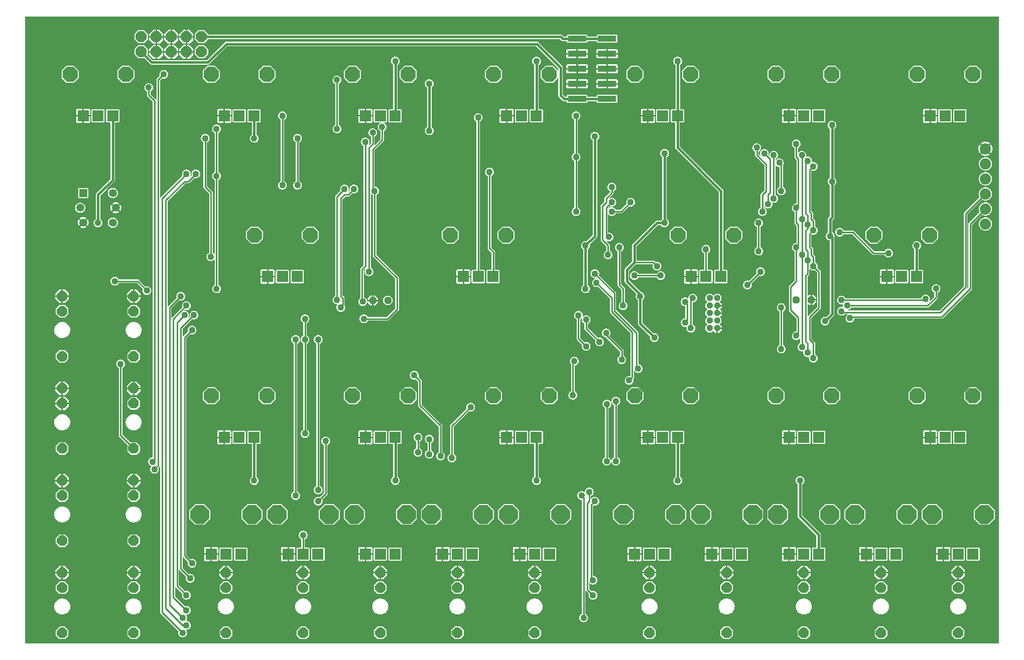
<source format=gbr>
%TF.GenerationSoftware,KiCad,Pcbnew,(6.0.11-0)*%
%TF.CreationDate,2023-03-07T13:47:17+01:00*%
%TF.ProjectId,elements,656c656d-656e-4747-932e-6b696361645f,rev?*%
%TF.SameCoordinates,Original*%
%TF.FileFunction,Copper,L2,Bot*%
%TF.FilePolarity,Positive*%
%FSLAX46Y46*%
G04 Gerber Fmt 4.6, Leading zero omitted, Abs format (unit mm)*
G04 Created by KiCad (PCBNEW (6.0.11-0)) date 2023-03-07 13:47:17*
%MOMM*%
%LPD*%
G01*
G04 APERTURE LIST*
G04 Aperture macros list*
%AMOutline5P*
0 Free polygon, 5 corners , with rotation*
0 The origin of the aperture is its center*
0 number of corners: always 5*
0 $1 to $10 corner X, Y*
0 $11 Rotation angle, in degrees counterclockwise*
0 create outline with 5 corners*
4,1,5,$1,$2,$3,$4,$5,$6,$7,$8,$9,$10,$1,$2,$11*%
%AMOutline6P*
0 Free polygon, 6 corners , with rotation*
0 The origin of the aperture is its center*
0 number of corners: always 6*
0 $1 to $12 corner X, Y*
0 $13 Rotation angle, in degrees counterclockwise*
0 create outline with 6 corners*
4,1,6,$1,$2,$3,$4,$5,$6,$7,$8,$9,$10,$11,$12,$1,$2,$13*%
%AMOutline7P*
0 Free polygon, 7 corners , with rotation*
0 The origin of the aperture is its center*
0 number of corners: always 7*
0 $1 to $14 corner X, Y*
0 $15 Rotation angle, in degrees counterclockwise*
0 create outline with 7 corners*
4,1,7,$1,$2,$3,$4,$5,$6,$7,$8,$9,$10,$11,$12,$13,$14,$1,$2,$15*%
%AMOutline8P*
0 Free polygon, 8 corners , with rotation*
0 The origin of the aperture is its center*
0 number of corners: always 8*
0 $1 to $16 corner X, Y*
0 $17 Rotation angle, in degrees counterclockwise*
0 create outline with 8 corners*
4,1,8,$1,$2,$3,$4,$5,$6,$7,$8,$9,$10,$11,$12,$13,$14,$15,$16,$1,$2,$17*%
G04 Aperture macros list end*
%TA.AperFunction,ComponentPad*%
%ADD10Outline8P,-0.889000X0.368236X-0.368236X0.889000X0.368236X0.889000X0.889000X0.368236X0.889000X-0.368236X0.368236X-0.889000X-0.368236X-0.889000X-0.889000X-0.368236X180.000000*%
%TD*%
%TA.AperFunction,ComponentPad*%
%ADD11Outline8P,-0.609600X0.252505X-0.252505X0.609600X0.252505X0.609600X0.609600X0.252505X0.609600X-0.252505X0.252505X-0.609600X-0.252505X-0.609600X-0.609600X-0.252505X180.000000*%
%TD*%
%TA.AperFunction,ComponentPad*%
%ADD12R,1.879600X1.879600*%
%TD*%
%TA.AperFunction,ComponentPad*%
%ADD13Outline8P,-1.270000X0.526051X-0.526051X1.270000X0.526051X1.270000X1.270000X0.526051X1.270000X-0.526051X0.526051X-1.270000X-0.526051X-1.270000X-1.270000X-0.526051X90.000000*%
%TD*%
%TA.AperFunction,ComponentPad*%
%ADD14Outline8P,-1.587500X0.657564X-0.657564X1.587500X0.657564X1.587500X1.587500X0.657564X1.587500X-0.657564X0.657564X-1.587500X-0.657564X-1.587500X-1.587500X-0.657564X90.000000*%
%TD*%
%TA.AperFunction,ComponentPad*%
%ADD15Outline8P,-0.609600X0.252505X-0.252505X0.609600X0.252505X0.609600X0.609600X0.252505X0.609600X-0.252505X0.252505X-0.609600X-0.252505X-0.609600X-0.609600X-0.252505X0.000000*%
%TD*%
%TA.AperFunction,ComponentPad*%
%ADD16C,1.350000*%
%TD*%
%TA.AperFunction,ComponentPad*%
%ADD17R,1.350000X1.350000*%
%TD*%
%TA.AperFunction,ComponentPad*%
%ADD18C,1.879600*%
%TD*%
%TA.AperFunction,ComponentPad*%
%ADD19Outline8P,-0.939800X0.389278X-0.389278X0.939800X0.389278X0.939800X0.939800X0.389278X0.939800X-0.389278X0.389278X-0.939800X-0.389278X-0.939800X-0.939800X-0.389278X0.000000*%
%TD*%
%TA.AperFunction,ComponentPad*%
%ADD20Outline8P,-0.533400X0.220942X-0.220942X0.533400X0.220942X0.533400X0.533400X0.220942X0.533400X-0.220942X0.220942X-0.533400X-0.220942X-0.533400X-0.533400X-0.220942X270.000000*%
%TD*%
%TA.AperFunction,SMDPad,CuDef*%
%ADD21R,3.150000X1.000000*%
%TD*%
%TA.AperFunction,ViaPad*%
%ADD22C,1.108000*%
%TD*%
%TA.AperFunction,Conductor*%
%ADD23C,0.250000*%
%TD*%
%TA.AperFunction,Conductor*%
%ADD24C,0.406400*%
%TD*%
%TA.AperFunction,Conductor*%
%ADD25C,0.254000*%
%TD*%
G04 APERTURE END LIST*
D10*
%TO.P,J16,P1,1*%
%TO.N,GND*%
X197713600Y-145961100D03*
%TO.P,J16,P2,2*%
%TO.N,unconnected-(J16-PadP2)*%
X197713600Y-148501100D03*
%TO.P,J16,P3,3*%
%TO.N,Net-(J16-PadP3)*%
X197713600Y-156121100D03*
%TD*%
%TO.P,J2,P1,1*%
%TO.N,GND*%
X84683600Y-99288600D03*
%TO.P,J2,P2,2*%
%TO.N,unconnected-(J2-PadP2)*%
X84683600Y-101828600D03*
%TO.P,J2,P3,3*%
%TO.N,Net-(J2-PadP3)*%
X84683600Y-109448600D03*
%TD*%
%TO.P,J3,P1,1*%
%TO.N,GND*%
X72618600Y-114846100D03*
%TO.P,J3,P2,2*%
X72618600Y-117386100D03*
%TO.P,J3,P3,3*%
%TO.N,Net-(J3-PadP3)*%
X72618600Y-125006100D03*
%TD*%
%TO.P,J5,P1,1*%
%TO.N,GND*%
X72618600Y-130403600D03*
%TO.P,J5,P2,2*%
%TO.N,unconnected-(J5-PadP2)*%
X72618600Y-132943600D03*
%TO.P,J5,P3,3*%
%TO.N,Net-(J5-PadP3)*%
X72618600Y-140563600D03*
%TD*%
%TO.P,J13,P1,1*%
%TO.N,GND*%
X152311100Y-145961100D03*
%TO.P,J13,P2,2*%
%TO.N,unconnected-(J13-PadP2)*%
X152311100Y-148501100D03*
%TO.P,J13,P3,3*%
%TO.N,Net-(J13-PadP3)*%
X152311100Y-156121100D03*
%TD*%
D11*
%TO.P,LED1,A,A*%
%TO.N,Net-(LED1-PadA)*%
X127546100Y-100000000D03*
%TO.P,LED1,K,C*%
%TO.N,GND*%
X125006100Y-100000000D03*
%TD*%
D12*
%TO.P,R63,P$1,E*%
%TO.N,+3V3_A*%
X152588600Y-123116100D03*
%TO.P,R63,P$2,S*%
%TO.N,Net-(IC11-Pad2)*%
X150088600Y-123116100D03*
%TO.P,R63,P$3,A*%
%TO.N,GND*%
X147588600Y-123116100D03*
D13*
%TO.P,R63,P$4*%
%TO.N,N/C*%
X154788600Y-116116100D03*
%TO.P,R63,P$5*%
X145388600Y-116116100D03*
%TD*%
D12*
%TO.P,R76,P$1,E*%
%TO.N,+3V3_A*%
X102741100Y-142818600D03*
%TO.P,R76,P$2,S*%
%TO.N,Net-(IC11-Pad14)*%
X100241100Y-142818600D03*
%TO.P,R76,P$3,A*%
%TO.N,GND*%
X97741100Y-142818600D03*
D14*
%TO.P,R76,P$4*%
%TO.N,N/C*%
X104641100Y-136118600D03*
%TO.P,R76,P$5*%
X95841100Y-136118600D03*
%TD*%
D15*
%TO.P,LED2,A,A*%
%TO.N,Net-(LED2-PadA)*%
X196430000Y-99900000D03*
%TO.P,LED2,K,C*%
%TO.N,GND*%
X198970000Y-99900000D03*
%TD*%
D12*
%TO.P,R66,P$1,E*%
%TO.N,+3V3_A*%
X224026100Y-123116100D03*
%TO.P,R66,P$2,S*%
%TO.N,Net-(IC3-Pad12)*%
X221526100Y-123116100D03*
%TO.P,R66,P$3,A*%
%TO.N,GND*%
X219026100Y-123116100D03*
D13*
%TO.P,R66,P$4*%
%TO.N,N/C*%
X226226100Y-116116100D03*
%TO.P,R66,P$5*%
X216826100Y-116116100D03*
%TD*%
D12*
%TO.P,R78,P$1,E*%
%TO.N,+3V3_A*%
X128776100Y-142818600D03*
%TO.P,R78,P$2,S*%
%TO.N,Net-(IC8-Pad12)*%
X126276100Y-142818600D03*
%TO.P,R78,P$3,A*%
%TO.N,GND*%
X123776100Y-142818600D03*
D14*
%TO.P,R78,P$4*%
%TO.N,N/C*%
X130676100Y-136118600D03*
%TO.P,R78,P$5*%
X121876100Y-136118600D03*
%TD*%
D12*
%TO.P,R77,P$1,E*%
%TO.N,+3V3_A*%
X115758600Y-142818600D03*
%TO.P,R77,P$2,S*%
%TO.N,Net-(IC11-Pad15)*%
X113258600Y-142818600D03*
%TO.P,R77,P$3,A*%
%TO.N,GND*%
X110758600Y-142818600D03*
D14*
%TO.P,R77,P$4*%
%TO.N,N/C*%
X117658600Y-136118600D03*
%TO.P,R77,P$5*%
X108858600Y-136118600D03*
%TD*%
D12*
%TO.P,R64,P$1,E*%
%TO.N,+3V3_A*%
X176401100Y-123116100D03*
%TO.P,R64,P$2,S*%
%TO.N,Net-(IC11-Pad1)*%
X173901100Y-123116100D03*
%TO.P,R64,P$3,A*%
%TO.N,GND*%
X171401100Y-123116100D03*
D13*
%TO.P,R64,P$4*%
%TO.N,N/C*%
X178601100Y-116116100D03*
%TO.P,R64,P$5*%
X169201100Y-116116100D03*
%TD*%
D12*
%TO.P,R5,P$1,E*%
%TO.N,+3V3_A*%
X128776100Y-68823600D03*
%TO.P,R5,P$2,S*%
%TO.N,Net-(IC3-Pad5)*%
X126276100Y-68823600D03*
%TO.P,R5,P$3,A*%
%TO.N,GND*%
X123776100Y-68823600D03*
D13*
%TO.P,R5,P$4*%
%TO.N,N/C*%
X130976100Y-61823600D03*
%TO.P,R5,P$5*%
X121576100Y-61823600D03*
%TD*%
D10*
%TO.P,J12,P1,1*%
%TO.N,GND*%
X139293600Y-145961100D03*
%TO.P,J12,P2,2*%
%TO.N,unconnected-(J12-PadP2)*%
X139293600Y-148501100D03*
%TO.P,J12,P3,3*%
%TO.N,Net-(J12-PadP3)*%
X139293600Y-156121100D03*
%TD*%
%TO.P,J18,P1,1*%
%TO.N,GND*%
X223748600Y-145961100D03*
%TO.P,J18,P2,2*%
%TO.N,unconnected-(J18-PadP2)*%
X223748600Y-148501100D03*
%TO.P,J18,P3,3*%
%TO.N,Net-(J18-PadP3)*%
X223748600Y-156121100D03*
%TD*%
%TO.P,J8,P1,1*%
%TO.N,GND*%
X84683600Y-145961100D03*
%TO.P,J8,P2,2*%
%TO.N,unconnected-(J8-PadP2)*%
X84683600Y-148501100D03*
%TO.P,J8,P3,3*%
%TO.N,Net-(J8-PadP3)*%
X84683600Y-156121100D03*
%TD*%
D12*
%TO.P,R65,P$1,E*%
%TO.N,+3V3_A*%
X200213600Y-123116100D03*
%TO.P,R65,P$2,S*%
%TO.N,Net-(IC11-Pad13)*%
X197713600Y-123116100D03*
%TO.P,R65,P$3,A*%
%TO.N,GND*%
X195213600Y-123116100D03*
D13*
%TO.P,R65,P$4*%
%TO.N,N/C*%
X202413600Y-116116100D03*
%TO.P,R65,P$5*%
X193013600Y-116116100D03*
%TD*%
D10*
%TO.P,J1,P1,1*%
%TO.N,GND*%
X72618600Y-99288600D03*
%TO.P,J1,P2,2*%
%TO.N,unconnected-(J1-PadP2)*%
X72618600Y-101828600D03*
%TO.P,J1,P3,3*%
%TO.N,Net-(J1-PadP3)*%
X72618600Y-109448600D03*
%TD*%
%TO.P,J15,P1,1*%
%TO.N,GND*%
X184696100Y-145961100D03*
%TO.P,J15,P2,2*%
%TO.N,unconnected-(J15-PadP2)*%
X184696100Y-148501100D03*
%TO.P,J15,P3,3*%
%TO.N,Net-(J15-PadP3)*%
X184696100Y-156121100D03*
%TD*%
D12*
%TO.P,R81,P$1,E*%
%TO.N,+3V3_A*%
X174178600Y-142818600D03*
%TO.P,R81,P$2,S*%
%TO.N,Net-(IC8-Pad15)*%
X171678600Y-142818600D03*
%TO.P,R81,P$3,A*%
%TO.N,GND*%
X169178600Y-142818600D03*
D14*
%TO.P,R81,P$4*%
%TO.N,N/C*%
X176078600Y-136118600D03*
%TO.P,R81,P$5*%
X167278600Y-136118600D03*
%TD*%
D12*
%TO.P,R61,P$1,E*%
%TO.N,+3V3_A*%
X104963600Y-123116100D03*
%TO.P,R61,P$2,S*%
%TO.N,Net-(IC11-Pad5)*%
X102463600Y-123116100D03*
%TO.P,R61,P$3,A*%
%TO.N,GND*%
X99963600Y-123116100D03*
D13*
%TO.P,R61,P$4*%
%TO.N,N/C*%
X107163600Y-116116100D03*
%TO.P,R61,P$5*%
X97763600Y-116116100D03*
%TD*%
D10*
%TO.P,J9,P1,1*%
%TO.N,GND*%
X100241100Y-145961100D03*
%TO.P,J9,P2,2*%
%TO.N,unconnected-(J9-PadP2)*%
X100241100Y-148501100D03*
%TO.P,J9,P3,3*%
%TO.N,Net-(J9-PadP3)*%
X100241100Y-156121100D03*
%TD*%
D12*
%TO.P,R25,P$1,E*%
%TO.N,+3V3_A*%
X112266100Y-95969900D03*
%TO.P,R25,P$2,S*%
%TO.N,Net-(IC3-Pad4)*%
X109766100Y-95969900D03*
%TO.P,R25,P$3,A*%
%TO.N,GND*%
X107266100Y-95969900D03*
D13*
%TO.P,R25,P$4*%
%TO.N,N/C*%
X114466100Y-88969900D03*
%TO.P,R25,P$5*%
X105066100Y-88969900D03*
%TD*%
D10*
%TO.P,J10,P1,1*%
%TO.N,GND*%
X113258600Y-145961100D03*
%TO.P,J10,P2,2*%
%TO.N,unconnected-(J10-PadP2)*%
X113258600Y-148501100D03*
%TO.P,J10,P3,3*%
%TO.N,Net-(J10-PadP3)*%
X113258600Y-156121100D03*
%TD*%
%TO.P,J4,P1,1*%
%TO.N,GND*%
X84683600Y-114846100D03*
%TO.P,J4,P2,2*%
%TO.N,unconnected-(J4-PadP2)*%
X84683600Y-117386100D03*
%TO.P,J4,P3,3*%
%TO.N,Net-(J4-PadP3)*%
X84683600Y-125006100D03*
%TD*%
D12*
%TO.P,R6,P$1,E*%
%TO.N,+3V3_A*%
X152588600Y-68823600D03*
%TO.P,R6,P$2,S*%
%TO.N,Net-(IC5-Pad2)*%
X150088600Y-68823600D03*
%TO.P,R6,P$3,A*%
%TO.N,GND*%
X147588600Y-68823600D03*
D13*
%TO.P,R6,P$4*%
%TO.N,N/C*%
X154788600Y-61823600D03*
%TO.P,R6,P$5*%
X145388600Y-61823600D03*
%TD*%
D12*
%TO.P,R79,P$1,E*%
%TO.N,+3V3_A*%
X141793600Y-142818600D03*
%TO.P,R79,P$2,S*%
%TO.N,Net-(IC8-Pad13)*%
X139293600Y-142818600D03*
%TO.P,R79,P$3,A*%
%TO.N,GND*%
X136793600Y-142818600D03*
D14*
%TO.P,R79,P$4*%
%TO.N,N/C*%
X143693600Y-136118600D03*
%TO.P,R79,P$5*%
X134893600Y-136118600D03*
%TD*%
D12*
%TO.P,R3,P$1,E*%
%TO.N,+3V3_A*%
X81151100Y-68823600D03*
%TO.P,R3,P$2,S*%
%TO.N,Net-(IC3-Pad1)*%
X78651100Y-68823600D03*
%TO.P,R3,P$3,A*%
%TO.N,GND*%
X76151100Y-68823600D03*
D13*
%TO.P,R3,P$4*%
%TO.N,N/C*%
X83351100Y-61823600D03*
%TO.P,R3,P$5*%
X73951100Y-61823600D03*
%TD*%
D12*
%TO.P,R9,P$1,E*%
%TO.N,+3V3_A*%
X224026100Y-68823600D03*
%TO.P,R9,P$2,S*%
%TO.N,Net-(IC3-Pad14)*%
X221526100Y-68823600D03*
%TO.P,R9,P$3,A*%
%TO.N,GND*%
X219026100Y-68823600D03*
D13*
%TO.P,R9,P$4*%
%TO.N,N/C*%
X226226100Y-61823600D03*
%TO.P,R9,P$5*%
X216826100Y-61823600D03*
%TD*%
D10*
%TO.P,J11,P1,1*%
%TO.N,GND*%
X126276100Y-145961100D03*
%TO.P,J11,P2,2*%
%TO.N,unconnected-(J11-PadP2)*%
X126276100Y-148501100D03*
%TO.P,J11,P3,3*%
%TO.N,Net-(J11-PadP3)*%
X126276100Y-156121100D03*
%TD*%
%TO.P,J6,P1,1*%
%TO.N,GND*%
X84683600Y-130403600D03*
%TO.P,J6,P2,2*%
%TO.N,unconnected-(J6-PadP2)*%
X84683600Y-132943600D03*
%TO.P,J6,P3,3*%
%TO.N,Net-(J6-PadP3)*%
X84683600Y-140563600D03*
%TD*%
D12*
%TO.P,R7,P$1,E*%
%TO.N,+3V3_A*%
X176401100Y-68823600D03*
%TO.P,R7,P$2,S*%
%TO.N,Net-(IC5-Pad4)*%
X173901100Y-68823600D03*
%TO.P,R7,P$3,A*%
%TO.N,GND*%
X171401100Y-68823600D03*
D13*
%TO.P,R7,P$4*%
%TO.N,N/C*%
X178601100Y-61823600D03*
%TO.P,R7,P$5*%
X169201100Y-61823600D03*
%TD*%
D10*
%TO.P,J14,P1,1*%
%TO.N,GND*%
X171678600Y-145961100D03*
%TO.P,J14,P2,2*%
%TO.N,unconnected-(J14-PadP2)*%
X171678600Y-148501100D03*
%TO.P,J14,P3,3*%
%TO.N,Net-(J14-PadP3)*%
X171678600Y-156121100D03*
%TD*%
D12*
%TO.P,R8,P$1,E*%
%TO.N,+3V3_A*%
X200213600Y-68823600D03*
%TO.P,R8,P$2,S*%
%TO.N,Net-(IC3-Pad15)*%
X197713600Y-68823600D03*
%TO.P,R8,P$3,A*%
%TO.N,GND*%
X195213600Y-68823600D03*
D13*
%TO.P,R8,P$4*%
%TO.N,N/C*%
X202413600Y-61823600D03*
%TO.P,R8,P$5*%
X193013600Y-61823600D03*
%TD*%
D12*
%TO.P,R80,P$1,E*%
%TO.N,+3V3_A*%
X154811100Y-142818600D03*
%TO.P,R80,P$2,S*%
%TO.N,Net-(IC8-Pad14)*%
X152311100Y-142818600D03*
%TO.P,R80,P$3,A*%
%TO.N,GND*%
X149811100Y-142818600D03*
D14*
%TO.P,R80,P$4*%
%TO.N,N/C*%
X156711100Y-136118600D03*
%TO.P,R80,P$5*%
X147911100Y-136118600D03*
%TD*%
D16*
%TO.P,SW1,*%
%TO.N,*%
X81151100Y-81866100D03*
X81151100Y-86866100D03*
D17*
%TO.P,SW1,1,1*%
%TO.N,SW_GATE*%
X76151100Y-81866100D03*
D16*
%TO.P,SW1,2,2*%
%TO.N,Net-(R10-Pad2)*%
X75651100Y-84366100D03*
%TO.P,SW1,3,K*%
%TO.N,GND*%
X81651100Y-84366100D03*
%TO.P,SW1,4,A*%
X76151100Y-86866100D03*
%TD*%
D12*
%TO.P,R82,P$1,E*%
%TO.N,+3V3_A*%
X187196100Y-142818600D03*
%TO.P,R82,P$2,S*%
%TO.N,Net-(IC5-Pad12)*%
X184696100Y-142818600D03*
%TO.P,R82,P$3,A*%
%TO.N,GND*%
X182196100Y-142818600D03*
D14*
%TO.P,R82,P$4*%
%TO.N,N/C*%
X189096100Y-136118600D03*
%TO.P,R82,P$5*%
X180296100Y-136118600D03*
%TD*%
D12*
%TO.P,R83,P$1,E*%
%TO.N,+3V3_A*%
X200213600Y-142818600D03*
%TO.P,R83,P$2,S*%
%TO.N,Net-(IC5-Pad13)*%
X197713600Y-142818600D03*
%TO.P,R83,P$3,A*%
%TO.N,GND*%
X195213600Y-142818600D03*
D14*
%TO.P,R83,P$4*%
%TO.N,N/C*%
X202113600Y-136118600D03*
%TO.P,R83,P$5*%
X193313600Y-136118600D03*
%TD*%
D12*
%TO.P,R84,P$1,E*%
%TO.N,+3V3_A*%
X213231100Y-142818600D03*
%TO.P,R84,P$2,S*%
%TO.N,Net-(IC5-Pad14)*%
X210731100Y-142818600D03*
%TO.P,R84,P$3,A*%
%TO.N,GND*%
X208231100Y-142818600D03*
D14*
%TO.P,R84,P$4*%
%TO.N,N/C*%
X215131100Y-136118600D03*
%TO.P,R84,P$5*%
X206331100Y-136118600D03*
%TD*%
D10*
%TO.P,J17,P1,1*%
%TO.N,GND*%
X210731100Y-145961100D03*
%TO.P,J17,P2,2*%
%TO.N,unconnected-(J17-PadP2)*%
X210731100Y-148501100D03*
%TO.P,J17,P3,3*%
%TO.N,Net-(J17-PadP3)*%
X210731100Y-156121100D03*
%TD*%
D12*
%TO.P,R85,P$1,E*%
%TO.N,+3V3_A*%
X226248600Y-142818600D03*
%TO.P,R85,P$2,S*%
%TO.N,Net-(IC5-Pad15)*%
X223748600Y-142818600D03*
%TO.P,R85,P$3,A*%
%TO.N,GND*%
X221248600Y-142818600D03*
D14*
%TO.P,R85,P$4*%
%TO.N,N/C*%
X228148600Y-136118600D03*
%TO.P,R85,P$5*%
X219348600Y-136118600D03*
%TD*%
D12*
%TO.P,R26,P$1,E*%
%TO.N,+3V3_A*%
X216723600Y-95969900D03*
%TO.P,R26,P$2,S*%
%TO.N,Net-(IC3-Pad13)*%
X214223600Y-95969900D03*
%TO.P,R26,P$3,A*%
%TO.N,GND*%
X211723600Y-95969900D03*
D13*
%TO.P,R26,P$4*%
%TO.N,N/C*%
X218923600Y-88969900D03*
%TO.P,R26,P$5*%
X209523600Y-88969900D03*
%TD*%
D12*
%TO.P,R24,P$1,E*%
%TO.N,+3V3_A*%
X183703600Y-95969800D03*
%TO.P,R24,P$2,S*%
%TO.N,Net-(IC5-Pad5)*%
X181203600Y-95969800D03*
%TO.P,R24,P$3,A*%
%TO.N,GND*%
X178703600Y-95969800D03*
D13*
%TO.P,R24,P$4*%
%TO.N,N/C*%
X185903600Y-88969800D03*
%TO.P,R24,P$5*%
X176503600Y-88969800D03*
%TD*%
D10*
%TO.P,J7,P1,1*%
%TO.N,GND*%
X72618600Y-145961100D03*
%TO.P,J7,P2,2*%
%TO.N,unconnected-(J7-PadP2)*%
X72618600Y-148501100D03*
%TO.P,J7,P3,3*%
%TO.N,Net-(J7-PadP3)*%
X72618600Y-156121100D03*
%TD*%
D12*
%TO.P,R23,P$1,E*%
%TO.N,+3V3_A*%
X145286100Y-95969800D03*
%TO.P,R23,P$2,S*%
%TO.N,Net-(IC5-Pad1)*%
X142786100Y-95969800D03*
%TO.P,R23,P$3,A*%
%TO.N,GND*%
X140286100Y-95969800D03*
D13*
%TO.P,R23,P$4*%
%TO.N,N/C*%
X147486100Y-88969800D03*
%TO.P,R23,P$5*%
X138086100Y-88969800D03*
%TD*%
D12*
%TO.P,R62,P$1,E*%
%TO.N,+3V3_A*%
X128776100Y-123116100D03*
%TO.P,R62,P$2,S*%
%TO.N,Net-(IC11-Pad4)*%
X126276100Y-123116100D03*
%TO.P,R62,P$3,A*%
%TO.N,GND*%
X123776100Y-123116100D03*
D13*
%TO.P,R62,P$4*%
%TO.N,N/C*%
X130976100Y-116116100D03*
%TO.P,R62,P$5*%
X121576100Y-116116100D03*
%TD*%
D12*
%TO.P,R4,P$1,E*%
%TO.N,+3V3_A*%
X104963600Y-68823600D03*
%TO.P,R4,P$2,S*%
%TO.N,Net-(IC3-Pad2)*%
X102463600Y-68823600D03*
%TO.P,R4,P$3,A*%
%TO.N,GND*%
X99963600Y-68823600D03*
D13*
%TO.P,R4,P$4*%
%TO.N,N/C*%
X107163600Y-61823600D03*
%TO.P,R4,P$5*%
X97763600Y-61823600D03*
%TD*%
D18*
%TO.P,JP2,1,1*%
%TO.N,GND*%
X228345000Y-74395000D03*
%TO.P,JP2,2,2*%
%TO.N,unconnected-(JP2-Pad2)*%
X228345000Y-76935000D03*
%TO.P,JP2,3,3*%
%TO.N,unconnected-(JP2-Pad3)*%
X228345000Y-79475000D03*
%TO.P,JP2,4,4*%
%TO.N,/elements_2/RX*%
X228345000Y-82015000D03*
%TO.P,JP2,5,5*%
%TO.N,/elements_2/TX*%
X228345000Y-84555000D03*
%TO.P,JP2,6,6*%
%TO.N,unconnected-(JP2-Pad6)*%
X228345000Y-87095000D03*
%TD*%
D19*
%TO.P,JP3,1,1*%
%TO.N,Net-(D1-PadA)*%
X85953600Y-55473600D03*
%TO.P,JP3,2,2*%
X85953600Y-58013600D03*
%TO.P,JP3,3,3*%
%TO.N,GND*%
X88493600Y-55473600D03*
%TO.P,JP3,4,4*%
X88493600Y-58013600D03*
%TO.P,JP3,5,5*%
X91033600Y-55473600D03*
%TO.P,JP3,6,6*%
X91033600Y-58013600D03*
%TO.P,JP3,7,7*%
X93573600Y-55473600D03*
%TO.P,JP3,8,8*%
X93573600Y-58013600D03*
%TO.P,JP3,9,9*%
%TO.N,Net-(D2-PadC)*%
X96113600Y-55473600D03*
%TO.P,JP3,10,10*%
X96113600Y-58013600D03*
%TD*%
D20*
%TO.P,JP1,1,1*%
%TO.N,+3V3*%
X183108600Y-99606100D03*
%TO.P,JP1,2,2*%
%TO.N,/elements_2/JTMS*%
X181838600Y-99606100D03*
%TO.P,JP1,3,3*%
%TO.N,GND*%
X183108600Y-100876100D03*
%TO.P,JP1,4,4*%
%TO.N,/elements_2/JTCK*%
X181838600Y-100876100D03*
%TO.P,JP1,5,5*%
%TO.N,GND*%
X183108600Y-102146100D03*
%TO.P,JP1,6,6*%
%TO.N,/elements_2/JTDO*%
X181838600Y-102146100D03*
%TO.P,JP1,7,7*%
%TO.N,unconnected-(JP1-Pad7)*%
X183108600Y-103416100D03*
%TO.P,JP1,8,8*%
%TO.N,/elements_2/JTDI*%
X181838600Y-103416100D03*
%TO.P,JP1,9,9*%
%TO.N,GND*%
X183108600Y-104686100D03*
%TO.P,JP1,10,10*%
%TO.N,/elements_2/RESET*%
X181838600Y-104686100D03*
%TD*%
D21*
%TO.P,J19,1,Pin_1*%
%TO.N,Net-(D1-PadA)*%
X159475000Y-65980000D03*
%TO.P,J19,2,Pin_2*%
X164525000Y-65980000D03*
%TO.P,J19,3,Pin_3*%
%TO.N,GND*%
X159475000Y-63440000D03*
%TO.P,J19,4,Pin_4*%
X164525000Y-63440000D03*
%TO.P,J19,5,Pin_5*%
X159475000Y-60900000D03*
%TO.P,J19,6,Pin_6*%
X164525000Y-60900000D03*
%TO.P,J19,7,Pin_7*%
X159475000Y-58360000D03*
%TO.P,J19,8,Pin_8*%
X164525000Y-58360000D03*
%TO.P,J19,9,Pin_9*%
%TO.N,Net-(D2-PadC)*%
X159475000Y-55820000D03*
%TO.P,J19,10,Pin_10*%
X164525000Y-55820000D03*
%TD*%
D22*
%TO.N,GND*%
X135801100Y-88493600D03*
X132943600Y-96431100D03*
X68808600Y-69126100D03*
X138023600Y-114846100D03*
X157708600Y-77698600D03*
X131991100Y-108178600D03*
X149771100Y-53886100D03*
X212636100Y-129133600D03*
X108813600Y-120878600D03*
X122783600Y-89128600D03*
X200888600Y-53886100D03*
X211048600Y-53886100D03*
X208191100Y-83731100D03*
X204381100Y-156756100D03*
X84048600Y-86271100D03*
X146596100Y-92462300D03*
X104051100Y-98336100D03*
X204381100Y-129133600D03*
X152628600Y-92938600D03*
X163000000Y-112500000D03*
X67538600Y-119926100D03*
X157500000Y-102500000D03*
X67538600Y-58966100D03*
X199800000Y-103700000D03*
X193903600Y-93891100D03*
X121513600Y-72936100D03*
X204381100Y-70713600D03*
X205651100Y-104368600D03*
X141516100Y-77381100D03*
X165487400Y-94684900D03*
X140246100Y-114846100D03*
X178028600Y-156756100D03*
X132308600Y-103733600D03*
X193903600Y-87223600D03*
X204381100Y-111353600D03*
X130403600Y-72301100D03*
X94843600Y-124053600D03*
X216128600Y-130086100D03*
X185648600Y-74206100D03*
X190093600Y-77381100D03*
X116751100Y-114528600D03*
X139611100Y-53886100D03*
X158184900Y-83572400D03*
X129451100Y-53886100D03*
X186918600Y-104686100D03*
X97701100Y-97066100D03*
X183200000Y-62500000D03*
X164376100Y-74523600D03*
X217398600Y-156756100D03*
X228828600Y-150406100D03*
X137071100Y-61506100D03*
X171678600Y-102463600D03*
X67538600Y-79286100D03*
X78968600Y-109766100D03*
X168186100Y-74523600D03*
X116751100Y-79921100D03*
X78968600Y-99606100D03*
X119291100Y-53886100D03*
X124371100Y-113576100D03*
X104051100Y-102146100D03*
X221208600Y-53886100D03*
X136753600Y-69761100D03*
X191363600Y-156756100D03*
X182300000Y-57900000D03*
X67538600Y-99606100D03*
X164500000Y-103000000D03*
X228828600Y-60236100D03*
X94208600Y-69126100D03*
X228828600Y-140246100D03*
X126593600Y-89128600D03*
X228828600Y-130086100D03*
X144691100Y-128816100D03*
X176441100Y-98336100D03*
X106908600Y-156756100D03*
X87223600Y-110718600D03*
X149771100Y-104686100D03*
X211048600Y-69126100D03*
X200888600Y-78651100D03*
X99923600Y-86588600D03*
X157391100Y-73571100D03*
X67538600Y-130086100D03*
X195173600Y-110401100D03*
X83731100Y-75793600D03*
X175488600Y-109766100D03*
X182156100Y-82461100D03*
X211048600Y-79286100D03*
X195491100Y-81826100D03*
X94843600Y-140881100D03*
X228828600Y-109766100D03*
X106908600Y-150406100D03*
X86906100Y-87541100D03*
X155009900Y-88334900D03*
X190728600Y-53886100D03*
X163423600Y-145643600D03*
X113258600Y-124053600D03*
X119700000Y-59400000D03*
X114528600Y-114528600D03*
X67538600Y-109766100D03*
X170408600Y-53886100D03*
X162629900Y-91509900D03*
X190728600Y-125006100D03*
X205016100Y-79603600D03*
X96431100Y-86588600D03*
X170408600Y-128816100D03*
X141516100Y-92462300D03*
X158661100Y-142151100D03*
X157073600Y-99923600D03*
X87858600Y-140881100D03*
X104051100Y-109766100D03*
X132308600Y-68173600D03*
X168027400Y-92779900D03*
X111036100Y-114528600D03*
X142468600Y-110401100D03*
X185648600Y-109766100D03*
X98971100Y-119926100D03*
X79603600Y-94843600D03*
X180568600Y-53886100D03*
X147866100Y-76111100D03*
X174250000Y-108000000D03*
X213750000Y-106500000D03*
X140881100Y-120243600D03*
X67538600Y-89446100D03*
X162153600Y-156756100D03*
X91351100Y-87541100D03*
X165328600Y-69126100D03*
X87223600Y-124053600D03*
X94208600Y-129133600D03*
X110718600Y-124053600D03*
X172948600Y-90081100D03*
X190728600Y-64046100D03*
X151676100Y-76111100D03*
X139611100Y-99606100D03*
X193903600Y-90081100D03*
X145961100Y-156756100D03*
X228828600Y-119926100D03*
X131356100Y-113893600D03*
X94843600Y-109766100D03*
X185331100Y-82461100D03*
X119926100Y-156756100D03*
X78968600Y-130086100D03*
X132308600Y-88493600D03*
X158661100Y-145643600D03*
X132943600Y-156756100D03*
X212636100Y-111353600D03*
X163423600Y-142151100D03*
X78968600Y-145326100D03*
%TO.N,Net-(C5-Pad1)*%
X134531100Y-63411100D03*
X134531100Y-71348600D03*
%TO.N,+3V3_A*%
X176441100Y-130403600D03*
X152628600Y-130403600D03*
X112306100Y-80556100D03*
X78651100Y-86906100D03*
X112306100Y-72618600D03*
X216763600Y-90716100D03*
X202158600Y-89128600D03*
X159296100Y-85001100D03*
X152628600Y-59601100D03*
X105003600Y-72618600D03*
X159000000Y-110250000D03*
X128816100Y-59601100D03*
X201300000Y-103500000D03*
X158750000Y-116000000D03*
X124371100Y-95161100D03*
X159296100Y-68808600D03*
X197078600Y-130403600D03*
X97701100Y-92621100D03*
X96748600Y-72618600D03*
X159296100Y-75793600D03*
X144691100Y-78333600D03*
X176441100Y-59601100D03*
X202476100Y-70396100D03*
X202476100Y-79921100D03*
X128816100Y-130403600D03*
X105003600Y-130403600D03*
X125006100Y-71666100D03*
%TO.N,Net-(C43-Pad2)*%
X132626100Y-125641100D03*
X132626100Y-123101100D03*
%TO.N,Net-(C49-Pad2)*%
X134531100Y-125958600D03*
X134531100Y-123418600D03*
%TO.N,VCC*%
X131991100Y-112623600D03*
X87858600Y-127228600D03*
X87223600Y-64046100D03*
X136436100Y-126276100D03*
%TO.N,AREF_-10*%
X113576100Y-106591100D03*
X125323600Y-81508600D03*
X81508600Y-96748600D03*
X118973600Y-71031100D03*
X123501400Y-103098600D03*
X126593600Y-70713600D03*
X86906100Y-98336100D03*
X118973600Y-62776100D03*
X98653600Y-71031100D03*
X98653600Y-78968600D03*
X98653600Y-98018600D03*
X113576100Y-122466100D03*
X113576100Y-103098600D03*
%TO.N,VEE*%
X138341100Y-126593600D03*
X89763600Y-61823600D03*
X141516100Y-118021100D03*
X88176100Y-128498600D03*
%TO.N,LIN*%
X166000000Y-127134400D03*
X166000000Y-117000000D03*
%TO.N,RIN*%
X164500000Y-117500000D03*
X164460874Y-127134900D03*
%TO.N,Net-(IC3-Pad4)*%
X109766100Y-80556100D03*
X109766100Y-68808600D03*
%TO.N,Net-(IC5-Pad1)*%
X192633600Y-82778600D03*
X142786100Y-69126100D03*
X192633600Y-75476100D03*
%TO.N,Net-(IC5-Pad2)*%
X191046100Y-75158600D03*
X191681100Y-83731100D03*
%TO.N,Net-(IC5-Pad4)*%
X190728600Y-85001100D03*
X189776100Y-74206100D03*
%TO.N,Net-(IC5-Pad5)*%
X181203600Y-91351100D03*
%TO.N,+3V3*%
X170091100Y-99288600D03*
X160883600Y-90716100D03*
X218250000Y-99750000D03*
X160883600Y-98018600D03*
X172500000Y-106273600D03*
X172948600Y-94208600D03*
X174218600Y-75158600D03*
X204063600Y-99923600D03*
X162471100Y-72301100D03*
X174218600Y-86906100D03*
%TO.N,LED_GATE*%
X165328600Y-83413600D03*
X164852400Y-89287300D03*
%TO.N,/elements_2/RESET*%
X220000000Y-98000000D03*
X167233600Y-100876100D03*
X205016100Y-100876100D03*
X166598600Y-91033600D03*
%TO.N,/elements_2/I2C_SCL*%
X162471100Y-95478600D03*
X169773600Y-111500500D03*
%TO.N,/elements_2/I2C_SDA*%
X162750000Y-97000000D03*
X168250000Y-113500000D03*
%TO.N,/elements_2/I2S_LRCK*%
X159697350Y-102500000D03*
X161000000Y-107750000D03*
%TO.N,/elements_2/I2S_SCK*%
X163250000Y-107000000D03*
X161000000Y-103250000D03*
%TO.N,/elements_2/I2S_MCK*%
X167000000Y-110000000D03*
X164375000Y-105500000D03*
%TO.N,Net-(IC10-Pad41)*%
X123736100Y-73253600D03*
X165328600Y-80873600D03*
X164693600Y-92303600D03*
X123324400Y-100200000D03*
%TO.N,/elements_2/TX*%
X205500000Y-103000000D03*
%TO.N,ADC_BANK_0*%
X193903600Y-108178600D03*
X193903600Y-101193600D03*
%TO.N,ADC_ADDR_0*%
X197396100Y-86271100D03*
X197396100Y-75476100D03*
X197396100Y-107861100D03*
X197396100Y-92303600D03*
%TO.N,ADC_ADDR_1*%
X198348600Y-87223600D03*
X198348600Y-108813600D03*
X198348600Y-93256100D03*
X198348600Y-76428600D03*
%TO.N,ADC_ADDR_2*%
X199301100Y-77381100D03*
X199301100Y-94208600D03*
X199301100Y-88176100D03*
X199301100Y-109766100D03*
%TO.N,ADC_POTS*%
X196443600Y-91033600D03*
X196443600Y-73571100D03*
X196443600Y-105956100D03*
X165328600Y-85001100D03*
X196443600Y-84366100D03*
X168503600Y-83413600D03*
%TO.N,/elements_2/RX*%
X204063600Y-101828600D03*
%TO.N,Net-(IC10-Pad44)*%
X169138600Y-95796100D03*
X173583600Y-95796100D03*
X190411100Y-95161100D03*
X188188600Y-97383600D03*
%TO.N,/elements_2/JTMS*%
X178663600Y-104686100D03*
X178981100Y-99606100D03*
%TO.N,/elements_2/JTCK*%
X177711100Y-100241100D03*
X177711100Y-103733600D03*
%TO.N,ADC_BANK_3*%
X193586100Y-76746100D03*
X193903600Y-81508600D03*
%TO.N,/elements_2/BOOT_FLASH*%
X190093600Y-86906100D03*
X212000000Y-92000000D03*
X203746100Y-88493600D03*
X190093600Y-91668600D03*
%TO.N,Net-(IC11-Pad15)*%
X113258600Y-139611100D03*
%TO.N,Net-(J4-PadP3)*%
X82461100Y-110718600D03*
%TO.N,Net-(J9-PadP3)*%
X93573600Y-78651100D03*
X92938600Y-156121100D03*
%TO.N,Net-(J10-PadP3)*%
X95161100Y-78651100D03*
X93573600Y-154851100D03*
%TO.N,Net-(J11-PadP3)*%
X92621100Y-99288600D03*
X92938600Y-153581100D03*
%TO.N,Net-(J12-PadP3)*%
X93573600Y-100876100D03*
X93573600Y-152311100D03*
%TO.N,Net-(J13-PadP3)*%
X93573600Y-149771100D03*
X93256100Y-102463600D03*
X120243600Y-81191100D03*
X118973600Y-99923600D03*
%TO.N,Net-(J14-PadP3)*%
X121831100Y-81191100D03*
X94843600Y-102463600D03*
X119608600Y-101193600D03*
X94208600Y-146913600D03*
%TO.N,Net-(J15-PadP3)*%
X94526100Y-144373600D03*
X94526100Y-105003600D03*
%TO.N,Net-(J16-PadP3)*%
X160566100Y-153581100D03*
X111988600Y-106591100D03*
X111988600Y-132943600D03*
X160248600Y-132943600D03*
%TO.N,Net-(J17-PadP3)*%
X115798600Y-131991100D03*
X161518600Y-132308600D03*
X162153600Y-149771100D03*
X115798600Y-106591100D03*
%TO.N,Net-(J18-PadP3)*%
X162153600Y-147231100D03*
X162471100Y-133896100D03*
X117068600Y-123736100D03*
X115798600Y-133896100D03*
%TD*%
D23*
%TO.N,GND*%
X159475000Y-58360000D02*
X159475000Y-63440000D01*
X159475000Y-58360000D02*
X164525000Y-58360000D01*
X159475000Y-63440000D02*
X164525000Y-63440000D01*
X164525000Y-58360000D02*
X164525000Y-63440000D01*
X159475000Y-60900000D02*
X164525000Y-60900000D01*
D24*
%TO.N,Net-(C5-Pad1)*%
X134531100Y-63411100D02*
X134531100Y-71348600D01*
%TO.N,+3V3_A*%
X128816100Y-59601100D02*
X128816100Y-68783600D01*
X176441100Y-59601100D02*
X176441100Y-68783600D01*
X216723600Y-95969900D02*
X216723600Y-90756100D01*
D25*
X96748600Y-72618600D02*
X96748600Y-80873600D01*
D24*
X176401100Y-68823600D02*
X176401100Y-74166100D01*
X78651100Y-82143600D02*
X78651100Y-86906100D01*
D25*
X124371100Y-74206100D02*
X124371100Y-95161100D01*
D24*
X224026100Y-68823600D02*
X224066100Y-68783600D01*
X183743600Y-95929800D02*
X183703600Y-95969800D01*
X152628600Y-59601100D02*
X152628600Y-68783600D01*
X202476100Y-70396100D02*
X202476100Y-79921100D01*
D25*
X112306100Y-72618600D02*
X112306100Y-80556100D01*
D24*
X202476100Y-85953600D02*
X202158600Y-86271100D01*
D25*
X125006100Y-71666100D02*
X125006100Y-73571100D01*
D24*
X128816100Y-123156100D02*
X128776100Y-123116100D01*
X197078600Y-136436100D02*
X197078600Y-130403600D01*
X202158600Y-86271100D02*
X202158600Y-89128600D01*
D25*
X125006100Y-73571100D02*
X124371100Y-74206100D01*
X96748600Y-80873600D02*
X97701100Y-81826100D01*
D24*
X176401100Y-74166100D02*
X183743600Y-81508600D01*
D25*
X159296100Y-68808600D02*
X159296100Y-75793600D01*
X144691100Y-91192300D02*
X145326100Y-91827300D01*
D24*
X128816100Y-68783600D02*
X128776100Y-68823600D01*
X105003600Y-68863600D02*
X104963600Y-68823600D01*
X105003600Y-130403600D02*
X105003600Y-123156100D01*
X81151100Y-79643600D02*
X78651100Y-82143600D01*
X105003600Y-123156100D02*
X104963600Y-123116100D01*
X176441100Y-130403600D02*
X176441100Y-123156100D01*
D25*
X145326100Y-95929800D02*
X145286100Y-95969800D01*
D24*
X81151100Y-68823600D02*
X81151100Y-79643600D01*
X128816100Y-130403600D02*
X128816100Y-123156100D01*
X200213600Y-139571100D02*
X197078600Y-136436100D01*
D25*
X144691100Y-78333600D02*
X144691100Y-91192300D01*
D24*
X183743600Y-81508600D02*
X183743600Y-95929800D01*
X202476100Y-89446100D02*
X202158600Y-89128600D01*
D25*
X159296100Y-75793600D02*
X159296100Y-85001100D01*
D24*
X200213600Y-142818600D02*
X200213600Y-139571100D01*
X202476100Y-79921100D02*
X202476100Y-85953600D01*
X152628600Y-68783600D02*
X152588600Y-68823600D01*
D23*
X159000000Y-110250000D02*
X158750000Y-110500000D01*
D24*
X216723600Y-90756100D02*
X216763600Y-90716100D01*
X176441100Y-123156100D02*
X176401100Y-123116100D01*
X201300000Y-103500000D02*
X202476100Y-102323900D01*
D25*
X97701100Y-81826100D02*
X97701100Y-92621100D01*
D24*
X152628600Y-130403600D02*
X152628600Y-123156100D01*
D23*
X158750000Y-110500000D02*
X158750000Y-116000000D01*
D25*
X145326100Y-91827300D02*
X145326100Y-95929800D01*
D24*
X176441100Y-68783600D02*
X176401100Y-68823600D01*
X152628600Y-123156100D02*
X152588600Y-123116100D01*
X202476100Y-102323900D02*
X202476100Y-89446100D01*
X105003600Y-72618600D02*
X105003600Y-68863600D01*
D25*
%TO.N,Net-(C43-Pad2)*%
X132626100Y-125641100D02*
X132626100Y-123101100D01*
%TO.N,Net-(C49-Pad2)*%
X134531100Y-125958600D02*
X134531100Y-123418600D01*
%TO.N,VCC*%
X132943600Y-113576100D02*
X131991100Y-112623600D01*
X132943600Y-117703600D02*
X132943600Y-113576100D01*
X87858600Y-127228600D02*
X88176100Y-126911100D01*
X88176100Y-126911100D02*
X88176100Y-66268600D01*
X88176100Y-66268600D02*
X87223600Y-65316100D01*
X136436100Y-121196100D02*
X132943600Y-117703600D01*
X136436100Y-126276100D02*
X136436100Y-121196100D01*
X87223600Y-65316100D02*
X87223600Y-64046100D01*
%TO.N,AREF_-10*%
X127501400Y-103098600D02*
X129100000Y-101500000D01*
X125006100Y-81191100D02*
X125323600Y-81508600D01*
X81508600Y-96748600D02*
X85318600Y-96748600D01*
X113576100Y-106591100D02*
X113576100Y-122466100D01*
X123501400Y-103098600D02*
X127501400Y-103098600D01*
X85318600Y-96748600D02*
X86906100Y-98336100D01*
X129100000Y-96200000D02*
X125323600Y-92423600D01*
X125323600Y-92423600D02*
X125323600Y-81508600D01*
X113576100Y-103098600D02*
X113576100Y-106591100D01*
X129100000Y-101500000D02*
X129100000Y-96200000D01*
X126593600Y-72936100D02*
X125006100Y-74523600D01*
X98653600Y-78968600D02*
X98653600Y-71031100D01*
X98653600Y-98018600D02*
X98653600Y-78968600D01*
X118973600Y-71031100D02*
X118973600Y-62776100D01*
X125006100Y-74523600D02*
X125006100Y-81191100D01*
X126593600Y-70713600D02*
X126593600Y-72936100D01*
%TO.N,VEE*%
X138341100Y-126593600D02*
X138341100Y-121196100D01*
X88811100Y-62776100D02*
X89763600Y-61823600D01*
X138341100Y-121196100D02*
X141516100Y-118021100D01*
X88176100Y-128498600D02*
X88811100Y-127863600D01*
X88811100Y-127863600D02*
X88811100Y-62776100D01*
D24*
%TO.N,Net-(D1-PadA)*%
X159475000Y-65980000D02*
X164525000Y-65980000D01*
X85953600Y-58013600D02*
X87740000Y-59800000D01*
X157280000Y-65980000D02*
X159475000Y-65980000D01*
X97200000Y-59800000D02*
X100300000Y-56700000D01*
X156700000Y-65400000D02*
X157280000Y-65980000D01*
X156700000Y-60700000D02*
X156700000Y-65400000D01*
X152700000Y-56700000D02*
X156700000Y-60700000D01*
X87740000Y-59800000D02*
X97200000Y-59800000D01*
X100300000Y-56700000D02*
X152700000Y-56700000D01*
D23*
%TO.N,LIN*%
X166000000Y-117000000D02*
X166000000Y-127134400D01*
D25*
%TO.N,RIN*%
X164460874Y-117539126D02*
X164500000Y-117500000D01*
X164460874Y-127134900D02*
X164460874Y-117539126D01*
D24*
%TO.N,Net-(D2-PadC)*%
X96113600Y-55473600D02*
X156673600Y-55473600D01*
X157020000Y-55820000D02*
X159475000Y-55820000D01*
X159475000Y-55820000D02*
X164525000Y-55820000D01*
X156673600Y-55473600D02*
X157020000Y-55820000D01*
D25*
%TO.N,Net-(IC3-Pad4)*%
X109766100Y-80556100D02*
X109766100Y-68808600D01*
%TO.N,Net-(IC5-Pad1)*%
X192633600Y-75476100D02*
X192633600Y-82778600D01*
X142786100Y-95969800D02*
X142786100Y-69126100D01*
%TO.N,Net-(IC5-Pad2)*%
X191681100Y-82143600D02*
X191681100Y-83731100D01*
X191046100Y-75158600D02*
X191998600Y-76111100D01*
X191998600Y-81826100D02*
X191681100Y-82143600D01*
X191998600Y-76111100D02*
X191998600Y-81826100D01*
%TO.N,Net-(IC5-Pad4)*%
X189776100Y-74206100D02*
X189776100Y-75476100D01*
X190728600Y-82143600D02*
X190728600Y-85001100D01*
X191363600Y-81508600D02*
X190728600Y-82143600D01*
X189776100Y-75476100D02*
X191363600Y-77063600D01*
X191363600Y-77063600D02*
X191363600Y-81508600D01*
%TO.N,Net-(IC5-Pad5)*%
X181203600Y-95969800D02*
X181203600Y-91351100D01*
D24*
%TO.N,+3V3*%
X160883600Y-98018600D02*
X160883600Y-90716100D01*
D25*
X218250000Y-99750000D02*
X218076400Y-99923600D01*
D24*
X160883600Y-90716100D02*
X162471100Y-89128600D01*
X167868600Y-96748600D02*
X170091100Y-98971100D01*
X174218600Y-86906100D02*
X172948600Y-86906100D01*
D25*
X172313600Y-93573600D02*
X172948600Y-94208600D01*
X169138600Y-93573600D02*
X172313600Y-93573600D01*
D24*
X170091100Y-98971100D02*
X170091100Y-99288600D01*
X169138600Y-93573600D02*
X167868600Y-94843600D01*
D25*
X218076400Y-99923600D02*
X204063600Y-99923600D01*
D24*
X174218600Y-75158600D02*
X174218600Y-86906100D01*
X170091100Y-103864700D02*
X172500000Y-106273600D01*
X170091100Y-99288600D02*
X170091100Y-103864700D01*
X167868600Y-94843600D02*
X167868600Y-96748600D01*
X172948600Y-86906100D02*
X169138600Y-90716100D01*
X162471100Y-89128600D02*
X162471100Y-72301100D01*
X169138600Y-90716100D02*
X169138600Y-93573600D01*
D25*
%TO.N,LED_GATE*%
X164376100Y-88811100D02*
X164852400Y-89287300D01*
X165328600Y-83413600D02*
X164376100Y-84366100D01*
X164376100Y-84366100D02*
X164376100Y-88811100D01*
%TO.N,/elements_2/RESET*%
X167233600Y-100876100D02*
X167233600Y-98018600D01*
X166598600Y-97383600D02*
X166598600Y-91033600D01*
X218623900Y-100876100D02*
X205016100Y-100876100D01*
X167233600Y-98018600D02*
X166598600Y-97383600D01*
X220000000Y-99500000D02*
X218623900Y-100876100D01*
X220000000Y-98000000D02*
X220000000Y-99500000D01*
D23*
%TO.N,/elements_2/I2C_SCL*%
X165750000Y-101750000D02*
X165750000Y-98757500D01*
X169500000Y-105500000D02*
X165750000Y-101750000D01*
X169500000Y-111226900D02*
X169500000Y-105500000D01*
X165750000Y-98757500D02*
X162471100Y-95478600D01*
X169773600Y-111500500D02*
X169500000Y-111226900D01*
D25*
%TO.N,/elements_2/I2C_SDA*%
X168750000Y-105357828D02*
X168750000Y-113000000D01*
X165320200Y-101928029D02*
X168750000Y-105357828D01*
X162750000Y-97000000D02*
X165320200Y-99570200D01*
X168750000Y-113000000D02*
X168250000Y-113500000D01*
X165320200Y-99570200D02*
X165320200Y-101928029D01*
D23*
%TO.N,/elements_2/I2S_LRCK*%
X159697350Y-102500000D02*
X159697350Y-106447350D01*
X159697350Y-106447350D02*
X161000000Y-107750000D01*
D25*
%TO.N,/elements_2/I2S_SCK*%
X161000000Y-104750000D02*
X163250000Y-107000000D01*
X161000000Y-103250000D02*
X161000000Y-104750000D01*
%TO.N,/elements_2/I2S_MCK*%
X167000000Y-110000000D02*
X167000000Y-108500000D01*
X164375000Y-105875000D02*
X164375000Y-105500000D01*
X167000000Y-108500000D02*
X164375000Y-105875000D01*
%TO.N,Net-(IC10-Pad41)*%
X164693600Y-90716100D02*
X164693600Y-92303600D01*
X123200000Y-100075600D02*
X123200000Y-94744700D01*
X123200000Y-94744700D02*
X123736100Y-94208600D01*
X164376100Y-83413600D02*
X163741100Y-84048600D01*
X165328600Y-80873600D02*
X165328600Y-81826100D01*
X123736100Y-94208600D02*
X123736100Y-73253600D01*
X163741100Y-89763600D02*
X164693600Y-90716100D01*
X123324400Y-100200000D02*
X123200000Y-100075600D01*
X165328600Y-81826100D02*
X164376100Y-82778600D01*
X163741100Y-84048600D02*
X163741100Y-89763600D01*
X164376100Y-82778600D02*
X164376100Y-83413600D01*
%TO.N,/elements_2/TX*%
X205718900Y-102781100D02*
X220968900Y-102781100D01*
X225750000Y-87150000D02*
X228345000Y-84555000D01*
X205500000Y-103000000D02*
X205718900Y-102781100D01*
X220968900Y-102781100D02*
X225750000Y-98000000D01*
X225750000Y-98000000D02*
X225750000Y-87150000D01*
%TO.N,ADC_BANK_0*%
X193903600Y-101193600D02*
X193903600Y-108178600D01*
%TO.N,ADC_ADDR_0*%
X197396100Y-92303600D02*
X197396100Y-107861100D01*
X197396100Y-86271100D02*
X197396100Y-92303600D01*
X197396100Y-75476100D02*
X197396100Y-86271100D01*
%TO.N,ADC_ADDR_1*%
X198348600Y-91668600D02*
X198348600Y-93256100D01*
X198348600Y-95478600D02*
X198031100Y-95796100D01*
X198031100Y-106908600D02*
X198348600Y-107226100D01*
X198348600Y-93256100D02*
X198348600Y-95478600D01*
X198348600Y-87858600D02*
X198031100Y-88176100D01*
X198031100Y-88176100D02*
X198031100Y-91351100D01*
X198031100Y-85318600D02*
X198348600Y-85636100D01*
X198031100Y-91351100D02*
X198348600Y-91668600D01*
X198031100Y-76746100D02*
X198031100Y-85318600D01*
X198348600Y-85636100D02*
X198348600Y-87223600D01*
X198348600Y-87223600D02*
X198348600Y-87858600D01*
X198031100Y-95796100D02*
X198031100Y-106908600D01*
X198348600Y-107226100D02*
X198348600Y-108813600D01*
X198348600Y-76428600D02*
X198031100Y-76746100D01*
%TO.N,ADC_ADDR_2*%
X199301100Y-88176100D02*
X198666100Y-88811100D01*
X198983600Y-92303600D02*
X199301100Y-92621100D01*
X199301100Y-86588600D02*
X199301100Y-88176100D01*
X198666100Y-102833900D02*
X198666100Y-106591100D01*
X198666100Y-106591100D02*
X199301100Y-107226100D01*
X198666100Y-78016100D02*
X198666100Y-85001100D01*
X199301100Y-94208600D02*
X200253600Y-95161100D01*
X198983600Y-85318600D02*
X198983600Y-86271100D01*
X199301100Y-107226100D02*
X199301100Y-109766100D01*
X200253600Y-101246400D02*
X198666100Y-102833900D01*
X199301100Y-77381100D02*
X198666100Y-78016100D01*
X198666100Y-88811100D02*
X198666100Y-91033600D01*
X198983600Y-91351100D02*
X198983600Y-92303600D01*
X198983600Y-86271100D02*
X199301100Y-86588600D01*
X198666100Y-85001100D02*
X198983600Y-85318600D01*
X199301100Y-92621100D02*
X199301100Y-94208600D01*
X198666100Y-91033600D02*
X198983600Y-91351100D01*
X200253600Y-95161100D02*
X200253600Y-101246400D01*
%TO.N,ADC_POTS*%
X196761100Y-102861100D02*
X196761100Y-105638600D01*
X195491100Y-97701100D02*
X195491100Y-101591100D01*
X196443600Y-96748600D02*
X195491100Y-97701100D01*
X196761100Y-76111100D02*
X196761100Y-84048600D01*
X165328600Y-85001100D02*
X166916100Y-85001100D01*
X195491100Y-101591100D02*
X196761100Y-102861100D01*
X196761100Y-84048600D02*
X196443600Y-84366100D01*
X196761100Y-105638600D02*
X196443600Y-105956100D01*
X196761100Y-90716100D02*
X196443600Y-91033600D01*
X196443600Y-91033600D02*
X196443600Y-96748600D01*
X196443600Y-86906100D02*
X196761100Y-87223600D01*
X196761100Y-87223600D02*
X196761100Y-90716100D01*
X196443600Y-84366100D02*
X196443600Y-86906100D01*
X166916100Y-85001100D02*
X168503600Y-83413600D01*
X196443600Y-73571100D02*
X196443600Y-75793600D01*
X196443600Y-75793600D02*
X196761100Y-76111100D01*
%TO.N,/elements_2/RX*%
X204235000Y-102000000D02*
X220750000Y-102000000D01*
X204063600Y-101828600D02*
X204235000Y-102000000D01*
X225000000Y-97750000D02*
X225000000Y-85360000D01*
X220750000Y-102000000D02*
X225000000Y-97750000D01*
X225000000Y-85360000D02*
X228345000Y-82015000D01*
%TO.N,Net-(IC10-Pad44)*%
X188188600Y-97383600D02*
X190411100Y-95161100D01*
X169138600Y-95796100D02*
X173583600Y-95796100D01*
%TO.N,/elements_2/JTMS*%
X178663600Y-99923600D02*
X178981100Y-99606100D01*
X178663600Y-104686100D02*
X178663600Y-99923600D01*
%TO.N,/elements_2/JTCK*%
X178028600Y-100558600D02*
X177711100Y-100241100D01*
X177711100Y-103733600D02*
X178028600Y-103416100D01*
X178028600Y-103416100D02*
X178028600Y-100558600D01*
%TO.N,ADC_BANK_3*%
X193903600Y-77063600D02*
X193586100Y-76746100D01*
X193903600Y-81508600D02*
X193903600Y-77063600D01*
%TO.N,/elements_2/BOOT_FLASH*%
X212000000Y-92000000D02*
X209475000Y-92000000D01*
X190093600Y-86906100D02*
X190093600Y-91668600D01*
X209475000Y-92000000D02*
X205968600Y-88493600D01*
X205968600Y-88493600D02*
X203746100Y-88493600D01*
%TO.N,Net-(IC11-Pad15)*%
X113258600Y-142818600D02*
X113258600Y-139611100D01*
%TO.N,Net-(J4-PadP3)*%
X82461100Y-122783600D02*
X84683600Y-125006100D01*
X82461100Y-122783600D02*
X82461100Y-110718600D01*
%TO.N,Net-(J9-PadP3)*%
X89446100Y-82778600D02*
X93573600Y-78651100D01*
X89446100Y-152628600D02*
X89446100Y-82778600D01*
X92938600Y-156121100D02*
X89446100Y-152628600D01*
%TO.N,Net-(J10-PadP3)*%
X93573600Y-154851100D02*
X92938600Y-154851100D01*
X90081100Y-151993600D02*
X90081100Y-83096100D01*
X93891100Y-79921100D02*
X95161100Y-78651100D01*
X92938600Y-154851100D02*
X90081100Y-151993600D01*
X90081100Y-83096100D02*
X93256100Y-79921100D01*
X93256100Y-79921100D02*
X93891100Y-79921100D01*
%TO.N,Net-(J11-PadP3)*%
X90716100Y-151358600D02*
X90716100Y-101193600D01*
X92938600Y-153581100D02*
X90716100Y-151358600D01*
X90716100Y-101193600D02*
X92621100Y-99288600D01*
%TO.N,Net-(J12-PadP3)*%
X93573600Y-152311100D02*
X91351100Y-150088600D01*
X91351100Y-103098600D02*
X93573600Y-100876100D01*
X91351100Y-150088600D02*
X91351100Y-103098600D01*
%TO.N,Net-(J13-PadP3)*%
X91986100Y-103733600D02*
X93256100Y-102463600D01*
X91986100Y-148183600D02*
X91986100Y-103733600D01*
X93573600Y-149771100D02*
X91986100Y-148183600D01*
X118973600Y-99923600D02*
X118973600Y-82461100D01*
X118973600Y-82461100D02*
X120243600Y-81191100D01*
%TO.N,Net-(J14-PadP3)*%
X92621100Y-145326100D02*
X92621100Y-104686100D01*
X119608600Y-82778600D02*
X120243600Y-82143600D01*
X120878600Y-82143600D02*
X121831100Y-81191100D01*
X92621100Y-104686100D02*
X94843600Y-102463600D01*
X119926100Y-99606100D02*
X119608600Y-99288600D01*
X94208600Y-146913600D02*
X92621100Y-145326100D01*
X120243600Y-82143600D02*
X120878600Y-82143600D01*
X119608600Y-99288600D02*
X119608600Y-82778600D01*
X119926100Y-100876100D02*
X119926100Y-99606100D01*
X119608600Y-101193600D02*
X119926100Y-100876100D01*
%TO.N,Net-(J15-PadP3)*%
X93256100Y-143103600D02*
X94526100Y-144373600D01*
X93256100Y-143103600D02*
X93256100Y-106273600D01*
X93256100Y-106273600D02*
X94526100Y-105003600D01*
%TO.N,Net-(J16-PadP3)*%
X111988600Y-132943600D02*
X111988600Y-106591100D01*
X160248600Y-132943600D02*
X160566100Y-133261100D01*
X160566100Y-133261100D02*
X160566100Y-153581100D01*
%TO.N,Net-(J17-PadP3)*%
X115798600Y-131991100D02*
X115798600Y-106591100D01*
X161518600Y-132308600D02*
X161518600Y-133896100D01*
X161201100Y-148818600D02*
X162153600Y-149771100D01*
X161518600Y-133896100D02*
X161201100Y-134213600D01*
X161201100Y-134213600D02*
X161201100Y-148818600D01*
%TO.N,Net-(J18-PadP3)*%
X161836100Y-134531100D02*
X161836100Y-146913600D01*
X162471100Y-133896100D02*
X161836100Y-134531100D01*
X115798600Y-133896100D02*
X117068600Y-132626100D01*
X117068600Y-132626100D02*
X117068600Y-123736100D01*
X161836100Y-146913600D02*
X162153600Y-147231100D01*
%TD*%
%TA.AperFunction,Conductor*%
%TO.N,GND*%
G36*
X230616914Y-52097786D02*
G01*
X230631500Y-52133000D01*
X230631500Y-157874200D01*
X230616914Y-157909414D01*
X230581700Y-157924000D01*
X66420500Y-157924000D01*
X66385286Y-157909414D01*
X66370700Y-157874200D01*
X66370700Y-155735223D01*
X71551300Y-155735223D01*
X71551301Y-156506977D01*
X71561767Y-156559198D01*
X71591049Y-156602939D01*
X72136761Y-157148652D01*
X72181088Y-157178176D01*
X72185891Y-157179127D01*
X72230333Y-157187927D01*
X72230335Y-157187927D01*
X72232723Y-157188400D01*
X72616320Y-157188400D01*
X73004477Y-157188399D01*
X73056698Y-157177933D01*
X73095157Y-157152187D01*
X73098409Y-157150010D01*
X73100439Y-157148651D01*
X73646152Y-156602939D01*
X73675676Y-156558612D01*
X73685900Y-156506977D01*
X73685899Y-155735223D01*
X83616300Y-155735223D01*
X83616301Y-156506977D01*
X83626767Y-156559198D01*
X83656049Y-156602939D01*
X84201761Y-157148652D01*
X84246088Y-157178176D01*
X84250891Y-157179127D01*
X84295333Y-157187927D01*
X84295335Y-157187927D01*
X84297723Y-157188400D01*
X84681320Y-157188400D01*
X85069477Y-157188399D01*
X85121698Y-157177933D01*
X85160157Y-157152187D01*
X85163409Y-157150010D01*
X85165439Y-157148651D01*
X85711152Y-156602939D01*
X85740676Y-156558612D01*
X85750900Y-156506977D01*
X85750899Y-155735223D01*
X85740433Y-155683002D01*
X85711151Y-155639261D01*
X85165439Y-155093548D01*
X85121112Y-155064024D01*
X85112933Y-155062404D01*
X85071867Y-155054273D01*
X85071865Y-155054273D01*
X85069477Y-155053800D01*
X84685881Y-155053800D01*
X84297723Y-155053801D01*
X84245502Y-155064267D01*
X84233365Y-155072392D01*
X84203802Y-155092183D01*
X84201761Y-155093549D01*
X83656048Y-155639261D01*
X83626524Y-155683588D01*
X83616300Y-155735223D01*
X73685899Y-155735223D01*
X73675433Y-155683002D01*
X73646151Y-155639261D01*
X73100439Y-155093548D01*
X73056112Y-155064024D01*
X73047933Y-155062404D01*
X73006867Y-155054273D01*
X73006865Y-155054273D01*
X73004477Y-155053800D01*
X72620881Y-155053800D01*
X72232723Y-155053801D01*
X72180502Y-155064267D01*
X72168365Y-155072392D01*
X72138802Y-155092183D01*
X72136761Y-155093549D01*
X71591048Y-155639261D01*
X71561524Y-155683588D01*
X71551300Y-155735223D01*
X66370700Y-155735223D01*
X66370700Y-151676100D01*
X71262941Y-151676100D01*
X71283537Y-151911508D01*
X71344697Y-152139763D01*
X71373825Y-152202228D01*
X71421089Y-152303584D01*
X71444565Y-152353929D01*
X71580105Y-152547501D01*
X71747199Y-152714595D01*
X71940771Y-152850135D01*
X71942736Y-152851051D01*
X71942739Y-152851053D01*
X71966760Y-152862254D01*
X72154937Y-152950003D01*
X72383192Y-153011163D01*
X72559634Y-153026600D01*
X72677566Y-153026600D01*
X72854008Y-153011163D01*
X73082263Y-152950003D01*
X73270440Y-152862254D01*
X73294461Y-152851053D01*
X73294464Y-152851051D01*
X73296429Y-152850135D01*
X73490001Y-152714595D01*
X73657095Y-152547501D01*
X73792635Y-152353930D01*
X73892503Y-152139763D01*
X73893725Y-152135205D01*
X73943824Y-151948228D01*
X73953663Y-151911508D01*
X73974259Y-151676100D01*
X83327941Y-151676100D01*
X83348537Y-151911508D01*
X83409697Y-152139763D01*
X83438825Y-152202228D01*
X83486089Y-152303584D01*
X83509565Y-152353929D01*
X83645105Y-152547501D01*
X83812199Y-152714595D01*
X84005771Y-152850135D01*
X84007736Y-152851051D01*
X84007739Y-152851053D01*
X84031760Y-152862254D01*
X84219937Y-152950003D01*
X84448192Y-153011163D01*
X84624634Y-153026600D01*
X84742566Y-153026600D01*
X84919008Y-153011163D01*
X85147263Y-152950003D01*
X85335440Y-152862254D01*
X85359461Y-152851053D01*
X85359464Y-152851051D01*
X85361429Y-152850135D01*
X85555001Y-152714595D01*
X85722095Y-152547501D01*
X85857635Y-152353930D01*
X85957503Y-152139763D01*
X85958725Y-152135205D01*
X86008824Y-151948228D01*
X86018663Y-151911508D01*
X86039259Y-151676100D01*
X86018663Y-151440692D01*
X85957503Y-151212437D01*
X85857635Y-150998271D01*
X85722095Y-150804699D01*
X85555001Y-150637605D01*
X85361429Y-150502065D01*
X85359464Y-150501149D01*
X85359461Y-150501147D01*
X85204478Y-150428877D01*
X85147263Y-150402197D01*
X84919008Y-150341037D01*
X84742566Y-150325600D01*
X84624634Y-150325600D01*
X84448192Y-150341037D01*
X84219937Y-150402197D01*
X84162722Y-150428877D01*
X84007739Y-150501147D01*
X84007736Y-150501149D01*
X84005771Y-150502065D01*
X83812199Y-150637605D01*
X83645105Y-150804699D01*
X83509565Y-150998270D01*
X83409697Y-151212437D01*
X83409135Y-151214535D01*
X83409132Y-151214544D01*
X83400509Y-151246726D01*
X83348537Y-151440692D01*
X83327941Y-151676100D01*
X73974259Y-151676100D01*
X73953663Y-151440692D01*
X73892503Y-151212437D01*
X73792635Y-150998271D01*
X73657095Y-150804699D01*
X73490001Y-150637605D01*
X73296429Y-150502065D01*
X73294464Y-150501149D01*
X73294461Y-150501147D01*
X73139478Y-150428877D01*
X73082263Y-150402197D01*
X72854008Y-150341037D01*
X72677566Y-150325600D01*
X72559634Y-150325600D01*
X72383192Y-150341037D01*
X72154937Y-150402197D01*
X72097722Y-150428877D01*
X71942739Y-150501147D01*
X71942736Y-150501149D01*
X71940771Y-150502065D01*
X71747199Y-150637605D01*
X71580105Y-150804699D01*
X71444565Y-150998270D01*
X71344697Y-151212437D01*
X71344135Y-151214535D01*
X71344132Y-151214544D01*
X71335509Y-151246726D01*
X71283537Y-151440692D01*
X71262941Y-151676100D01*
X66370700Y-151676100D01*
X66370700Y-148115223D01*
X71551300Y-148115223D01*
X71551301Y-148886977D01*
X71561767Y-148939198D01*
X71591049Y-148982939D01*
X72136761Y-149528652D01*
X72181088Y-149558176D01*
X72185891Y-149559127D01*
X72230333Y-149567927D01*
X72230335Y-149567927D01*
X72232723Y-149568400D01*
X72616320Y-149568400D01*
X73004477Y-149568399D01*
X73056698Y-149557933D01*
X73095157Y-149532187D01*
X73098409Y-149530010D01*
X73100439Y-149528651D01*
X73646152Y-148982939D01*
X73675676Y-148938612D01*
X73685900Y-148886977D01*
X73685899Y-148115223D01*
X83616300Y-148115223D01*
X83616301Y-148886977D01*
X83626767Y-148939198D01*
X83656049Y-148982939D01*
X84201761Y-149528652D01*
X84246088Y-149558176D01*
X84250891Y-149559127D01*
X84295333Y-149567927D01*
X84295335Y-149567927D01*
X84297723Y-149568400D01*
X84681320Y-149568400D01*
X85069477Y-149568399D01*
X85121698Y-149557933D01*
X85160157Y-149532187D01*
X85163409Y-149530010D01*
X85165439Y-149528651D01*
X85711152Y-148982939D01*
X85740676Y-148938612D01*
X85750900Y-148886977D01*
X85750899Y-148115223D01*
X85740433Y-148063002D01*
X85711151Y-148019261D01*
X85165439Y-147473548D01*
X85121112Y-147444024D01*
X85112933Y-147442404D01*
X85071867Y-147434273D01*
X85071865Y-147434273D01*
X85069477Y-147433800D01*
X84685881Y-147433800D01*
X84297723Y-147433801D01*
X84245502Y-147444267D01*
X84207043Y-147470013D01*
X84203802Y-147472183D01*
X84201761Y-147473549D01*
X83656048Y-148019261D01*
X83626524Y-148063588D01*
X83616300Y-148115223D01*
X73685899Y-148115223D01*
X73675433Y-148063002D01*
X73646151Y-148019261D01*
X73100439Y-147473548D01*
X73056112Y-147444024D01*
X73047933Y-147442404D01*
X73006867Y-147434273D01*
X73006865Y-147434273D01*
X73004477Y-147433800D01*
X72620881Y-147433800D01*
X72232723Y-147433801D01*
X72180502Y-147444267D01*
X72142043Y-147470013D01*
X72138802Y-147472183D01*
X72136761Y-147473549D01*
X71591048Y-148019261D01*
X71561524Y-148063588D01*
X71551300Y-148115223D01*
X66370700Y-148115223D01*
X66370700Y-146351916D01*
X71476400Y-146351916D01*
X71476885Y-146356803D01*
X71490303Y-146423744D01*
X71493989Y-146432614D01*
X71531496Y-146488641D01*
X71534572Y-146492386D01*
X72087297Y-147045113D01*
X72091088Y-147048219D01*
X72147911Y-147086066D01*
X72156790Y-147089732D01*
X72222924Y-147102827D01*
X72227753Y-147103300D01*
X72482094Y-147103300D01*
X72489099Y-147100399D01*
X72492000Y-147093394D01*
X72745200Y-147093394D01*
X72748101Y-147100399D01*
X72755106Y-147103300D01*
X73009416Y-147103300D01*
X73014303Y-147102815D01*
X73081244Y-147089397D01*
X73090114Y-147085711D01*
X73146141Y-147048204D01*
X73149886Y-147045128D01*
X73702613Y-146492403D01*
X73705719Y-146488612D01*
X73743566Y-146431789D01*
X73747232Y-146422910D01*
X73760327Y-146356776D01*
X73760800Y-146351947D01*
X73760800Y-146351916D01*
X83541400Y-146351916D01*
X83541885Y-146356803D01*
X83555303Y-146423744D01*
X83558989Y-146432614D01*
X83596496Y-146488641D01*
X83599572Y-146492386D01*
X84152297Y-147045113D01*
X84156088Y-147048219D01*
X84212911Y-147086066D01*
X84221790Y-147089732D01*
X84287924Y-147102827D01*
X84292753Y-147103300D01*
X84547094Y-147103300D01*
X84554099Y-147100399D01*
X84557000Y-147093394D01*
X84810200Y-147093394D01*
X84813101Y-147100399D01*
X84820106Y-147103300D01*
X85074416Y-147103300D01*
X85079303Y-147102815D01*
X85146244Y-147089397D01*
X85155114Y-147085711D01*
X85211141Y-147048204D01*
X85214886Y-147045128D01*
X85767613Y-146492403D01*
X85770719Y-146488612D01*
X85808566Y-146431789D01*
X85812232Y-146422910D01*
X85825327Y-146356776D01*
X85825800Y-146351947D01*
X85825800Y-146097606D01*
X85822899Y-146090601D01*
X85815894Y-146087700D01*
X84820106Y-146087700D01*
X84813101Y-146090601D01*
X84810200Y-146097606D01*
X84810200Y-147093394D01*
X84557000Y-147093394D01*
X84557000Y-146097606D01*
X84554099Y-146090601D01*
X84547094Y-146087700D01*
X83551306Y-146087700D01*
X83544301Y-146090601D01*
X83541400Y-146097606D01*
X83541400Y-146351916D01*
X73760800Y-146351916D01*
X73760800Y-146097606D01*
X73757899Y-146090601D01*
X73750894Y-146087700D01*
X72755106Y-146087700D01*
X72748101Y-146090601D01*
X72745200Y-146097606D01*
X72745200Y-147093394D01*
X72492000Y-147093394D01*
X72492000Y-146097606D01*
X72489099Y-146090601D01*
X72482094Y-146087700D01*
X71486306Y-146087700D01*
X71479301Y-146090601D01*
X71476400Y-146097606D01*
X71476400Y-146351916D01*
X66370700Y-146351916D01*
X66370700Y-145824594D01*
X71476400Y-145824594D01*
X71479301Y-145831599D01*
X71486306Y-145834500D01*
X72482094Y-145834500D01*
X72489099Y-145831599D01*
X72492000Y-145824594D01*
X72745200Y-145824594D01*
X72748101Y-145831599D01*
X72755106Y-145834500D01*
X73750894Y-145834500D01*
X73757899Y-145831599D01*
X73760800Y-145824594D01*
X83541400Y-145824594D01*
X83544301Y-145831599D01*
X83551306Y-145834500D01*
X84547094Y-145834500D01*
X84554099Y-145831599D01*
X84557000Y-145824594D01*
X84810200Y-145824594D01*
X84813101Y-145831599D01*
X84820106Y-145834500D01*
X85815894Y-145834500D01*
X85822899Y-145831599D01*
X85825800Y-145824594D01*
X85825800Y-145570284D01*
X85825315Y-145565397D01*
X85811897Y-145498456D01*
X85808211Y-145489586D01*
X85770704Y-145433559D01*
X85767628Y-145429814D01*
X85214903Y-144877087D01*
X85211112Y-144873981D01*
X85154289Y-144836134D01*
X85145410Y-144832468D01*
X85079276Y-144819373D01*
X85074447Y-144818900D01*
X84820106Y-144818900D01*
X84813101Y-144821801D01*
X84810200Y-144828806D01*
X84810200Y-145824594D01*
X84557000Y-145824594D01*
X84557000Y-144828806D01*
X84554099Y-144821801D01*
X84547094Y-144818900D01*
X84292784Y-144818900D01*
X84287897Y-144819385D01*
X84220956Y-144832803D01*
X84212086Y-144836489D01*
X84156059Y-144873996D01*
X84152314Y-144877072D01*
X83599587Y-145429797D01*
X83596481Y-145433588D01*
X83558634Y-145490411D01*
X83554968Y-145499290D01*
X83541873Y-145565424D01*
X83541400Y-145570253D01*
X83541400Y-145824594D01*
X73760800Y-145824594D01*
X73760800Y-145570284D01*
X73760315Y-145565397D01*
X73746897Y-145498456D01*
X73743211Y-145489586D01*
X73705704Y-145433559D01*
X73702628Y-145429814D01*
X73149903Y-144877087D01*
X73146112Y-144873981D01*
X73089289Y-144836134D01*
X73080410Y-144832468D01*
X73014276Y-144819373D01*
X73009447Y-144818900D01*
X72755106Y-144818900D01*
X72748101Y-144821801D01*
X72745200Y-144828806D01*
X72745200Y-145824594D01*
X72492000Y-145824594D01*
X72492000Y-144828806D01*
X72489099Y-144821801D01*
X72482094Y-144818900D01*
X72227784Y-144818900D01*
X72222897Y-144819385D01*
X72155956Y-144832803D01*
X72147086Y-144836489D01*
X72091059Y-144873996D01*
X72087314Y-144877072D01*
X71534587Y-145429797D01*
X71531481Y-145433588D01*
X71493634Y-145490411D01*
X71489968Y-145499290D01*
X71476873Y-145565424D01*
X71476400Y-145570253D01*
X71476400Y-145824594D01*
X66370700Y-145824594D01*
X66370700Y-140177723D01*
X71551300Y-140177723D01*
X71551301Y-140949477D01*
X71561767Y-141001698D01*
X71591049Y-141045439D01*
X72136761Y-141591152D01*
X72181088Y-141620676D01*
X72185891Y-141621627D01*
X72230333Y-141630427D01*
X72230335Y-141630427D01*
X72232723Y-141630900D01*
X72616320Y-141630900D01*
X73004477Y-141630899D01*
X73056698Y-141620433D01*
X73095157Y-141594687D01*
X73098409Y-141592510D01*
X73100439Y-141591151D01*
X73646152Y-141045439D01*
X73675676Y-141001112D01*
X73685900Y-140949477D01*
X73685899Y-140177723D01*
X83616300Y-140177723D01*
X83616301Y-140949477D01*
X83626767Y-141001698D01*
X83656049Y-141045439D01*
X84201761Y-141591152D01*
X84246088Y-141620676D01*
X84250891Y-141621627D01*
X84295333Y-141630427D01*
X84295335Y-141630427D01*
X84297723Y-141630900D01*
X84681320Y-141630900D01*
X85069477Y-141630899D01*
X85121698Y-141620433D01*
X85160157Y-141594687D01*
X85163409Y-141592510D01*
X85165439Y-141591151D01*
X85711152Y-141045439D01*
X85740676Y-141001112D01*
X85750900Y-140949477D01*
X85750899Y-140177723D01*
X85740433Y-140125502D01*
X85711151Y-140081761D01*
X85165439Y-139536048D01*
X85121112Y-139506524D01*
X85112933Y-139504904D01*
X85071867Y-139496773D01*
X85071865Y-139496773D01*
X85069477Y-139496300D01*
X84685881Y-139496300D01*
X84297723Y-139496301D01*
X84245502Y-139506767D01*
X84231447Y-139516176D01*
X84203802Y-139534683D01*
X84201761Y-139536049D01*
X83656048Y-140081761D01*
X83626524Y-140126088D01*
X83616300Y-140177723D01*
X73685899Y-140177723D01*
X73675433Y-140125502D01*
X73646151Y-140081761D01*
X73100439Y-139536048D01*
X73056112Y-139506524D01*
X73047933Y-139504904D01*
X73006867Y-139496773D01*
X73006865Y-139496773D01*
X73004477Y-139496300D01*
X72620881Y-139496300D01*
X72232723Y-139496301D01*
X72180502Y-139506767D01*
X72166447Y-139516176D01*
X72138802Y-139534683D01*
X72136761Y-139536049D01*
X71591048Y-140081761D01*
X71561524Y-140126088D01*
X71551300Y-140177723D01*
X66370700Y-140177723D01*
X66370700Y-136118600D01*
X71262941Y-136118600D01*
X71283537Y-136354008D01*
X71344697Y-136582263D01*
X71345615Y-136584231D01*
X71442191Y-136791337D01*
X71444565Y-136796429D01*
X71580105Y-136990001D01*
X71747199Y-137157095D01*
X71940771Y-137292635D01*
X71942736Y-137293551D01*
X71942739Y-137293553D01*
X72047854Y-137342569D01*
X72154937Y-137392503D01*
X72383192Y-137453663D01*
X72559634Y-137469100D01*
X72677566Y-137469100D01*
X72854008Y-137453663D01*
X73082263Y-137392503D01*
X73189346Y-137342569D01*
X73294461Y-137293553D01*
X73294464Y-137293551D01*
X73296429Y-137292635D01*
X73490001Y-137157095D01*
X73657095Y-136990001D01*
X73792635Y-136796430D01*
X73892503Y-136582263D01*
X73897128Y-136565005D01*
X73942579Y-136395375D01*
X73953663Y-136354008D01*
X73974259Y-136118600D01*
X83327941Y-136118600D01*
X83348537Y-136354008D01*
X83409697Y-136582263D01*
X83410615Y-136584231D01*
X83507191Y-136791337D01*
X83509565Y-136796429D01*
X83645105Y-136990001D01*
X83812199Y-137157095D01*
X84005771Y-137292635D01*
X84007736Y-137293551D01*
X84007739Y-137293553D01*
X84112854Y-137342569D01*
X84219937Y-137392503D01*
X84448192Y-137453663D01*
X84624634Y-137469100D01*
X84742566Y-137469100D01*
X84919008Y-137453663D01*
X85147263Y-137392503D01*
X85254346Y-137342569D01*
X85359461Y-137293553D01*
X85359464Y-137293551D01*
X85361429Y-137292635D01*
X85555001Y-137157095D01*
X85722095Y-136990001D01*
X85857635Y-136796430D01*
X85957503Y-136582263D01*
X85962128Y-136565005D01*
X86007579Y-136395375D01*
X86018663Y-136354008D01*
X86039259Y-136118600D01*
X86018663Y-135883192D01*
X85957503Y-135654937D01*
X85907569Y-135547854D01*
X85858553Y-135442739D01*
X85858551Y-135442736D01*
X85857635Y-135440771D01*
X85722095Y-135247199D01*
X85555001Y-135080105D01*
X85361429Y-134944565D01*
X85359464Y-134943649D01*
X85359461Y-134943647D01*
X85254346Y-134894631D01*
X85147263Y-134844697D01*
X84919008Y-134783537D01*
X84742566Y-134768100D01*
X84624634Y-134768100D01*
X84448192Y-134783537D01*
X84219937Y-134844697D01*
X84112854Y-134894631D01*
X84007739Y-134943647D01*
X84007736Y-134943649D01*
X84005771Y-134944565D01*
X83812199Y-135080105D01*
X83645105Y-135247199D01*
X83509565Y-135440770D01*
X83409697Y-135654937D01*
X83348537Y-135883192D01*
X83327941Y-136118600D01*
X73974259Y-136118600D01*
X73953663Y-135883192D01*
X73892503Y-135654937D01*
X73842569Y-135547854D01*
X73793553Y-135442739D01*
X73793551Y-135442736D01*
X73792635Y-135440771D01*
X73657095Y-135247199D01*
X73490001Y-135080105D01*
X73296429Y-134944565D01*
X73294464Y-134943649D01*
X73294461Y-134943647D01*
X73189346Y-134894631D01*
X73082263Y-134844697D01*
X72854008Y-134783537D01*
X72677566Y-134768100D01*
X72559634Y-134768100D01*
X72383192Y-134783537D01*
X72154937Y-134844697D01*
X72047854Y-134894631D01*
X71942739Y-134943647D01*
X71942736Y-134943649D01*
X71940771Y-134944565D01*
X71747199Y-135080105D01*
X71580105Y-135247199D01*
X71444565Y-135440770D01*
X71344697Y-135654937D01*
X71283537Y-135883192D01*
X71262941Y-136118600D01*
X66370700Y-136118600D01*
X66370700Y-132557723D01*
X71551300Y-132557723D01*
X71551301Y-133329477D01*
X71561767Y-133381698D01*
X71591049Y-133425439D01*
X72136761Y-133971152D01*
X72181088Y-134000676D01*
X72185891Y-134001627D01*
X72230333Y-134010427D01*
X72230335Y-134010427D01*
X72232723Y-134010900D01*
X72616320Y-134010900D01*
X73004477Y-134010899D01*
X73056698Y-134000433D01*
X73095157Y-133974687D01*
X73098409Y-133972510D01*
X73100439Y-133971151D01*
X73646152Y-133425439D01*
X73675676Y-133381112D01*
X73677296Y-133372933D01*
X73685427Y-133331867D01*
X73685427Y-133331865D01*
X73685900Y-133329477D01*
X73685899Y-132557723D01*
X83616300Y-132557723D01*
X83616301Y-133329477D01*
X83626767Y-133381698D01*
X83656049Y-133425439D01*
X84201761Y-133971152D01*
X84246088Y-134000676D01*
X84250891Y-134001627D01*
X84295333Y-134010427D01*
X84295335Y-134010427D01*
X84297723Y-134010900D01*
X84681320Y-134010900D01*
X85069477Y-134010899D01*
X85121698Y-134000433D01*
X85160157Y-133974687D01*
X85163409Y-133972510D01*
X85165439Y-133971151D01*
X85711152Y-133425439D01*
X85740676Y-133381112D01*
X85742296Y-133372933D01*
X85750427Y-133331867D01*
X85750427Y-133331865D01*
X85750900Y-133329477D01*
X85750899Y-132557723D01*
X85740433Y-132505502D01*
X85711151Y-132461761D01*
X85165439Y-131916048D01*
X85121112Y-131886524D01*
X85112933Y-131884904D01*
X85071867Y-131876773D01*
X85071865Y-131876773D01*
X85069477Y-131876300D01*
X84685881Y-131876300D01*
X84297723Y-131876301D01*
X84245502Y-131886767D01*
X84207043Y-131912513D01*
X84203802Y-131914683D01*
X84201761Y-131916049D01*
X83656048Y-132461761D01*
X83626524Y-132506088D01*
X83616300Y-132557723D01*
X73685899Y-132557723D01*
X73675433Y-132505502D01*
X73646151Y-132461761D01*
X73100439Y-131916048D01*
X73056112Y-131886524D01*
X73047933Y-131884904D01*
X73006867Y-131876773D01*
X73006865Y-131876773D01*
X73004477Y-131876300D01*
X72620881Y-131876300D01*
X72232723Y-131876301D01*
X72180502Y-131886767D01*
X72142043Y-131912513D01*
X72138802Y-131914683D01*
X72136761Y-131916049D01*
X71591048Y-132461761D01*
X71561524Y-132506088D01*
X71551300Y-132557723D01*
X66370700Y-132557723D01*
X66370700Y-130794416D01*
X71476400Y-130794416D01*
X71476885Y-130799303D01*
X71490303Y-130866244D01*
X71493989Y-130875114D01*
X71531496Y-130931141D01*
X71534572Y-130934886D01*
X72087297Y-131487613D01*
X72091088Y-131490719D01*
X72147911Y-131528566D01*
X72156790Y-131532232D01*
X72222924Y-131545327D01*
X72227753Y-131545800D01*
X72482094Y-131545800D01*
X72489099Y-131542899D01*
X72492000Y-131535894D01*
X72745200Y-131535894D01*
X72748101Y-131542899D01*
X72755106Y-131545800D01*
X73009416Y-131545800D01*
X73014303Y-131545315D01*
X73081244Y-131531897D01*
X73090114Y-131528211D01*
X73146141Y-131490704D01*
X73149886Y-131487628D01*
X73702613Y-130934903D01*
X73705719Y-130931112D01*
X73743566Y-130874289D01*
X73747232Y-130865410D01*
X73760327Y-130799276D01*
X73760800Y-130794447D01*
X73760800Y-130794416D01*
X83541400Y-130794416D01*
X83541885Y-130799303D01*
X83555303Y-130866244D01*
X83558989Y-130875114D01*
X83596496Y-130931141D01*
X83599572Y-130934886D01*
X84152297Y-131487613D01*
X84156088Y-131490719D01*
X84212911Y-131528566D01*
X84221790Y-131532232D01*
X84287924Y-131545327D01*
X84292753Y-131545800D01*
X84547094Y-131545800D01*
X84554099Y-131542899D01*
X84557000Y-131535894D01*
X84810200Y-131535894D01*
X84813101Y-131542899D01*
X84820106Y-131545800D01*
X85074416Y-131545800D01*
X85079303Y-131545315D01*
X85146244Y-131531897D01*
X85155114Y-131528211D01*
X85211141Y-131490704D01*
X85214886Y-131487628D01*
X85767613Y-130934903D01*
X85770719Y-130931112D01*
X85808566Y-130874289D01*
X85812232Y-130865410D01*
X85825327Y-130799276D01*
X85825800Y-130794447D01*
X85825800Y-130540106D01*
X85822899Y-130533101D01*
X85815894Y-130530200D01*
X84820106Y-130530200D01*
X84813101Y-130533101D01*
X84810200Y-130540106D01*
X84810200Y-131535894D01*
X84557000Y-131535894D01*
X84557000Y-130540106D01*
X84554099Y-130533101D01*
X84547094Y-130530200D01*
X83551306Y-130530200D01*
X83544301Y-130533101D01*
X83541400Y-130540106D01*
X83541400Y-130794416D01*
X73760800Y-130794416D01*
X73760800Y-130540106D01*
X73757899Y-130533101D01*
X73750894Y-130530200D01*
X72755106Y-130530200D01*
X72748101Y-130533101D01*
X72745200Y-130540106D01*
X72745200Y-131535894D01*
X72492000Y-131535894D01*
X72492000Y-130540106D01*
X72489099Y-130533101D01*
X72482094Y-130530200D01*
X71486306Y-130530200D01*
X71479301Y-130533101D01*
X71476400Y-130540106D01*
X71476400Y-130794416D01*
X66370700Y-130794416D01*
X66370700Y-130267094D01*
X71476400Y-130267094D01*
X71479301Y-130274099D01*
X71486306Y-130277000D01*
X72482094Y-130277000D01*
X72489099Y-130274099D01*
X72492000Y-130267094D01*
X72745200Y-130267094D01*
X72748101Y-130274099D01*
X72755106Y-130277000D01*
X73750894Y-130277000D01*
X73757899Y-130274099D01*
X73760800Y-130267094D01*
X83541400Y-130267094D01*
X83544301Y-130274099D01*
X83551306Y-130277000D01*
X84547094Y-130277000D01*
X84554099Y-130274099D01*
X84557000Y-130267094D01*
X84810200Y-130267094D01*
X84813101Y-130274099D01*
X84820106Y-130277000D01*
X85815894Y-130277000D01*
X85822899Y-130274099D01*
X85825800Y-130267094D01*
X85825800Y-130012784D01*
X85825315Y-130007897D01*
X85811897Y-129940956D01*
X85808211Y-129932086D01*
X85770704Y-129876059D01*
X85767628Y-129872314D01*
X85214903Y-129319587D01*
X85211112Y-129316481D01*
X85154289Y-129278634D01*
X85145410Y-129274968D01*
X85079276Y-129261873D01*
X85074447Y-129261400D01*
X84820106Y-129261400D01*
X84813101Y-129264301D01*
X84810200Y-129271306D01*
X84810200Y-130267094D01*
X84557000Y-130267094D01*
X84557000Y-129271306D01*
X84554099Y-129264301D01*
X84547094Y-129261400D01*
X84292784Y-129261400D01*
X84287897Y-129261885D01*
X84220956Y-129275303D01*
X84212086Y-129278989D01*
X84156059Y-129316496D01*
X84152314Y-129319572D01*
X83599587Y-129872297D01*
X83596481Y-129876088D01*
X83558634Y-129932911D01*
X83554968Y-129941790D01*
X83541873Y-130007924D01*
X83541400Y-130012753D01*
X83541400Y-130267094D01*
X73760800Y-130267094D01*
X73760800Y-130012784D01*
X73760315Y-130007897D01*
X73746897Y-129940956D01*
X73743211Y-129932086D01*
X73705704Y-129876059D01*
X73702628Y-129872314D01*
X73149903Y-129319587D01*
X73146112Y-129316481D01*
X73089289Y-129278634D01*
X73080410Y-129274968D01*
X73014276Y-129261873D01*
X73009447Y-129261400D01*
X72755106Y-129261400D01*
X72748101Y-129264301D01*
X72745200Y-129271306D01*
X72745200Y-130267094D01*
X72492000Y-130267094D01*
X72492000Y-129271306D01*
X72489099Y-129264301D01*
X72482094Y-129261400D01*
X72227784Y-129261400D01*
X72222897Y-129261885D01*
X72155956Y-129275303D01*
X72147086Y-129278989D01*
X72091059Y-129316496D01*
X72087314Y-129319572D01*
X71534587Y-129872297D01*
X71531481Y-129876088D01*
X71493634Y-129932911D01*
X71489968Y-129941790D01*
X71476873Y-130007924D01*
X71476400Y-130012753D01*
X71476400Y-130267094D01*
X66370700Y-130267094D01*
X66370700Y-124620223D01*
X71551300Y-124620223D01*
X71551301Y-125391977D01*
X71561767Y-125444198D01*
X71591049Y-125487939D01*
X72136761Y-126033652D01*
X72181088Y-126063176D01*
X72185891Y-126064127D01*
X72230333Y-126072927D01*
X72230335Y-126072927D01*
X72232723Y-126073400D01*
X72616320Y-126073400D01*
X73004477Y-126073399D01*
X73056698Y-126062933D01*
X73095157Y-126037187D01*
X73098409Y-126035010D01*
X73100439Y-126033651D01*
X73646152Y-125487939D01*
X73675676Y-125443612D01*
X73685900Y-125391977D01*
X73685899Y-124620223D01*
X73675433Y-124568002D01*
X73646151Y-124524261D01*
X73100439Y-123978548D01*
X73056112Y-123949024D01*
X73047933Y-123947404D01*
X73006867Y-123939273D01*
X73006865Y-123939273D01*
X73004477Y-123938800D01*
X72620881Y-123938800D01*
X72232723Y-123938801D01*
X72180502Y-123949267D01*
X72142043Y-123975013D01*
X72138802Y-123977183D01*
X72136761Y-123978549D01*
X71591048Y-124524261D01*
X71561524Y-124568588D01*
X71551300Y-124620223D01*
X66370700Y-124620223D01*
X66370700Y-120561100D01*
X71262941Y-120561100D01*
X71283537Y-120796508D01*
X71344697Y-121024763D01*
X71380406Y-121101341D01*
X71435939Y-121220430D01*
X71444565Y-121238929D01*
X71580105Y-121432501D01*
X71747199Y-121599595D01*
X71940771Y-121735135D01*
X71942736Y-121736051D01*
X71942739Y-121736053D01*
X72005041Y-121765105D01*
X72154937Y-121835003D01*
X72383192Y-121896163D01*
X72559634Y-121911600D01*
X72677566Y-121911600D01*
X72854008Y-121896163D01*
X73082263Y-121835003D01*
X73232159Y-121765105D01*
X73294461Y-121736053D01*
X73294464Y-121736051D01*
X73296429Y-121735135D01*
X73490001Y-121599595D01*
X73657095Y-121432501D01*
X73792635Y-121238930D01*
X73892503Y-121024763D01*
X73893618Y-121020604D01*
X73953099Y-120798612D01*
X73953663Y-120796508D01*
X73974259Y-120561100D01*
X73953663Y-120325692D01*
X73892503Y-120097437D01*
X73792635Y-119883271D01*
X73657095Y-119689699D01*
X73490001Y-119522605D01*
X73296429Y-119387065D01*
X73294464Y-119386149D01*
X73294461Y-119386147D01*
X73189346Y-119337131D01*
X73082263Y-119287197D01*
X72854008Y-119226037D01*
X72677566Y-119210600D01*
X72559634Y-119210600D01*
X72383192Y-119226037D01*
X72154937Y-119287197D01*
X72047854Y-119337131D01*
X71942739Y-119386147D01*
X71942736Y-119386149D01*
X71940771Y-119387065D01*
X71747199Y-119522605D01*
X71580105Y-119689699D01*
X71444565Y-119883270D01*
X71344697Y-120097437D01*
X71283537Y-120325692D01*
X71262941Y-120561100D01*
X66370700Y-120561100D01*
X66370700Y-117776916D01*
X71476400Y-117776916D01*
X71476885Y-117781803D01*
X71490303Y-117848744D01*
X71493989Y-117857614D01*
X71531496Y-117913641D01*
X71534572Y-117917386D01*
X72087297Y-118470113D01*
X72091088Y-118473219D01*
X72147911Y-118511066D01*
X72156790Y-118514732D01*
X72222924Y-118527827D01*
X72227753Y-118528300D01*
X72482094Y-118528300D01*
X72489099Y-118525399D01*
X72492000Y-118518394D01*
X72745200Y-118518394D01*
X72748101Y-118525399D01*
X72755106Y-118528300D01*
X73009416Y-118528300D01*
X73014303Y-118527815D01*
X73081244Y-118514397D01*
X73090114Y-118510711D01*
X73146141Y-118473204D01*
X73149886Y-118470128D01*
X73702613Y-117917403D01*
X73705719Y-117913612D01*
X73743566Y-117856789D01*
X73747232Y-117847910D01*
X73760327Y-117781776D01*
X73760800Y-117776947D01*
X73760800Y-117522606D01*
X73757899Y-117515601D01*
X73750894Y-117512700D01*
X72755106Y-117512700D01*
X72748101Y-117515601D01*
X72745200Y-117522606D01*
X72745200Y-118518394D01*
X72492000Y-118518394D01*
X72492000Y-117522606D01*
X72489099Y-117515601D01*
X72482094Y-117512700D01*
X71486306Y-117512700D01*
X71479301Y-117515601D01*
X71476400Y-117522606D01*
X71476400Y-117776916D01*
X66370700Y-117776916D01*
X66370700Y-117249594D01*
X71476400Y-117249594D01*
X71479301Y-117256599D01*
X71486306Y-117259500D01*
X72482094Y-117259500D01*
X72489099Y-117256599D01*
X72492000Y-117249594D01*
X72745200Y-117249594D01*
X72748101Y-117256599D01*
X72755106Y-117259500D01*
X73750894Y-117259500D01*
X73757899Y-117256599D01*
X73760800Y-117249594D01*
X73760800Y-116995284D01*
X73760315Y-116990397D01*
X73746897Y-116923456D01*
X73743211Y-116914586D01*
X73705704Y-116858559D01*
X73702628Y-116854814D01*
X73149903Y-116302087D01*
X73146112Y-116298981D01*
X73089289Y-116261134D01*
X73080410Y-116257468D01*
X73014276Y-116244373D01*
X73009447Y-116243900D01*
X72755106Y-116243900D01*
X72748101Y-116246801D01*
X72745200Y-116253806D01*
X72745200Y-117249594D01*
X72492000Y-117249594D01*
X72492000Y-116253806D01*
X72489099Y-116246801D01*
X72482094Y-116243900D01*
X72227784Y-116243900D01*
X72222897Y-116244385D01*
X72155956Y-116257803D01*
X72147086Y-116261489D01*
X72091059Y-116298996D01*
X72087314Y-116302072D01*
X71534587Y-116854797D01*
X71531481Y-116858588D01*
X71493634Y-116915411D01*
X71489968Y-116924290D01*
X71476873Y-116990424D01*
X71476400Y-116995253D01*
X71476400Y-117249594D01*
X66370700Y-117249594D01*
X66370700Y-115236916D01*
X71476400Y-115236916D01*
X71476885Y-115241803D01*
X71490303Y-115308744D01*
X71493989Y-115317614D01*
X71531496Y-115373641D01*
X71534572Y-115377386D01*
X72087297Y-115930113D01*
X72091088Y-115933219D01*
X72147911Y-115971066D01*
X72156790Y-115974732D01*
X72222924Y-115987827D01*
X72227753Y-115988300D01*
X72482094Y-115988300D01*
X72489099Y-115985399D01*
X72492000Y-115978394D01*
X72745200Y-115978394D01*
X72748101Y-115985399D01*
X72755106Y-115988300D01*
X73009416Y-115988300D01*
X73014303Y-115987815D01*
X73081244Y-115974397D01*
X73090114Y-115970711D01*
X73146141Y-115933204D01*
X73149886Y-115930128D01*
X73702613Y-115377403D01*
X73705719Y-115373612D01*
X73743566Y-115316789D01*
X73747232Y-115307910D01*
X73760327Y-115241776D01*
X73760800Y-115236947D01*
X73760800Y-114982606D01*
X73757899Y-114975601D01*
X73750894Y-114972700D01*
X72755106Y-114972700D01*
X72748101Y-114975601D01*
X72745200Y-114982606D01*
X72745200Y-115978394D01*
X72492000Y-115978394D01*
X72492000Y-114982606D01*
X72489099Y-114975601D01*
X72482094Y-114972700D01*
X71486306Y-114972700D01*
X71479301Y-114975601D01*
X71476400Y-114982606D01*
X71476400Y-115236916D01*
X66370700Y-115236916D01*
X66370700Y-114709594D01*
X71476400Y-114709594D01*
X71479301Y-114716599D01*
X71486306Y-114719500D01*
X72482094Y-114719500D01*
X72489099Y-114716599D01*
X72492000Y-114709594D01*
X72745200Y-114709594D01*
X72748101Y-114716599D01*
X72755106Y-114719500D01*
X73750894Y-114719500D01*
X73757899Y-114716599D01*
X73760800Y-114709594D01*
X73760800Y-114455284D01*
X73760315Y-114450397D01*
X73746897Y-114383456D01*
X73743211Y-114374586D01*
X73705704Y-114318559D01*
X73702628Y-114314814D01*
X73149903Y-113762087D01*
X73146112Y-113758981D01*
X73089289Y-113721134D01*
X73080410Y-113717468D01*
X73014276Y-113704373D01*
X73009447Y-113703900D01*
X72755106Y-113703900D01*
X72748101Y-113706801D01*
X72745200Y-113713806D01*
X72745200Y-114709594D01*
X72492000Y-114709594D01*
X72492000Y-113713806D01*
X72489099Y-113706801D01*
X72482094Y-113703900D01*
X72227784Y-113703900D01*
X72222897Y-113704385D01*
X72155956Y-113717803D01*
X72147086Y-113721489D01*
X72091059Y-113758996D01*
X72087314Y-113762072D01*
X71534587Y-114314797D01*
X71531481Y-114318588D01*
X71493634Y-114375411D01*
X71489968Y-114384290D01*
X71476873Y-114450424D01*
X71476400Y-114455253D01*
X71476400Y-114709594D01*
X66370700Y-114709594D01*
X66370700Y-110708311D01*
X81724238Y-110708311D01*
X81740270Y-110871817D01*
X81741149Y-110874458D01*
X81741149Y-110874460D01*
X81757859Y-110924691D01*
X81792128Y-111027709D01*
X81877235Y-111168237D01*
X81879171Y-111170242D01*
X81879172Y-111170243D01*
X81989429Y-111284417D01*
X81989432Y-111284419D01*
X81991361Y-111286417D01*
X81993683Y-111287936D01*
X81993686Y-111287939D01*
X82126507Y-111374855D01*
X82128833Y-111376377D01*
X82128958Y-111376423D01*
X82153309Y-111404737D01*
X82155800Y-111420289D01*
X82155800Y-122727087D01*
X82155292Y-122734011D01*
X82153844Y-122738228D01*
X82155264Y-122776048D01*
X82155765Y-122789395D01*
X82155800Y-122791263D01*
X82155800Y-122811993D01*
X82156219Y-122814244D01*
X82156358Y-122815746D01*
X82156956Y-122821120D01*
X82157900Y-122846249D01*
X82158111Y-122851882D01*
X82159925Y-122856105D01*
X82159926Y-122856108D01*
X82164958Y-122867819D01*
X82168160Y-122878359D01*
X82170493Y-122890888D01*
X82170494Y-122890891D01*
X82171336Y-122895411D01*
X82173749Y-122899326D01*
X82173750Y-122899328D01*
X82187488Y-122921615D01*
X82190850Y-122928085D01*
X82203006Y-122956379D01*
X82205238Y-122959095D01*
X82205238Y-122959096D01*
X82206308Y-122960399D01*
X82206315Y-122960406D01*
X82207085Y-122961344D01*
X82215719Y-122969978D01*
X82222898Y-122979060D01*
X82231015Y-122992228D01*
X82234672Y-122995009D01*
X82234674Y-122995011D01*
X82257355Y-123012258D01*
X82262426Y-123016685D01*
X83677811Y-124432070D01*
X83692397Y-124467284D01*
X83677811Y-124502498D01*
X83656048Y-124524261D01*
X83626524Y-124568588D01*
X83616300Y-124620223D01*
X83616301Y-125391977D01*
X83626767Y-125444198D01*
X83656049Y-125487939D01*
X84201761Y-126033652D01*
X84246088Y-126063176D01*
X84250891Y-126064127D01*
X84295333Y-126072927D01*
X84295335Y-126072927D01*
X84297723Y-126073400D01*
X84681320Y-126073400D01*
X85069477Y-126073399D01*
X85121698Y-126062933D01*
X85160157Y-126037187D01*
X85163409Y-126035010D01*
X85165439Y-126033651D01*
X85711152Y-125487939D01*
X85740676Y-125443612D01*
X85750900Y-125391977D01*
X85750899Y-124620223D01*
X85740433Y-124568002D01*
X85711151Y-124524261D01*
X85165439Y-123978548D01*
X85121112Y-123949024D01*
X85112933Y-123947404D01*
X85071867Y-123939273D01*
X85071865Y-123939273D01*
X85069477Y-123938800D01*
X84685881Y-123938800D01*
X84297723Y-123938801D01*
X84245502Y-123949267D01*
X84207043Y-123975013D01*
X84203802Y-123977183D01*
X84201761Y-123978549D01*
X84179999Y-124000311D01*
X84144785Y-124014897D01*
X84109571Y-124000311D01*
X82780986Y-122671726D01*
X82766400Y-122636512D01*
X82766400Y-120561100D01*
X83327941Y-120561100D01*
X83348537Y-120796508D01*
X83409697Y-121024763D01*
X83445406Y-121101341D01*
X83500939Y-121220430D01*
X83509565Y-121238929D01*
X83645105Y-121432501D01*
X83812199Y-121599595D01*
X84005771Y-121735135D01*
X84007736Y-121736051D01*
X84007739Y-121736053D01*
X84070041Y-121765105D01*
X84219937Y-121835003D01*
X84448192Y-121896163D01*
X84624634Y-121911600D01*
X84742566Y-121911600D01*
X84919008Y-121896163D01*
X85147263Y-121835003D01*
X85297159Y-121765105D01*
X85359461Y-121736053D01*
X85359464Y-121736051D01*
X85361429Y-121735135D01*
X85555001Y-121599595D01*
X85722095Y-121432501D01*
X85857635Y-121238930D01*
X85957503Y-121024763D01*
X85958618Y-121020604D01*
X86018099Y-120798612D01*
X86018663Y-120796508D01*
X86039259Y-120561100D01*
X86018663Y-120325692D01*
X85957503Y-120097437D01*
X85857635Y-119883271D01*
X85722095Y-119689699D01*
X85555001Y-119522605D01*
X85361429Y-119387065D01*
X85359464Y-119386149D01*
X85359461Y-119386147D01*
X85254346Y-119337131D01*
X85147263Y-119287197D01*
X84919008Y-119226037D01*
X84742566Y-119210600D01*
X84624634Y-119210600D01*
X84448192Y-119226037D01*
X84219937Y-119287197D01*
X84112854Y-119337131D01*
X84007739Y-119386147D01*
X84007736Y-119386149D01*
X84005771Y-119387065D01*
X83812199Y-119522605D01*
X83645105Y-119689699D01*
X83509565Y-119883270D01*
X83409697Y-120097437D01*
X83348537Y-120325692D01*
X83327941Y-120561100D01*
X82766400Y-120561100D01*
X82766400Y-117000223D01*
X83616300Y-117000223D01*
X83616301Y-117771977D01*
X83626767Y-117824198D01*
X83656049Y-117867939D01*
X84201761Y-118413652D01*
X84246088Y-118443176D01*
X84250891Y-118444127D01*
X84295333Y-118452927D01*
X84295335Y-118452927D01*
X84297723Y-118453400D01*
X84681320Y-118453400D01*
X85069477Y-118453399D01*
X85121698Y-118442933D01*
X85160157Y-118417187D01*
X85163409Y-118415010D01*
X85165439Y-118413651D01*
X85711152Y-117867939D01*
X85740676Y-117823612D01*
X85747763Y-117787819D01*
X85750427Y-117774367D01*
X85750427Y-117774365D01*
X85750900Y-117771977D01*
X85750899Y-117000223D01*
X85740433Y-116948002D01*
X85711151Y-116904261D01*
X85165439Y-116358548D01*
X85121112Y-116329024D01*
X85112933Y-116327404D01*
X85071867Y-116319273D01*
X85071865Y-116319273D01*
X85069477Y-116318800D01*
X84685881Y-116318800D01*
X84297723Y-116318801D01*
X84245502Y-116329267D01*
X84230706Y-116339172D01*
X84203802Y-116357183D01*
X84201761Y-116358549D01*
X83656048Y-116904261D01*
X83626524Y-116948588D01*
X83625573Y-116953391D01*
X83618246Y-116990397D01*
X83616300Y-117000223D01*
X82766400Y-117000223D01*
X82766400Y-115236916D01*
X83541400Y-115236916D01*
X83541885Y-115241803D01*
X83555303Y-115308744D01*
X83558989Y-115317614D01*
X83596496Y-115373641D01*
X83599572Y-115377386D01*
X84152297Y-115930113D01*
X84156088Y-115933219D01*
X84212911Y-115971066D01*
X84221790Y-115974732D01*
X84287924Y-115987827D01*
X84292753Y-115988300D01*
X84547094Y-115988300D01*
X84554099Y-115985399D01*
X84557000Y-115978394D01*
X84810200Y-115978394D01*
X84813101Y-115985399D01*
X84820106Y-115988300D01*
X85074416Y-115988300D01*
X85079303Y-115987815D01*
X85146244Y-115974397D01*
X85155114Y-115970711D01*
X85211141Y-115933204D01*
X85214886Y-115930128D01*
X85767613Y-115377403D01*
X85770719Y-115373612D01*
X85808566Y-115316789D01*
X85812232Y-115307910D01*
X85825327Y-115241776D01*
X85825800Y-115236947D01*
X85825800Y-114982606D01*
X85822899Y-114975601D01*
X85815894Y-114972700D01*
X84820106Y-114972700D01*
X84813101Y-114975601D01*
X84810200Y-114982606D01*
X84810200Y-115978394D01*
X84557000Y-115978394D01*
X84557000Y-114982606D01*
X84554099Y-114975601D01*
X84547094Y-114972700D01*
X83551306Y-114972700D01*
X83544301Y-114975601D01*
X83541400Y-114982606D01*
X83541400Y-115236916D01*
X82766400Y-115236916D01*
X82766400Y-114709594D01*
X83541400Y-114709594D01*
X83544301Y-114716599D01*
X83551306Y-114719500D01*
X84547094Y-114719500D01*
X84554099Y-114716599D01*
X84557000Y-114709594D01*
X84810200Y-114709594D01*
X84813101Y-114716599D01*
X84820106Y-114719500D01*
X85815894Y-114719500D01*
X85822899Y-114716599D01*
X85825800Y-114709594D01*
X85825800Y-114455284D01*
X85825315Y-114450397D01*
X85811897Y-114383456D01*
X85808211Y-114374586D01*
X85770704Y-114318559D01*
X85767628Y-114314814D01*
X85214903Y-113762087D01*
X85211112Y-113758981D01*
X85154289Y-113721134D01*
X85145410Y-113717468D01*
X85079276Y-113704373D01*
X85074447Y-113703900D01*
X84820106Y-113703900D01*
X84813101Y-113706801D01*
X84810200Y-113713806D01*
X84810200Y-114709594D01*
X84557000Y-114709594D01*
X84557000Y-113713806D01*
X84554099Y-113706801D01*
X84547094Y-113703900D01*
X84292784Y-113703900D01*
X84287897Y-113704385D01*
X84220956Y-113717803D01*
X84212086Y-113721489D01*
X84156059Y-113758996D01*
X84152314Y-113762072D01*
X83599587Y-114314797D01*
X83596481Y-114318588D01*
X83558634Y-114375411D01*
X83554968Y-114384290D01*
X83541873Y-114450424D01*
X83541400Y-114455253D01*
X83541400Y-114709594D01*
X82766400Y-114709594D01*
X82766400Y-111417486D01*
X82780986Y-111382272D01*
X82790700Y-111374710D01*
X82904259Y-111307016D01*
X82904263Y-111307013D01*
X82906650Y-111305590D01*
X82908662Y-111303674D01*
X82908666Y-111303671D01*
X82962981Y-111251946D01*
X83025624Y-111192292D01*
X83027161Y-111189978D01*
X83027164Y-111189975D01*
X83114999Y-111057772D01*
X83116541Y-111055451D01*
X83120468Y-111045115D01*
X83173893Y-110904471D01*
X83174882Y-110901868D01*
X83191629Y-110782708D01*
X83197529Y-110740729D01*
X83197529Y-110740725D01*
X83197747Y-110739176D01*
X83198034Y-110718600D01*
X83179721Y-110555333D01*
X83177194Y-110548075D01*
X83151290Y-110473692D01*
X83125691Y-110400181D01*
X83045675Y-110272129D01*
X83040105Y-110263215D01*
X83040104Y-110263213D01*
X83038630Y-110260855D01*
X83028733Y-110250888D01*
X82934366Y-110155860D01*
X82922866Y-110144279D01*
X82920525Y-110142793D01*
X82920522Y-110142791D01*
X82786500Y-110057739D01*
X82784151Y-110056248D01*
X82679574Y-110019010D01*
X82631998Y-110002069D01*
X82631996Y-110002069D01*
X82629380Y-110001137D01*
X82466245Y-109981684D01*
X82463476Y-109981975D01*
X82463474Y-109981975D01*
X82305621Y-109998566D01*
X82305619Y-109998566D01*
X82302854Y-109998857D01*
X82300224Y-109999752D01*
X82300221Y-109999753D01*
X82149963Y-110050905D01*
X82149961Y-110050906D01*
X82147329Y-110051802D01*
X82144962Y-110053258D01*
X82144958Y-110053260D01*
X82029057Y-110124563D01*
X82007398Y-110137888D01*
X81958399Y-110185871D01*
X81901380Y-110241709D01*
X81890017Y-110252836D01*
X81888510Y-110255175D01*
X81888508Y-110255177D01*
X81825408Y-110353090D01*
X81801020Y-110390933D01*
X81800069Y-110393546D01*
X81800068Y-110393548D01*
X81755536Y-110515900D01*
X81744829Y-110545316D01*
X81744481Y-110548071D01*
X81744480Y-110548075D01*
X81725635Y-110697252D01*
X81724238Y-110708311D01*
X66370700Y-110708311D01*
X66370700Y-109062723D01*
X71551300Y-109062723D01*
X71551301Y-109834477D01*
X71561767Y-109886698D01*
X71591049Y-109930439D01*
X72136761Y-110476152D01*
X72181088Y-110505676D01*
X72185891Y-110506627D01*
X72230333Y-110515427D01*
X72230335Y-110515427D01*
X72232723Y-110515900D01*
X72616320Y-110515900D01*
X73004477Y-110515899D01*
X73056698Y-110505433D01*
X73095157Y-110479687D01*
X73098409Y-110477510D01*
X73100439Y-110476151D01*
X73646152Y-109930439D01*
X73675676Y-109886112D01*
X73677296Y-109877933D01*
X73685427Y-109836867D01*
X73685427Y-109836865D01*
X73685900Y-109834477D01*
X73685899Y-109062723D01*
X83616300Y-109062723D01*
X83616301Y-109834477D01*
X83626767Y-109886698D01*
X83656049Y-109930439D01*
X84201761Y-110476152D01*
X84246088Y-110505676D01*
X84250891Y-110506627D01*
X84295333Y-110515427D01*
X84295335Y-110515427D01*
X84297723Y-110515900D01*
X84681320Y-110515900D01*
X85069477Y-110515899D01*
X85121698Y-110505433D01*
X85160157Y-110479687D01*
X85163409Y-110477510D01*
X85165439Y-110476151D01*
X85711152Y-109930439D01*
X85740676Y-109886112D01*
X85742296Y-109877933D01*
X85750427Y-109836867D01*
X85750427Y-109836865D01*
X85750900Y-109834477D01*
X85750899Y-109062723D01*
X85740433Y-109010502D01*
X85711151Y-108966761D01*
X85165439Y-108421048D01*
X85121112Y-108391524D01*
X85104269Y-108388189D01*
X85071867Y-108381773D01*
X85071865Y-108381773D01*
X85069477Y-108381300D01*
X84685881Y-108381300D01*
X84297723Y-108381301D01*
X84245502Y-108391767D01*
X84223865Y-108406252D01*
X84203802Y-108419683D01*
X84201761Y-108421049D01*
X83656048Y-108966761D01*
X83626524Y-109011088D01*
X83616300Y-109062723D01*
X73685899Y-109062723D01*
X73675433Y-109010502D01*
X73646151Y-108966761D01*
X73100439Y-108421048D01*
X73056112Y-108391524D01*
X73039269Y-108388189D01*
X73006867Y-108381773D01*
X73006865Y-108381773D01*
X73004477Y-108381300D01*
X72620881Y-108381300D01*
X72232723Y-108381301D01*
X72180502Y-108391767D01*
X72158865Y-108406252D01*
X72138802Y-108419683D01*
X72136761Y-108421049D01*
X71591048Y-108966761D01*
X71561524Y-109011088D01*
X71551300Y-109062723D01*
X66370700Y-109062723D01*
X66370700Y-105003600D01*
X71262941Y-105003600D01*
X71283537Y-105239008D01*
X71344697Y-105467263D01*
X71385077Y-105553857D01*
X71441434Y-105674714D01*
X71444565Y-105681429D01*
X71580105Y-105875001D01*
X71747199Y-106042095D01*
X71940771Y-106177635D01*
X71942736Y-106178551D01*
X71942739Y-106178553D01*
X72017196Y-106213273D01*
X72154937Y-106277503D01*
X72383192Y-106338663D01*
X72559634Y-106354100D01*
X72677566Y-106354100D01*
X72854008Y-106338663D01*
X73082263Y-106277503D01*
X73220004Y-106213273D01*
X73294461Y-106178553D01*
X73294464Y-106178551D01*
X73296429Y-106177635D01*
X73490001Y-106042095D01*
X73657095Y-105875001D01*
X73792635Y-105681430D01*
X73892503Y-105467263D01*
X73893701Y-105462794D01*
X73940427Y-105288405D01*
X73953663Y-105239008D01*
X73974259Y-105003600D01*
X83327941Y-105003600D01*
X83348537Y-105239008D01*
X83409697Y-105467263D01*
X83450077Y-105553857D01*
X83506434Y-105674714D01*
X83509565Y-105681429D01*
X83645105Y-105875001D01*
X83812199Y-106042095D01*
X84005771Y-106177635D01*
X84007736Y-106178551D01*
X84007739Y-106178553D01*
X84082196Y-106213273D01*
X84219937Y-106277503D01*
X84448192Y-106338663D01*
X84624634Y-106354100D01*
X84742566Y-106354100D01*
X84919008Y-106338663D01*
X85147263Y-106277503D01*
X85285004Y-106213273D01*
X85359461Y-106178553D01*
X85359464Y-106178551D01*
X85361429Y-106177635D01*
X85555001Y-106042095D01*
X85722095Y-105875001D01*
X85857635Y-105681430D01*
X85957503Y-105467263D01*
X85958701Y-105462794D01*
X86005427Y-105288405D01*
X86018663Y-105239008D01*
X86039259Y-105003600D01*
X86018663Y-104768192D01*
X85957503Y-104539937D01*
X85874473Y-104361880D01*
X85858553Y-104327739D01*
X85858551Y-104327736D01*
X85857635Y-104325771D01*
X85722095Y-104132199D01*
X85555001Y-103965105D01*
X85361429Y-103829565D01*
X85359464Y-103828649D01*
X85359461Y-103828647D01*
X85201214Y-103754855D01*
X85147263Y-103729697D01*
X84919008Y-103668537D01*
X84742566Y-103653100D01*
X84624634Y-103653100D01*
X84448192Y-103668537D01*
X84219937Y-103729697D01*
X84165986Y-103754855D01*
X84007739Y-103828647D01*
X84007736Y-103828649D01*
X84005771Y-103829565D01*
X83812199Y-103965105D01*
X83645105Y-104132199D01*
X83509565Y-104325770D01*
X83409697Y-104539937D01*
X83409135Y-104542035D01*
X83409132Y-104542044D01*
X83384984Y-104632168D01*
X83348537Y-104768192D01*
X83327941Y-105003600D01*
X73974259Y-105003600D01*
X73953663Y-104768192D01*
X73892503Y-104539937D01*
X73809473Y-104361880D01*
X73793553Y-104327739D01*
X73793551Y-104327736D01*
X73792635Y-104325771D01*
X73657095Y-104132199D01*
X73490001Y-103965105D01*
X73296429Y-103829565D01*
X73294464Y-103828649D01*
X73294461Y-103828647D01*
X73136214Y-103754855D01*
X73082263Y-103729697D01*
X72854008Y-103668537D01*
X72677566Y-103653100D01*
X72559634Y-103653100D01*
X72383192Y-103668537D01*
X72154937Y-103729697D01*
X72100986Y-103754855D01*
X71942739Y-103828647D01*
X71942736Y-103828649D01*
X71940771Y-103829565D01*
X71747199Y-103965105D01*
X71580105Y-104132199D01*
X71444565Y-104325770D01*
X71344697Y-104539937D01*
X71344135Y-104542035D01*
X71344132Y-104542044D01*
X71319984Y-104632168D01*
X71283537Y-104768192D01*
X71262941Y-105003600D01*
X66370700Y-105003600D01*
X66370700Y-101442723D01*
X71551300Y-101442723D01*
X71551301Y-102214477D01*
X71561767Y-102266698D01*
X71591049Y-102310439D01*
X72136761Y-102856152D01*
X72181088Y-102885676D01*
X72185891Y-102886627D01*
X72230333Y-102895427D01*
X72230335Y-102895427D01*
X72232723Y-102895900D01*
X72616320Y-102895900D01*
X73004477Y-102895899D01*
X73056698Y-102885433D01*
X73095157Y-102859687D01*
X73098409Y-102857510D01*
X73100439Y-102856151D01*
X73646152Y-102310439D01*
X73675676Y-102266112D01*
X73685900Y-102214477D01*
X73685899Y-101442723D01*
X83616300Y-101442723D01*
X83616301Y-102214477D01*
X83626767Y-102266698D01*
X83656049Y-102310439D01*
X84201761Y-102856152D01*
X84246088Y-102885676D01*
X84250891Y-102886627D01*
X84295333Y-102895427D01*
X84295335Y-102895427D01*
X84297723Y-102895900D01*
X84681320Y-102895900D01*
X85069477Y-102895899D01*
X85121698Y-102885433D01*
X85160157Y-102859687D01*
X85163409Y-102857510D01*
X85165439Y-102856151D01*
X85711152Y-102310439D01*
X85740676Y-102266112D01*
X85750900Y-102214477D01*
X85750899Y-101442723D01*
X85740433Y-101390502D01*
X85711151Y-101346761D01*
X85165439Y-100801048D01*
X85121112Y-100771524D01*
X85110077Y-100769339D01*
X85071867Y-100761773D01*
X85071865Y-100761773D01*
X85069477Y-100761300D01*
X84685881Y-100761300D01*
X84297723Y-100761301D01*
X84245502Y-100771767D01*
X84221403Y-100787900D01*
X84203802Y-100799683D01*
X84201761Y-100801049D01*
X83656048Y-101346761D01*
X83626524Y-101391088D01*
X83616300Y-101442723D01*
X73685899Y-101442723D01*
X73675433Y-101390502D01*
X73646151Y-101346761D01*
X73100439Y-100801048D01*
X73056112Y-100771524D01*
X73045077Y-100769339D01*
X73006867Y-100761773D01*
X73006865Y-100761773D01*
X73004477Y-100761300D01*
X72620881Y-100761300D01*
X72232723Y-100761301D01*
X72180502Y-100771767D01*
X72156403Y-100787900D01*
X72138802Y-100799683D01*
X72136761Y-100801049D01*
X71591048Y-101346761D01*
X71561524Y-101391088D01*
X71551300Y-101442723D01*
X66370700Y-101442723D01*
X66370700Y-99679416D01*
X71476400Y-99679416D01*
X71476885Y-99684303D01*
X71490303Y-99751244D01*
X71493989Y-99760114D01*
X71531496Y-99816141D01*
X71534572Y-99819886D01*
X72087297Y-100372613D01*
X72091088Y-100375719D01*
X72147911Y-100413566D01*
X72156790Y-100417232D01*
X72222924Y-100430327D01*
X72227753Y-100430800D01*
X72482094Y-100430800D01*
X72489099Y-100427899D01*
X72492000Y-100420894D01*
X72745200Y-100420894D01*
X72748101Y-100427899D01*
X72755106Y-100430800D01*
X73009416Y-100430800D01*
X73014303Y-100430315D01*
X73081244Y-100416897D01*
X73090114Y-100413211D01*
X73146141Y-100375704D01*
X73149886Y-100372628D01*
X73702613Y-99819903D01*
X73705719Y-99816112D01*
X73743566Y-99759289D01*
X73747232Y-99750410D01*
X73760327Y-99684276D01*
X73760800Y-99679447D01*
X73760800Y-99679416D01*
X83541400Y-99679416D01*
X83541885Y-99684303D01*
X83555303Y-99751244D01*
X83558989Y-99760114D01*
X83596496Y-99816141D01*
X83599572Y-99819886D01*
X84152297Y-100372613D01*
X84156088Y-100375719D01*
X84212911Y-100413566D01*
X84221790Y-100417232D01*
X84287924Y-100430327D01*
X84292753Y-100430800D01*
X84547094Y-100430800D01*
X84554099Y-100427899D01*
X84557000Y-100420894D01*
X84810200Y-100420894D01*
X84813101Y-100427899D01*
X84820106Y-100430800D01*
X85074416Y-100430800D01*
X85079303Y-100430315D01*
X85146244Y-100416897D01*
X85155114Y-100413211D01*
X85211141Y-100375704D01*
X85214886Y-100372628D01*
X85767613Y-99819903D01*
X85770719Y-99816112D01*
X85808566Y-99759289D01*
X85812232Y-99750410D01*
X85825327Y-99684276D01*
X85825800Y-99679447D01*
X85825800Y-99425106D01*
X85822899Y-99418101D01*
X85815894Y-99415200D01*
X84820106Y-99415200D01*
X84813101Y-99418101D01*
X84810200Y-99425106D01*
X84810200Y-100420894D01*
X84557000Y-100420894D01*
X84557000Y-99425106D01*
X84554099Y-99418101D01*
X84547094Y-99415200D01*
X83551306Y-99415200D01*
X83544301Y-99418101D01*
X83541400Y-99425106D01*
X83541400Y-99679416D01*
X73760800Y-99679416D01*
X73760800Y-99425106D01*
X73757899Y-99418101D01*
X73750894Y-99415200D01*
X72755106Y-99415200D01*
X72748101Y-99418101D01*
X72745200Y-99425106D01*
X72745200Y-100420894D01*
X72492000Y-100420894D01*
X72492000Y-99425106D01*
X72489099Y-99418101D01*
X72482094Y-99415200D01*
X71486306Y-99415200D01*
X71479301Y-99418101D01*
X71476400Y-99425106D01*
X71476400Y-99679416D01*
X66370700Y-99679416D01*
X66370700Y-99152094D01*
X71476400Y-99152094D01*
X71479301Y-99159099D01*
X71486306Y-99162000D01*
X72482094Y-99162000D01*
X72489099Y-99159099D01*
X72492000Y-99152094D01*
X72745200Y-99152094D01*
X72748101Y-99159099D01*
X72755106Y-99162000D01*
X73750894Y-99162000D01*
X73757899Y-99159099D01*
X73760800Y-99152094D01*
X83541400Y-99152094D01*
X83544301Y-99159099D01*
X83551306Y-99162000D01*
X84547094Y-99162000D01*
X84554099Y-99159099D01*
X84557000Y-99152094D01*
X84810200Y-99152094D01*
X84813101Y-99159099D01*
X84820106Y-99162000D01*
X85815894Y-99162000D01*
X85822899Y-99159099D01*
X85825800Y-99152094D01*
X85825800Y-98897784D01*
X85825315Y-98892897D01*
X85811897Y-98825956D01*
X85808211Y-98817086D01*
X85770704Y-98761059D01*
X85767628Y-98757314D01*
X85214903Y-98204587D01*
X85211112Y-98201481D01*
X85154289Y-98163634D01*
X85145410Y-98159968D01*
X85079276Y-98146873D01*
X85074447Y-98146400D01*
X84820106Y-98146400D01*
X84813101Y-98149301D01*
X84810200Y-98156306D01*
X84810200Y-99152094D01*
X84557000Y-99152094D01*
X84557000Y-98156306D01*
X84554099Y-98149301D01*
X84547094Y-98146400D01*
X84292784Y-98146400D01*
X84287897Y-98146885D01*
X84220956Y-98160303D01*
X84212086Y-98163989D01*
X84156059Y-98201496D01*
X84152314Y-98204572D01*
X83599587Y-98757297D01*
X83596481Y-98761088D01*
X83558634Y-98817911D01*
X83554968Y-98826790D01*
X83541873Y-98892924D01*
X83541400Y-98897753D01*
X83541400Y-99152094D01*
X73760800Y-99152094D01*
X73760800Y-98897784D01*
X73760315Y-98892897D01*
X73746897Y-98825956D01*
X73743211Y-98817086D01*
X73705704Y-98761059D01*
X73702628Y-98757314D01*
X73149903Y-98204587D01*
X73146112Y-98201481D01*
X73089289Y-98163634D01*
X73080410Y-98159968D01*
X73014276Y-98146873D01*
X73009447Y-98146400D01*
X72755106Y-98146400D01*
X72748101Y-98149301D01*
X72745200Y-98156306D01*
X72745200Y-99152094D01*
X72492000Y-99152094D01*
X72492000Y-98156306D01*
X72489099Y-98149301D01*
X72482094Y-98146400D01*
X72227784Y-98146400D01*
X72222897Y-98146885D01*
X72155956Y-98160303D01*
X72147086Y-98163989D01*
X72091059Y-98201496D01*
X72087314Y-98204572D01*
X71534587Y-98757297D01*
X71531481Y-98761088D01*
X71493634Y-98817911D01*
X71489968Y-98826790D01*
X71476873Y-98892924D01*
X71476400Y-98897753D01*
X71476400Y-99152094D01*
X66370700Y-99152094D01*
X66370700Y-96738311D01*
X80771738Y-96738311D01*
X80787770Y-96901817D01*
X80788649Y-96904458D01*
X80788649Y-96904460D01*
X80794086Y-96920803D01*
X80839628Y-97057709D01*
X80924735Y-97198237D01*
X80926671Y-97200242D01*
X80926672Y-97200243D01*
X81036929Y-97314417D01*
X81036932Y-97314419D01*
X81038861Y-97316417D01*
X81041183Y-97317936D01*
X81041186Y-97317939D01*
X81125803Y-97373311D01*
X81176333Y-97406377D01*
X81274248Y-97442791D01*
X81327711Y-97462674D01*
X81327713Y-97462675D01*
X81330320Y-97463644D01*
X81493167Y-97485372D01*
X81495936Y-97485120D01*
X81495938Y-97485120D01*
X81654012Y-97470734D01*
X81656781Y-97470482D01*
X81751104Y-97439835D01*
X81810388Y-97420573D01*
X81810390Y-97420572D01*
X81813031Y-97419714D01*
X81876223Y-97382044D01*
X81951759Y-97337016D01*
X81951763Y-97337013D01*
X81954150Y-97335590D01*
X81956162Y-97333674D01*
X81956166Y-97333671D01*
X82036530Y-97257140D01*
X82073124Y-97222292D01*
X82074661Y-97219978D01*
X82074664Y-97219975D01*
X82119017Y-97153217D01*
X82164041Y-97085451D01*
X82165030Y-97082847D01*
X82166013Y-97080935D01*
X82195083Y-97056284D01*
X82210305Y-97053900D01*
X85171513Y-97053900D01*
X85206727Y-97068486D01*
X86197076Y-98058835D01*
X86211662Y-98094049D01*
X86208659Y-98111081D01*
X86205369Y-98120120D01*
X86190866Y-98159968D01*
X86189829Y-98162816D01*
X86189481Y-98165571D01*
X86189480Y-98165575D01*
X86171682Y-98306463D01*
X86169238Y-98325811D01*
X86185270Y-98489317D01*
X86186149Y-98491958D01*
X86186149Y-98491960D01*
X86196132Y-98521971D01*
X86237128Y-98645209D01*
X86322235Y-98785737D01*
X86324171Y-98787742D01*
X86324172Y-98787743D01*
X86434429Y-98901917D01*
X86434432Y-98901919D01*
X86436361Y-98903917D01*
X86438683Y-98905436D01*
X86438686Y-98905439D01*
X86499507Y-98945239D01*
X86573833Y-98993877D01*
X86670874Y-99029966D01*
X86725211Y-99050174D01*
X86725213Y-99050175D01*
X86727820Y-99051144D01*
X86890667Y-99072872D01*
X86893436Y-99072620D01*
X86893438Y-99072620D01*
X87051512Y-99058234D01*
X87054281Y-99057982D01*
X87148595Y-99027338D01*
X87207888Y-99008073D01*
X87207890Y-99008072D01*
X87210531Y-99007214D01*
X87314495Y-98945239D01*
X87349259Y-98924516D01*
X87349263Y-98924513D01*
X87351650Y-98923090D01*
X87353662Y-98921174D01*
X87353666Y-98921171D01*
X87412241Y-98865390D01*
X87470624Y-98809792D01*
X87472161Y-98807478D01*
X87472164Y-98807475D01*
X87559999Y-98675272D01*
X87561541Y-98672951D01*
X87563129Y-98668773D01*
X87607606Y-98551684D01*
X87619882Y-98519368D01*
X87642747Y-98356676D01*
X87642801Y-98352846D01*
X87643012Y-98337670D01*
X87643034Y-98336100D01*
X87627934Y-98201481D01*
X87625031Y-98175595D01*
X87625031Y-98175593D01*
X87624721Y-98172833D01*
X87623503Y-98169333D01*
X87588795Y-98069669D01*
X87570691Y-98017681D01*
X87490991Y-97890135D01*
X87485105Y-97880715D01*
X87485104Y-97880713D01*
X87483630Y-97878355D01*
X87464618Y-97859209D01*
X87391811Y-97785892D01*
X87367866Y-97761779D01*
X87365525Y-97760293D01*
X87365522Y-97760291D01*
X87256230Y-97690933D01*
X87229151Y-97673748D01*
X87098953Y-97627387D01*
X87076998Y-97619569D01*
X87076996Y-97619569D01*
X87074380Y-97618637D01*
X86911245Y-97599184D01*
X86908476Y-97599475D01*
X86908474Y-97599475D01*
X86750621Y-97616066D01*
X86750619Y-97616066D01*
X86747854Y-97616357D01*
X86745221Y-97617253D01*
X86745218Y-97617254D01*
X86680409Y-97639316D01*
X86642374Y-97636856D01*
X86629147Y-97627387D01*
X85574436Y-96572676D01*
X85569902Y-96567424D01*
X85567945Y-96563420D01*
X85530427Y-96528617D01*
X85529081Y-96527321D01*
X85514403Y-96512643D01*
X85512509Y-96511344D01*
X85511379Y-96510405D01*
X85507130Y-96507006D01*
X85487933Y-96489198D01*
X85484563Y-96486072D01*
X85468447Y-96479642D01*
X85458739Y-96474458D01*
X85448223Y-96467244D01*
X85448221Y-96467243D01*
X85444432Y-96464644D01*
X85414475Y-96457535D01*
X85407535Y-96455340D01*
X85378927Y-96443927D01*
X85372532Y-96443300D01*
X85360319Y-96443300D01*
X85348820Y-96441954D01*
X85333772Y-96438383D01*
X85302576Y-96442629D01*
X85300986Y-96442845D01*
X85294270Y-96443300D01*
X82208993Y-96443300D01*
X82173779Y-96428714D01*
X82166760Y-96419890D01*
X82165949Y-96418591D01*
X82113503Y-96334660D01*
X82087605Y-96293215D01*
X82087604Y-96293213D01*
X82086130Y-96290855D01*
X82076233Y-96280888D01*
X82011173Y-96215372D01*
X81970366Y-96174279D01*
X81968025Y-96172793D01*
X81968022Y-96172791D01*
X81878188Y-96115781D01*
X81831651Y-96086248D01*
X81714175Y-96044417D01*
X81679498Y-96032069D01*
X81679496Y-96032069D01*
X81676880Y-96031137D01*
X81513745Y-96011684D01*
X81510976Y-96011975D01*
X81510974Y-96011975D01*
X81353121Y-96028566D01*
X81353119Y-96028566D01*
X81350354Y-96028857D01*
X81347724Y-96029752D01*
X81347721Y-96029753D01*
X81197463Y-96080905D01*
X81197461Y-96080906D01*
X81194829Y-96081802D01*
X81192462Y-96083258D01*
X81192458Y-96083260D01*
X81106221Y-96136314D01*
X81054898Y-96167888D01*
X81028977Y-96193272D01*
X80940151Y-96280257D01*
X80937517Y-96282836D01*
X80936010Y-96285175D01*
X80936008Y-96285177D01*
X80850029Y-96418591D01*
X80848520Y-96420933D01*
X80847569Y-96423546D01*
X80847568Y-96423548D01*
X80796659Y-96563420D01*
X80792329Y-96575316D01*
X80791981Y-96578071D01*
X80791980Y-96578075D01*
X80774455Y-96716802D01*
X80771738Y-96738311D01*
X66370700Y-96738311D01*
X66370700Y-87605960D01*
X75594383Y-87605960D01*
X75596149Y-87610224D01*
X75682333Y-87672840D01*
X75686826Y-87675434D01*
X75860305Y-87752671D01*
X75865244Y-87754276D01*
X76050994Y-87793758D01*
X76056148Y-87794300D01*
X76246052Y-87794300D01*
X76251206Y-87793758D01*
X76436956Y-87754276D01*
X76441895Y-87752671D01*
X76615374Y-87675434D01*
X76619867Y-87672840D01*
X76703907Y-87611782D01*
X76707867Y-87605319D01*
X76706790Y-87600830D01*
X76158104Y-87052143D01*
X76151100Y-87049242D01*
X76144096Y-87052143D01*
X75597284Y-87598956D01*
X75594383Y-87605960D01*
X66370700Y-87605960D01*
X66370700Y-86868697D01*
X75218060Y-86868697D01*
X75237909Y-87057554D01*
X75238987Y-87062624D01*
X75297670Y-87243232D01*
X75299781Y-87247974D01*
X75394727Y-87412424D01*
X75397782Y-87416629D01*
X75402406Y-87421765D01*
X75408556Y-87424698D01*
X75416518Y-87421642D01*
X75965057Y-86873104D01*
X75967958Y-86866100D01*
X76334242Y-86866100D01*
X76337143Y-86873104D01*
X76886162Y-87422122D01*
X76892456Y-87424729D01*
X76900249Y-87421260D01*
X76904418Y-87416629D01*
X76907473Y-87412424D01*
X77002419Y-87247974D01*
X77004530Y-87243232D01*
X77063213Y-87062624D01*
X77064291Y-87057554D01*
X77081290Y-86895811D01*
X77914238Y-86895811D01*
X77915998Y-86913763D01*
X77929567Y-87052143D01*
X77930270Y-87059317D01*
X77931149Y-87061958D01*
X77931149Y-87061960D01*
X77940368Y-87089673D01*
X77982128Y-87215209D01*
X78067235Y-87355737D01*
X78069171Y-87357742D01*
X78069172Y-87357743D01*
X78179429Y-87471917D01*
X78179432Y-87471919D01*
X78181361Y-87473917D01*
X78183683Y-87475436D01*
X78183686Y-87475439D01*
X78254817Y-87521986D01*
X78318833Y-87563877D01*
X78413158Y-87598956D01*
X78470211Y-87620174D01*
X78470213Y-87620175D01*
X78472820Y-87621144D01*
X78635667Y-87642872D01*
X78638436Y-87642620D01*
X78638438Y-87642620D01*
X78796512Y-87628234D01*
X78799281Y-87627982D01*
X78888615Y-87598956D01*
X78952888Y-87578073D01*
X78952890Y-87578072D01*
X78955531Y-87577214D01*
X79013408Y-87542712D01*
X79094259Y-87494516D01*
X79094263Y-87494513D01*
X79096650Y-87493090D01*
X79098662Y-87491174D01*
X79098666Y-87491171D01*
X79171677Y-87421642D01*
X79215624Y-87379792D01*
X79217161Y-87377478D01*
X79217164Y-87377475D01*
X79304999Y-87245272D01*
X79306541Y-87242951D01*
X79316270Y-87217341D01*
X79349314Y-87130350D01*
X79364882Y-87089368D01*
X79386131Y-86938173D01*
X79387529Y-86928229D01*
X79387529Y-86928225D01*
X79387747Y-86926676D01*
X79388034Y-86906100D01*
X79383547Y-86866100D01*
X80293100Y-86866100D01*
X80293373Y-86868697D01*
X80310652Y-87033098D01*
X80311849Y-87044488D01*
X80367278Y-87215080D01*
X80368582Y-87217338D01*
X80368583Y-87217341D01*
X80448486Y-87355737D01*
X80456963Y-87370420D01*
X80458707Y-87372357D01*
X80458710Y-87372361D01*
X80567416Y-87493090D01*
X80576986Y-87503718D01*
X80579091Y-87505248D01*
X80579094Y-87505250D01*
X80658544Y-87562974D01*
X80722100Y-87609150D01*
X80885963Y-87682106D01*
X80888516Y-87682649D01*
X80888517Y-87682649D01*
X80928686Y-87691187D01*
X81061415Y-87719400D01*
X81240785Y-87719400D01*
X81373514Y-87691187D01*
X81413683Y-87682649D01*
X81413684Y-87682649D01*
X81416237Y-87682106D01*
X81580100Y-87609150D01*
X81643656Y-87562974D01*
X81723106Y-87505250D01*
X81723109Y-87505248D01*
X81725214Y-87503718D01*
X81734784Y-87493090D01*
X81843490Y-87372361D01*
X81843493Y-87372357D01*
X81845237Y-87370420D01*
X81853714Y-87355737D01*
X81933617Y-87217341D01*
X81933618Y-87217338D01*
X81934922Y-87215080D01*
X81990351Y-87044488D01*
X81991549Y-87033098D01*
X82008827Y-86868697D01*
X82009100Y-86866100D01*
X81996435Y-86745595D01*
X81990624Y-86690305D01*
X81990623Y-86690301D01*
X81990351Y-86687712D01*
X81934922Y-86517120D01*
X81929826Y-86508292D01*
X81846542Y-86364040D01*
X81846541Y-86364039D01*
X81845237Y-86361780D01*
X81843493Y-86359843D01*
X81843490Y-86359839D01*
X81726959Y-86230420D01*
X81725214Y-86228482D01*
X81723109Y-86226952D01*
X81723106Y-86226950D01*
X81582210Y-86124583D01*
X81580100Y-86123050D01*
X81416237Y-86050094D01*
X81413684Y-86049551D01*
X81413683Y-86049551D01*
X81373468Y-86041003D01*
X81240785Y-86012800D01*
X81061415Y-86012800D01*
X80928732Y-86041003D01*
X80888517Y-86049551D01*
X80888516Y-86049551D01*
X80885963Y-86050094D01*
X80722100Y-86123050D01*
X80719990Y-86124583D01*
X80579094Y-86226950D01*
X80579091Y-86226952D01*
X80576986Y-86228482D01*
X80575241Y-86230420D01*
X80458710Y-86359839D01*
X80458707Y-86359843D01*
X80456963Y-86361780D01*
X80455659Y-86364039D01*
X80455658Y-86364040D01*
X80372375Y-86508292D01*
X80367278Y-86517120D01*
X80311849Y-86687712D01*
X80311577Y-86690301D01*
X80311576Y-86690305D01*
X80305765Y-86745595D01*
X80293100Y-86866100D01*
X79383547Y-86866100D01*
X79375310Y-86792661D01*
X79370031Y-86745595D01*
X79370031Y-86745593D01*
X79369721Y-86742833D01*
X79367194Y-86735575D01*
X79335691Y-86645113D01*
X79315691Y-86587681D01*
X79251045Y-86484226D01*
X79230105Y-86450715D01*
X79230104Y-86450713D01*
X79228630Y-86448355D01*
X79218733Y-86438388D01*
X79142658Y-86361780D01*
X79112866Y-86331779D01*
X79110525Y-86330293D01*
X79110522Y-86330291D01*
X79055716Y-86295511D01*
X79033799Y-86264327D01*
X79032600Y-86253463D01*
X79032600Y-85105960D01*
X81094383Y-85105960D01*
X81096149Y-85110224D01*
X81182333Y-85172840D01*
X81186826Y-85175434D01*
X81360305Y-85252671D01*
X81365244Y-85254276D01*
X81550994Y-85293758D01*
X81556148Y-85294300D01*
X81746052Y-85294300D01*
X81751206Y-85293758D01*
X81936956Y-85254276D01*
X81941895Y-85252671D01*
X82115374Y-85175434D01*
X82119867Y-85172840D01*
X82203907Y-85111782D01*
X82207867Y-85105319D01*
X82206790Y-85100830D01*
X81658104Y-84552143D01*
X81651100Y-84549242D01*
X81644096Y-84552143D01*
X81097284Y-85098956D01*
X81094383Y-85105960D01*
X79032600Y-85105960D01*
X79032600Y-84368697D01*
X80718060Y-84368697D01*
X80737909Y-84557554D01*
X80738987Y-84562624D01*
X80797670Y-84743232D01*
X80799781Y-84747974D01*
X80894727Y-84912424D01*
X80897782Y-84916629D01*
X80902406Y-84921765D01*
X80908556Y-84924698D01*
X80916518Y-84921642D01*
X81465057Y-84373104D01*
X81467958Y-84366100D01*
X81834242Y-84366100D01*
X81837143Y-84373104D01*
X82386162Y-84922122D01*
X82392456Y-84924729D01*
X82400249Y-84921260D01*
X82404418Y-84916629D01*
X82407473Y-84912424D01*
X82502419Y-84747974D01*
X82504530Y-84743232D01*
X82563213Y-84562624D01*
X82564291Y-84557554D01*
X82584140Y-84368697D01*
X82584140Y-84363503D01*
X82564291Y-84174646D01*
X82563213Y-84169576D01*
X82504530Y-83988968D01*
X82502419Y-83984226D01*
X82407473Y-83819776D01*
X82404418Y-83815571D01*
X82399794Y-83810435D01*
X82393644Y-83807502D01*
X82385682Y-83810558D01*
X81837143Y-84359096D01*
X81834242Y-84366100D01*
X81467958Y-84366100D01*
X81465057Y-84359096D01*
X80916038Y-83810078D01*
X80909744Y-83807471D01*
X80901951Y-83810940D01*
X80897782Y-83815571D01*
X80894727Y-83819776D01*
X80799781Y-83984226D01*
X80797670Y-83988968D01*
X80738987Y-84169576D01*
X80737909Y-84174646D01*
X80718060Y-84363503D01*
X80718060Y-84368697D01*
X79032600Y-84368697D01*
X79032600Y-83626883D01*
X81094334Y-83626883D01*
X81095411Y-83631371D01*
X81644096Y-84180057D01*
X81651100Y-84182958D01*
X81658104Y-84180057D01*
X82204916Y-83633244D01*
X82207817Y-83626240D01*
X82206051Y-83621976D01*
X82119867Y-83559360D01*
X82115374Y-83556766D01*
X81941895Y-83479529D01*
X81936956Y-83477924D01*
X81751206Y-83438442D01*
X81746052Y-83437900D01*
X81556148Y-83437900D01*
X81550994Y-83438442D01*
X81365244Y-83477924D01*
X81360305Y-83479529D01*
X81186827Y-83556766D01*
X81182334Y-83559360D01*
X81098295Y-83620418D01*
X81094334Y-83626883D01*
X79032600Y-83626883D01*
X79032600Y-82322250D01*
X79047186Y-82287036D01*
X79468122Y-81866100D01*
X80293100Y-81866100D01*
X80293373Y-81868697D01*
X80311158Y-82037913D01*
X80311849Y-82044488D01*
X80367278Y-82215080D01*
X80368582Y-82217338D01*
X80368583Y-82217341D01*
X80443641Y-82347345D01*
X80456963Y-82370420D01*
X80458707Y-82372357D01*
X80458710Y-82372361D01*
X80549976Y-82473721D01*
X80576986Y-82503718D01*
X80579091Y-82505248D01*
X80579094Y-82505250D01*
X80692149Y-82587389D01*
X80722100Y-82609150D01*
X80885963Y-82682106D01*
X80888516Y-82682649D01*
X80888517Y-82682649D01*
X80905595Y-82686279D01*
X81061415Y-82719400D01*
X81240785Y-82719400D01*
X81396605Y-82686279D01*
X81413683Y-82682649D01*
X81413684Y-82682649D01*
X81416237Y-82682106D01*
X81580100Y-82609150D01*
X81610051Y-82587389D01*
X81723106Y-82505250D01*
X81723109Y-82505248D01*
X81725214Y-82503718D01*
X81752224Y-82473721D01*
X81843490Y-82372361D01*
X81843493Y-82372357D01*
X81845237Y-82370420D01*
X81858559Y-82347345D01*
X81933617Y-82217341D01*
X81933618Y-82217338D01*
X81934922Y-82215080D01*
X81990351Y-82044488D01*
X81991043Y-82037913D01*
X82008827Y-81868697D01*
X82009100Y-81866100D01*
X82003045Y-81808489D01*
X81990624Y-81690305D01*
X81990623Y-81690301D01*
X81990351Y-81687712D01*
X81934922Y-81517120D01*
X81930910Y-81510170D01*
X81846542Y-81364040D01*
X81846541Y-81364039D01*
X81845237Y-81361780D01*
X81843493Y-81359843D01*
X81843490Y-81359839D01*
X81726959Y-81230420D01*
X81725214Y-81228482D01*
X81723109Y-81226952D01*
X81723106Y-81226950D01*
X81582210Y-81124583D01*
X81580100Y-81123050D01*
X81416237Y-81050094D01*
X81413684Y-81049551D01*
X81413683Y-81049551D01*
X81372927Y-81040888D01*
X81240785Y-81012800D01*
X81061415Y-81012800D01*
X80929273Y-81040888D01*
X80888517Y-81049551D01*
X80888516Y-81049551D01*
X80885963Y-81050094D01*
X80722100Y-81123050D01*
X80719990Y-81124583D01*
X80579094Y-81226950D01*
X80579091Y-81226952D01*
X80576986Y-81228482D01*
X80575241Y-81230420D01*
X80458710Y-81359839D01*
X80458707Y-81359843D01*
X80456963Y-81361780D01*
X80455659Y-81364039D01*
X80455658Y-81364040D01*
X80371291Y-81510170D01*
X80367278Y-81517120D01*
X80311849Y-81687712D01*
X80311577Y-81690301D01*
X80311576Y-81690305D01*
X80299155Y-81808489D01*
X80293100Y-81866100D01*
X79468122Y-81866100D01*
X80212692Y-81121531D01*
X81388316Y-79945907D01*
X81396517Y-79939284D01*
X81407945Y-79931905D01*
X81407947Y-79931903D01*
X81411404Y-79929671D01*
X81435108Y-79899603D01*
X81439002Y-79895221D01*
X81443271Y-79890952D01*
X81455610Y-79873686D01*
X81457010Y-79871821D01*
X81487486Y-79833163D01*
X81487488Y-79833160D01*
X81490034Y-79829930D01*
X81491398Y-79826045D01*
X81493379Y-79822442D01*
X81493541Y-79822531D01*
X81494397Y-79820882D01*
X81494231Y-79820800D01*
X81496040Y-79817107D01*
X81498434Y-79813757D01*
X81499613Y-79809816D01*
X81499614Y-79809813D01*
X81513710Y-79762676D01*
X81514435Y-79760444D01*
X81531078Y-79713055D01*
X81531079Y-79713052D01*
X81532116Y-79710098D01*
X81532600Y-79704509D01*
X81532619Y-79704511D01*
X81533357Y-79700131D01*
X81533130Y-79700102D01*
X81533646Y-79696019D01*
X81534825Y-79692076D01*
X81532638Y-79636421D01*
X81532600Y-79634466D01*
X81532600Y-69991499D01*
X81547186Y-69956285D01*
X81582400Y-69941699D01*
X82108460Y-69941699D01*
X82139482Y-69935529D01*
X82155653Y-69932313D01*
X82155654Y-69932313D01*
X82160469Y-69931355D01*
X82219447Y-69891947D01*
X82258855Y-69832969D01*
X82267256Y-69790736D01*
X82268723Y-69783360D01*
X82268723Y-69783358D01*
X82269200Y-69780961D01*
X82269199Y-67866240D01*
X82258855Y-67814231D01*
X82219447Y-67755253D01*
X82160469Y-67715845D01*
X82134915Y-67710762D01*
X82110860Y-67705977D01*
X82110858Y-67705977D01*
X82108461Y-67705500D01*
X81151296Y-67705500D01*
X80193740Y-67705501D01*
X80162718Y-67711671D01*
X80146547Y-67714887D01*
X80146546Y-67714887D01*
X80141731Y-67715845D01*
X80082753Y-67755253D01*
X80043345Y-67814231D01*
X80042388Y-67819043D01*
X80033478Y-67863838D01*
X80033000Y-67866239D01*
X80033001Y-69780960D01*
X80043345Y-69832969D01*
X80082753Y-69891947D01*
X80141731Y-69931355D01*
X80167285Y-69936438D01*
X80191340Y-69941223D01*
X80191342Y-69941223D01*
X80193739Y-69941700D01*
X80719800Y-69941700D01*
X80755014Y-69956286D01*
X80769600Y-69991500D01*
X80769600Y-79464950D01*
X80755014Y-79500164D01*
X78413884Y-81841293D01*
X78405683Y-81847916D01*
X78394255Y-81855295D01*
X78394253Y-81855297D01*
X78390796Y-81857529D01*
X78368015Y-81886427D01*
X78367093Y-81887596D01*
X78363198Y-81891979D01*
X78358929Y-81896248D01*
X78351595Y-81906512D01*
X78346599Y-81913503D01*
X78345190Y-81915379D01*
X78314714Y-81954037D01*
X78314712Y-81954040D01*
X78312166Y-81957270D01*
X78310802Y-81961155D01*
X78308821Y-81964758D01*
X78308659Y-81964669D01*
X78307803Y-81966318D01*
X78307969Y-81966400D01*
X78306160Y-81970093D01*
X78303766Y-81973443D01*
X78302587Y-81977384D01*
X78302586Y-81977387D01*
X78294789Y-82003461D01*
X78289274Y-82021903D01*
X78288490Y-82024524D01*
X78287769Y-82026743D01*
X78280809Y-82046562D01*
X78271255Y-82073768D01*
X78270084Y-82077102D01*
X78269600Y-82082691D01*
X78269581Y-82082689D01*
X78268843Y-82087069D01*
X78269070Y-82087098D01*
X78268554Y-82091181D01*
X78267375Y-82095124D01*
X78268205Y-82116248D01*
X78269562Y-82150779D01*
X78269600Y-82152734D01*
X78269600Y-86253136D01*
X78255014Y-86288350D01*
X78245895Y-86295552D01*
X78230598Y-86304963D01*
X78197398Y-86325388D01*
X78195410Y-86327335D01*
X78101753Y-86419051D01*
X78080017Y-86440336D01*
X78078510Y-86442675D01*
X78078508Y-86442677D01*
X78002095Y-86561248D01*
X77991020Y-86578433D01*
X77990069Y-86581046D01*
X77990068Y-86581048D01*
X77941292Y-86715060D01*
X77934829Y-86732816D01*
X77934481Y-86735571D01*
X77934480Y-86735575D01*
X77915203Y-86888170D01*
X77914238Y-86895811D01*
X77081290Y-86895811D01*
X77084140Y-86868697D01*
X77084140Y-86863503D01*
X77064291Y-86674646D01*
X77063213Y-86669576D01*
X77004530Y-86488968D01*
X77002419Y-86484226D01*
X76907473Y-86319776D01*
X76904418Y-86315571D01*
X76899794Y-86310435D01*
X76893644Y-86307502D01*
X76885682Y-86310558D01*
X76337143Y-86859096D01*
X76334242Y-86866100D01*
X75967958Y-86866100D01*
X75965057Y-86859096D01*
X75416038Y-86310078D01*
X75409744Y-86307471D01*
X75401951Y-86310940D01*
X75397782Y-86315571D01*
X75394727Y-86319776D01*
X75299781Y-86484226D01*
X75297670Y-86488968D01*
X75238987Y-86669576D01*
X75237909Y-86674646D01*
X75218060Y-86863503D01*
X75218060Y-86868697D01*
X66370700Y-86868697D01*
X66370700Y-86126883D01*
X75594334Y-86126883D01*
X75595411Y-86131371D01*
X76144096Y-86680057D01*
X76151100Y-86682958D01*
X76158104Y-86680057D01*
X76704916Y-86133244D01*
X76707817Y-86126240D01*
X76706051Y-86121976D01*
X76619867Y-86059360D01*
X76615374Y-86056766D01*
X76441895Y-85979529D01*
X76436956Y-85977924D01*
X76251206Y-85938442D01*
X76246052Y-85937900D01*
X76056148Y-85937900D01*
X76050994Y-85938442D01*
X75865244Y-85977924D01*
X75860305Y-85979529D01*
X75686827Y-86056766D01*
X75682334Y-86059360D01*
X75598295Y-86120418D01*
X75594334Y-86126883D01*
X66370700Y-86126883D01*
X66370700Y-84366100D01*
X74793100Y-84366100D01*
X74793373Y-84368697D01*
X74802232Y-84452982D01*
X74811849Y-84544488D01*
X74867278Y-84715080D01*
X74868582Y-84717338D01*
X74868583Y-84717341D01*
X74941080Y-84842910D01*
X74956963Y-84870420D01*
X74958707Y-84872357D01*
X74958710Y-84872361D01*
X75029672Y-84951171D01*
X75076986Y-85003718D01*
X75079091Y-85005248D01*
X75079094Y-85005250D01*
X75195667Y-85089945D01*
X75222100Y-85109150D01*
X75385963Y-85182106D01*
X75388516Y-85182649D01*
X75388517Y-85182649D01*
X75418481Y-85189018D01*
X75561415Y-85219400D01*
X75740785Y-85219400D01*
X75883719Y-85189018D01*
X75913683Y-85182649D01*
X75913684Y-85182649D01*
X75916237Y-85182106D01*
X76080100Y-85109150D01*
X76106533Y-85089945D01*
X76223106Y-85005250D01*
X76223109Y-85005248D01*
X76225214Y-85003718D01*
X76272528Y-84951171D01*
X76343490Y-84872361D01*
X76343493Y-84872357D01*
X76345237Y-84870420D01*
X76361120Y-84842910D01*
X76433617Y-84717341D01*
X76433618Y-84717338D01*
X76434922Y-84715080D01*
X76490351Y-84544488D01*
X76499969Y-84452982D01*
X76508827Y-84368697D01*
X76509100Y-84366100D01*
X76504655Y-84323807D01*
X76490624Y-84190305D01*
X76490623Y-84190301D01*
X76490351Y-84187712D01*
X76434922Y-84017120D01*
X76425379Y-84000590D01*
X76346542Y-83864040D01*
X76346541Y-83864039D01*
X76345237Y-83861780D01*
X76343493Y-83859843D01*
X76343490Y-83859839D01*
X76226959Y-83730420D01*
X76225214Y-83728482D01*
X76223109Y-83726952D01*
X76223106Y-83726950D01*
X76082210Y-83624583D01*
X76080100Y-83623050D01*
X76070593Y-83618817D01*
X75937049Y-83559360D01*
X75916237Y-83550094D01*
X75913684Y-83549551D01*
X75913683Y-83549551D01*
X75872066Y-83540705D01*
X75740785Y-83512800D01*
X75561415Y-83512800D01*
X75430134Y-83540705D01*
X75388517Y-83549551D01*
X75388516Y-83549551D01*
X75385963Y-83550094D01*
X75365151Y-83559360D01*
X75231608Y-83618817D01*
X75222100Y-83623050D01*
X75219990Y-83624583D01*
X75079094Y-83726950D01*
X75079091Y-83726952D01*
X75076986Y-83728482D01*
X75075241Y-83730420D01*
X74958710Y-83859839D01*
X74958707Y-83859843D01*
X74956963Y-83861780D01*
X74955659Y-83864039D01*
X74955658Y-83864040D01*
X74876822Y-84000590D01*
X74867278Y-84017120D01*
X74811849Y-84187712D01*
X74811577Y-84190301D01*
X74811576Y-84190305D01*
X74797545Y-84323807D01*
X74793100Y-84366100D01*
X66370700Y-84366100D01*
X66370700Y-81173539D01*
X75297800Y-81173539D01*
X75297801Y-82558660D01*
X75308145Y-82610669D01*
X75347553Y-82669647D01*
X75351634Y-82672374D01*
X75358520Y-82676975D01*
X75406531Y-82709055D01*
X75432085Y-82714138D01*
X75456140Y-82718923D01*
X75456142Y-82718923D01*
X75458539Y-82719400D01*
X76150958Y-82719400D01*
X76843660Y-82719399D01*
X76874682Y-82713229D01*
X76890853Y-82710013D01*
X76890854Y-82710013D01*
X76895669Y-82709055D01*
X76943680Y-82676975D01*
X76950566Y-82672374D01*
X76954647Y-82669647D01*
X76994055Y-82610669D01*
X77002649Y-82567464D01*
X77003923Y-82561060D01*
X77003923Y-82561058D01*
X77004400Y-82558661D01*
X77004399Y-81173540D01*
X76994055Y-81121531D01*
X76954647Y-81062553D01*
X76950035Y-81059471D01*
X76925611Y-81043152D01*
X76895669Y-81023145D01*
X76853369Y-81014731D01*
X76846060Y-81013277D01*
X76846058Y-81013277D01*
X76843661Y-81012800D01*
X76151242Y-81012800D01*
X75458540Y-81012801D01*
X75427518Y-81018971D01*
X75411347Y-81022187D01*
X75411346Y-81022187D01*
X75406531Y-81023145D01*
X75376589Y-81043152D01*
X75352166Y-81059471D01*
X75347553Y-81062553D01*
X75308145Y-81121531D01*
X75307188Y-81126343D01*
X75298278Y-81171138D01*
X75297800Y-81173539D01*
X66370700Y-81173539D01*
X66370700Y-69785890D01*
X74958100Y-69785890D01*
X74958577Y-69790736D01*
X74971834Y-69857382D01*
X74975517Y-69866273D01*
X75026026Y-69941866D01*
X75032834Y-69948674D01*
X75108427Y-69999183D01*
X75117318Y-70002866D01*
X75183964Y-70016123D01*
X75188810Y-70016600D01*
X76014594Y-70016600D01*
X76021599Y-70013699D01*
X76024500Y-70006694D01*
X76277700Y-70006694D01*
X76280601Y-70013699D01*
X76287606Y-70016600D01*
X77113390Y-70016600D01*
X77118236Y-70016123D01*
X77184882Y-70002866D01*
X77193773Y-69999183D01*
X77269366Y-69948674D01*
X77276174Y-69941866D01*
X77326683Y-69866273D01*
X77330366Y-69857382D01*
X77343623Y-69790736D01*
X77344100Y-69785890D01*
X77344100Y-68960106D01*
X77341199Y-68953101D01*
X77334194Y-68950200D01*
X76287606Y-68950200D01*
X76280601Y-68953101D01*
X76277700Y-68960106D01*
X76277700Y-70006694D01*
X76024500Y-70006694D01*
X76024500Y-68960106D01*
X76021599Y-68953101D01*
X76014594Y-68950200D01*
X74968006Y-68950200D01*
X74961001Y-68953101D01*
X74958100Y-68960106D01*
X74958100Y-69785890D01*
X66370700Y-69785890D01*
X66370700Y-68687094D01*
X74958100Y-68687094D01*
X74961001Y-68694099D01*
X74968006Y-68697000D01*
X76014594Y-68697000D01*
X76021599Y-68694099D01*
X76024500Y-68687094D01*
X76277700Y-68687094D01*
X76280601Y-68694099D01*
X76287606Y-68697000D01*
X77334194Y-68697000D01*
X77341199Y-68694099D01*
X77344100Y-68687094D01*
X77344100Y-67866239D01*
X77533000Y-67866239D01*
X77533001Y-69780960D01*
X77543345Y-69832969D01*
X77582753Y-69891947D01*
X77641731Y-69931355D01*
X77667285Y-69936438D01*
X77691340Y-69941223D01*
X77691342Y-69941223D01*
X77693739Y-69941700D01*
X78650904Y-69941700D01*
X79608460Y-69941699D01*
X79639482Y-69935529D01*
X79655653Y-69932313D01*
X79655654Y-69932313D01*
X79660469Y-69931355D01*
X79719447Y-69891947D01*
X79758855Y-69832969D01*
X79767256Y-69790736D01*
X79768723Y-69783360D01*
X79768723Y-69783358D01*
X79769200Y-69780961D01*
X79769199Y-67866240D01*
X79758855Y-67814231D01*
X79719447Y-67755253D01*
X79660469Y-67715845D01*
X79634915Y-67710762D01*
X79610860Y-67705977D01*
X79610858Y-67705977D01*
X79608461Y-67705500D01*
X78651296Y-67705500D01*
X77693740Y-67705501D01*
X77662718Y-67711671D01*
X77646547Y-67714887D01*
X77646546Y-67714887D01*
X77641731Y-67715845D01*
X77582753Y-67755253D01*
X77543345Y-67814231D01*
X77542388Y-67819043D01*
X77533478Y-67863838D01*
X77533000Y-67866239D01*
X77344100Y-67866239D01*
X77344100Y-67861310D01*
X77343623Y-67856464D01*
X77330366Y-67789818D01*
X77326683Y-67780927D01*
X77276174Y-67705334D01*
X77269366Y-67698526D01*
X77193773Y-67648017D01*
X77184882Y-67644334D01*
X77118236Y-67631077D01*
X77113390Y-67630600D01*
X76287606Y-67630600D01*
X76280601Y-67633501D01*
X76277700Y-67640506D01*
X76277700Y-68687094D01*
X76024500Y-68687094D01*
X76024500Y-67640506D01*
X76021599Y-67633501D01*
X76014594Y-67630600D01*
X75188810Y-67630600D01*
X75183964Y-67631077D01*
X75117318Y-67644334D01*
X75108427Y-67648017D01*
X75032834Y-67698526D01*
X75026026Y-67705334D01*
X74975517Y-67780927D01*
X74971834Y-67789818D01*
X74958577Y-67856464D01*
X74958100Y-67861310D01*
X74958100Y-68687094D01*
X66370700Y-68687094D01*
X66370700Y-64035811D01*
X86486738Y-64035811D01*
X86489557Y-64064562D01*
X86500824Y-64179466D01*
X86502770Y-64199317D01*
X86503649Y-64201958D01*
X86503649Y-64201960D01*
X86513632Y-64231971D01*
X86554628Y-64355209D01*
X86639735Y-64495737D01*
X86641671Y-64497742D01*
X86641672Y-64497743D01*
X86751929Y-64611917D01*
X86751932Y-64611919D01*
X86753861Y-64613917D01*
X86756183Y-64615436D01*
X86756186Y-64615439D01*
X86889007Y-64702355D01*
X86891333Y-64703877D01*
X86891458Y-64703923D01*
X86915809Y-64732237D01*
X86918300Y-64747789D01*
X86918300Y-65259587D01*
X86917792Y-65266511D01*
X86916344Y-65270728D01*
X86916517Y-65275323D01*
X86918265Y-65321895D01*
X86918300Y-65323763D01*
X86918300Y-65344493D01*
X86918719Y-65346744D01*
X86918858Y-65348246D01*
X86919456Y-65353620D01*
X86919669Y-65359275D01*
X86920611Y-65384382D01*
X86922425Y-65388605D01*
X86922426Y-65388608D01*
X86927458Y-65400319D01*
X86930660Y-65410859D01*
X86932993Y-65423388D01*
X86932994Y-65423391D01*
X86933836Y-65427911D01*
X86936249Y-65431826D01*
X86936250Y-65431828D01*
X86949988Y-65454115D01*
X86953350Y-65460585D01*
X86965506Y-65488879D01*
X86967738Y-65491595D01*
X86967738Y-65491596D01*
X86968808Y-65492899D01*
X86968815Y-65492906D01*
X86969585Y-65493844D01*
X86978219Y-65502478D01*
X86985398Y-65511560D01*
X86993515Y-65524728D01*
X86997172Y-65527509D01*
X86997174Y-65527511D01*
X87019855Y-65544758D01*
X87024926Y-65549185D01*
X87856214Y-66380473D01*
X87870800Y-66415687D01*
X87870800Y-126446103D01*
X87856214Y-126481317D01*
X87826206Y-126495629D01*
X87740591Y-126504628D01*
X87703121Y-126508566D01*
X87703119Y-126508566D01*
X87700354Y-126508857D01*
X87697724Y-126509752D01*
X87697721Y-126509753D01*
X87547463Y-126560905D01*
X87547461Y-126560906D01*
X87544829Y-126561802D01*
X87542462Y-126563258D01*
X87542458Y-126563260D01*
X87457172Y-126615729D01*
X87404898Y-126647888D01*
X87378597Y-126673644D01*
X87298880Y-126751709D01*
X87287517Y-126762836D01*
X87286010Y-126765175D01*
X87286008Y-126765177D01*
X87222908Y-126863090D01*
X87198520Y-126900933D01*
X87197569Y-126903546D01*
X87197568Y-126903548D01*
X87163510Y-126997123D01*
X87142329Y-127055316D01*
X87141981Y-127058071D01*
X87141980Y-127058075D01*
X87126503Y-127180590D01*
X87121738Y-127218311D01*
X87137770Y-127381817D01*
X87189628Y-127537709D01*
X87274735Y-127678237D01*
X87276671Y-127680242D01*
X87276672Y-127680243D01*
X87386929Y-127794417D01*
X87386932Y-127794419D01*
X87388861Y-127796417D01*
X87391183Y-127797936D01*
X87391186Y-127797939D01*
X87404075Y-127806373D01*
X87526333Y-127886377D01*
X87618205Y-127920544D01*
X87646125Y-127946489D01*
X87647522Y-127984579D01*
X87635688Y-128002801D01*
X87605017Y-128032836D01*
X87603510Y-128035175D01*
X87603508Y-128035177D01*
X87549207Y-128119436D01*
X87516020Y-128170933D01*
X87515069Y-128173546D01*
X87515068Y-128173548D01*
X87489549Y-128243662D01*
X87459829Y-128325316D01*
X87459481Y-128328071D01*
X87459480Y-128328075D01*
X87458214Y-128338098D01*
X87439238Y-128488311D01*
X87455270Y-128651817D01*
X87456149Y-128654458D01*
X87456149Y-128654460D01*
X87466132Y-128684471D01*
X87507128Y-128807709D01*
X87592235Y-128948237D01*
X87594171Y-128950242D01*
X87594172Y-128950243D01*
X87704429Y-129064417D01*
X87704432Y-129064419D01*
X87706361Y-129066417D01*
X87708683Y-129067936D01*
X87708686Y-129067939D01*
X87735660Y-129085590D01*
X87843833Y-129156377D01*
X87950890Y-129196191D01*
X87995211Y-129212674D01*
X87995213Y-129212675D01*
X87997820Y-129213644D01*
X88160667Y-129235372D01*
X88163436Y-129235120D01*
X88163438Y-129235120D01*
X88321512Y-129220734D01*
X88324281Y-129220482D01*
X88402406Y-129195098D01*
X88477888Y-129170573D01*
X88477890Y-129170572D01*
X88480531Y-129169714D01*
X88538408Y-129135212D01*
X88619259Y-129087016D01*
X88619263Y-129087013D01*
X88621650Y-129085590D01*
X88623662Y-129083674D01*
X88623666Y-129083671D01*
X88677981Y-129031946D01*
X88740624Y-128972292D01*
X88742161Y-128969978D01*
X88742164Y-128969975D01*
X88829999Y-128837772D01*
X88831541Y-128835451D01*
X88842080Y-128807709D01*
X88888893Y-128684471D01*
X88889882Y-128681868D01*
X88912747Y-128519176D01*
X88913034Y-128498600D01*
X88894721Y-128335333D01*
X88873071Y-128273163D01*
X88875265Y-128235113D01*
X88884887Y-128221573D01*
X88987024Y-128119436D01*
X88992276Y-128114902D01*
X88996280Y-128112945D01*
X89031083Y-128075427D01*
X89032379Y-128074081D01*
X89047057Y-128059403D01*
X89048352Y-128057515D01*
X89049297Y-128056378D01*
X89052695Y-128052129D01*
X89054491Y-128050193D01*
X89089133Y-128034297D01*
X89124869Y-128047553D01*
X89140800Y-128084062D01*
X89140800Y-152572087D01*
X89140292Y-152579011D01*
X89138844Y-152583228D01*
X89140322Y-152622593D01*
X89140765Y-152634395D01*
X89140800Y-152636263D01*
X89140800Y-152656993D01*
X89141219Y-152659244D01*
X89141358Y-152660746D01*
X89141956Y-152666120D01*
X89143111Y-152696882D01*
X89144925Y-152701105D01*
X89144926Y-152701108D01*
X89149958Y-152712819D01*
X89153160Y-152723359D01*
X89155493Y-152735888D01*
X89155494Y-152735891D01*
X89156336Y-152740411D01*
X89158749Y-152744326D01*
X89158750Y-152744328D01*
X89172488Y-152766615D01*
X89175850Y-152773085D01*
X89188006Y-152801379D01*
X89190238Y-152804095D01*
X89190238Y-152804096D01*
X89191308Y-152805399D01*
X89191315Y-152805406D01*
X89192085Y-152806344D01*
X89200719Y-152814978D01*
X89207898Y-152824060D01*
X89216015Y-152837228D01*
X89219672Y-152840009D01*
X89219674Y-152840011D01*
X89242355Y-152857258D01*
X89247426Y-152861685D01*
X92229576Y-155843835D01*
X92244162Y-155879049D01*
X92241159Y-155896081D01*
X92222329Y-155947816D01*
X92221981Y-155950571D01*
X92221980Y-155950575D01*
X92202087Y-156108047D01*
X92201738Y-156110811D01*
X92217770Y-156274317D01*
X92218649Y-156276958D01*
X92218649Y-156276960D01*
X92228632Y-156306971D01*
X92269628Y-156430209D01*
X92354735Y-156570737D01*
X92356671Y-156572742D01*
X92356672Y-156572743D01*
X92466929Y-156686917D01*
X92466932Y-156686919D01*
X92468861Y-156688917D01*
X92471183Y-156690436D01*
X92471186Y-156690439D01*
X92498160Y-156708090D01*
X92606333Y-156778877D01*
X92713390Y-156818691D01*
X92757711Y-156835174D01*
X92757713Y-156835175D01*
X92760320Y-156836144D01*
X92923167Y-156857872D01*
X92925936Y-156857620D01*
X92925938Y-156857620D01*
X93084012Y-156843234D01*
X93086781Y-156842982D01*
X93164906Y-156817598D01*
X93240388Y-156793073D01*
X93240390Y-156793072D01*
X93243031Y-156792214D01*
X93300908Y-156757712D01*
X93381759Y-156709516D01*
X93381763Y-156709513D01*
X93384150Y-156708090D01*
X93386162Y-156706174D01*
X93386166Y-156706171D01*
X93440481Y-156654446D01*
X93503124Y-156594792D01*
X93504661Y-156592478D01*
X93504664Y-156592475D01*
X93592499Y-156460272D01*
X93594041Y-156457951D01*
X93604580Y-156430209D01*
X93651393Y-156306971D01*
X93652382Y-156304368D01*
X93675247Y-156141676D01*
X93675534Y-156121100D01*
X93657221Y-155957833D01*
X93654694Y-155950575D01*
X93604105Y-155805307D01*
X93603191Y-155802681D01*
X93561038Y-155735223D01*
X99173800Y-155735223D01*
X99173801Y-156506977D01*
X99184267Y-156559198D01*
X99213549Y-156602939D01*
X99759261Y-157148652D01*
X99803588Y-157178176D01*
X99808391Y-157179127D01*
X99852833Y-157187927D01*
X99852835Y-157187927D01*
X99855223Y-157188400D01*
X100238820Y-157188400D01*
X100626977Y-157188399D01*
X100679198Y-157177933D01*
X100717657Y-157152187D01*
X100720909Y-157150010D01*
X100722939Y-157148651D01*
X101268652Y-156602939D01*
X101298176Y-156558612D01*
X101308400Y-156506977D01*
X101308399Y-155735223D01*
X112191300Y-155735223D01*
X112191301Y-156506977D01*
X112201767Y-156559198D01*
X112231049Y-156602939D01*
X112776761Y-157148652D01*
X112821088Y-157178176D01*
X112825891Y-157179127D01*
X112870333Y-157187927D01*
X112870335Y-157187927D01*
X112872723Y-157188400D01*
X113256320Y-157188400D01*
X113644477Y-157188399D01*
X113696698Y-157177933D01*
X113735157Y-157152187D01*
X113738409Y-157150010D01*
X113740439Y-157148651D01*
X114286152Y-156602939D01*
X114315676Y-156558612D01*
X114325900Y-156506977D01*
X114325899Y-155735223D01*
X125208800Y-155735223D01*
X125208801Y-156506977D01*
X125219267Y-156559198D01*
X125248549Y-156602939D01*
X125794261Y-157148652D01*
X125838588Y-157178176D01*
X125843391Y-157179127D01*
X125887833Y-157187927D01*
X125887835Y-157187927D01*
X125890223Y-157188400D01*
X126273820Y-157188400D01*
X126661977Y-157188399D01*
X126714198Y-157177933D01*
X126752657Y-157152187D01*
X126755909Y-157150010D01*
X126757939Y-157148651D01*
X127303652Y-156602939D01*
X127333176Y-156558612D01*
X127343400Y-156506977D01*
X127343399Y-155735223D01*
X138226300Y-155735223D01*
X138226301Y-156506977D01*
X138236767Y-156559198D01*
X138266049Y-156602939D01*
X138811761Y-157148652D01*
X138856088Y-157178176D01*
X138860891Y-157179127D01*
X138905333Y-157187927D01*
X138905335Y-157187927D01*
X138907723Y-157188400D01*
X139291320Y-157188400D01*
X139679477Y-157188399D01*
X139731698Y-157177933D01*
X139770157Y-157152187D01*
X139773409Y-157150010D01*
X139775439Y-157148651D01*
X140321152Y-156602939D01*
X140350676Y-156558612D01*
X140360900Y-156506977D01*
X140360899Y-155735223D01*
X151243800Y-155735223D01*
X151243801Y-156506977D01*
X151254267Y-156559198D01*
X151283549Y-156602939D01*
X151829261Y-157148652D01*
X151873588Y-157178176D01*
X151878391Y-157179127D01*
X151922833Y-157187927D01*
X151922835Y-157187927D01*
X151925223Y-157188400D01*
X152308820Y-157188400D01*
X152696977Y-157188399D01*
X152749198Y-157177933D01*
X152787657Y-157152187D01*
X152790909Y-157150010D01*
X152792939Y-157148651D01*
X153338652Y-156602939D01*
X153368176Y-156558612D01*
X153378400Y-156506977D01*
X153378399Y-155735223D01*
X170611300Y-155735223D01*
X170611301Y-156506977D01*
X170621767Y-156559198D01*
X170651049Y-156602939D01*
X171196761Y-157148652D01*
X171241088Y-157178176D01*
X171245891Y-157179127D01*
X171290333Y-157187927D01*
X171290335Y-157187927D01*
X171292723Y-157188400D01*
X171676320Y-157188400D01*
X172064477Y-157188399D01*
X172116698Y-157177933D01*
X172155157Y-157152187D01*
X172158409Y-157150010D01*
X172160439Y-157148651D01*
X172706152Y-156602939D01*
X172735676Y-156558612D01*
X172745900Y-156506977D01*
X172745899Y-155735223D01*
X183628800Y-155735223D01*
X183628801Y-156506977D01*
X183639267Y-156559198D01*
X183668549Y-156602939D01*
X184214261Y-157148652D01*
X184258588Y-157178176D01*
X184263391Y-157179127D01*
X184307833Y-157187927D01*
X184307835Y-157187927D01*
X184310223Y-157188400D01*
X184693820Y-157188400D01*
X185081977Y-157188399D01*
X185134198Y-157177933D01*
X185172657Y-157152187D01*
X185175909Y-157150010D01*
X185177939Y-157148651D01*
X185723652Y-156602939D01*
X185753176Y-156558612D01*
X185763400Y-156506977D01*
X185763399Y-155735223D01*
X196646300Y-155735223D01*
X196646301Y-156506977D01*
X196656767Y-156559198D01*
X196686049Y-156602939D01*
X197231761Y-157148652D01*
X197276088Y-157178176D01*
X197280891Y-157179127D01*
X197325333Y-157187927D01*
X197325335Y-157187927D01*
X197327723Y-157188400D01*
X197711320Y-157188400D01*
X198099477Y-157188399D01*
X198151698Y-157177933D01*
X198190157Y-157152187D01*
X198193409Y-157150010D01*
X198195439Y-157148651D01*
X198741152Y-156602939D01*
X198770676Y-156558612D01*
X198780900Y-156506977D01*
X198780899Y-155735223D01*
X209663800Y-155735223D01*
X209663801Y-156506977D01*
X209674267Y-156559198D01*
X209703549Y-156602939D01*
X210249261Y-157148652D01*
X210293588Y-157178176D01*
X210298391Y-157179127D01*
X210342833Y-157187927D01*
X210342835Y-157187927D01*
X210345223Y-157188400D01*
X210728820Y-157188400D01*
X211116977Y-157188399D01*
X211169198Y-157177933D01*
X211207657Y-157152187D01*
X211210909Y-157150010D01*
X211212939Y-157148651D01*
X211758652Y-156602939D01*
X211788176Y-156558612D01*
X211798400Y-156506977D01*
X211798399Y-155735223D01*
X222681300Y-155735223D01*
X222681301Y-156506977D01*
X222691767Y-156559198D01*
X222721049Y-156602939D01*
X223266761Y-157148652D01*
X223311088Y-157178176D01*
X223315891Y-157179127D01*
X223360333Y-157187927D01*
X223360335Y-157187927D01*
X223362723Y-157188400D01*
X223746320Y-157188400D01*
X224134477Y-157188399D01*
X224186698Y-157177933D01*
X224225157Y-157152187D01*
X224228409Y-157150010D01*
X224230439Y-157148651D01*
X224776152Y-156602939D01*
X224805676Y-156558612D01*
X224815900Y-156506977D01*
X224815899Y-155735223D01*
X224805433Y-155683002D01*
X224776151Y-155639261D01*
X224230439Y-155093548D01*
X224186112Y-155064024D01*
X224177933Y-155062404D01*
X224136867Y-155054273D01*
X224136865Y-155054273D01*
X224134477Y-155053800D01*
X223750881Y-155053800D01*
X223362723Y-155053801D01*
X223310502Y-155064267D01*
X223298365Y-155072392D01*
X223268802Y-155092183D01*
X223266761Y-155093549D01*
X222721048Y-155639261D01*
X222691524Y-155683588D01*
X222681300Y-155735223D01*
X211798399Y-155735223D01*
X211787933Y-155683002D01*
X211758651Y-155639261D01*
X211212939Y-155093548D01*
X211168612Y-155064024D01*
X211160433Y-155062404D01*
X211119367Y-155054273D01*
X211119365Y-155054273D01*
X211116977Y-155053800D01*
X210733381Y-155053800D01*
X210345223Y-155053801D01*
X210293002Y-155064267D01*
X210280865Y-155072392D01*
X210251302Y-155092183D01*
X210249261Y-155093549D01*
X209703548Y-155639261D01*
X209674024Y-155683588D01*
X209663800Y-155735223D01*
X198780899Y-155735223D01*
X198770433Y-155683002D01*
X198741151Y-155639261D01*
X198195439Y-155093548D01*
X198151112Y-155064024D01*
X198142933Y-155062404D01*
X198101867Y-155054273D01*
X198101865Y-155054273D01*
X198099477Y-155053800D01*
X197715881Y-155053800D01*
X197327723Y-155053801D01*
X197275502Y-155064267D01*
X197263365Y-155072392D01*
X197233802Y-155092183D01*
X197231761Y-155093549D01*
X196686048Y-155639261D01*
X196656524Y-155683588D01*
X196646300Y-155735223D01*
X185763399Y-155735223D01*
X185752933Y-155683002D01*
X185723651Y-155639261D01*
X185177939Y-155093548D01*
X185133612Y-155064024D01*
X185125433Y-155062404D01*
X185084367Y-155054273D01*
X185084365Y-155054273D01*
X185081977Y-155053800D01*
X184698381Y-155053800D01*
X184310223Y-155053801D01*
X184258002Y-155064267D01*
X184245865Y-155072392D01*
X184216302Y-155092183D01*
X184214261Y-155093549D01*
X183668548Y-155639261D01*
X183639024Y-155683588D01*
X183628800Y-155735223D01*
X172745899Y-155735223D01*
X172735433Y-155683002D01*
X172706151Y-155639261D01*
X172160439Y-155093548D01*
X172116112Y-155064024D01*
X172107933Y-155062404D01*
X172066867Y-155054273D01*
X172066865Y-155054273D01*
X172064477Y-155053800D01*
X171680881Y-155053800D01*
X171292723Y-155053801D01*
X171240502Y-155064267D01*
X171228365Y-155072392D01*
X171198802Y-155092183D01*
X171196761Y-155093549D01*
X170651048Y-155639261D01*
X170621524Y-155683588D01*
X170611300Y-155735223D01*
X153378399Y-155735223D01*
X153367933Y-155683002D01*
X153338651Y-155639261D01*
X152792939Y-155093548D01*
X152748612Y-155064024D01*
X152740433Y-155062404D01*
X152699367Y-155054273D01*
X152699365Y-155054273D01*
X152696977Y-155053800D01*
X152313381Y-155053800D01*
X151925223Y-155053801D01*
X151873002Y-155064267D01*
X151860865Y-155072392D01*
X151831302Y-155092183D01*
X151829261Y-155093549D01*
X151283548Y-155639261D01*
X151254024Y-155683588D01*
X151243800Y-155735223D01*
X140360899Y-155735223D01*
X140350433Y-155683002D01*
X140321151Y-155639261D01*
X139775439Y-155093548D01*
X139731112Y-155064024D01*
X139722933Y-155062404D01*
X139681867Y-155054273D01*
X139681865Y-155054273D01*
X139679477Y-155053800D01*
X139295881Y-155053800D01*
X138907723Y-155053801D01*
X138855502Y-155064267D01*
X138843365Y-155072392D01*
X138813802Y-155092183D01*
X138811761Y-155093549D01*
X138266048Y-155639261D01*
X138236524Y-155683588D01*
X138226300Y-155735223D01*
X127343399Y-155735223D01*
X127332933Y-155683002D01*
X127303651Y-155639261D01*
X126757939Y-155093548D01*
X126713612Y-155064024D01*
X126705433Y-155062404D01*
X126664367Y-155054273D01*
X126664365Y-155054273D01*
X126661977Y-155053800D01*
X126278381Y-155053800D01*
X125890223Y-155053801D01*
X125838002Y-155064267D01*
X125825865Y-155072392D01*
X125796302Y-155092183D01*
X125794261Y-155093549D01*
X125248548Y-155639261D01*
X125219024Y-155683588D01*
X125208800Y-155735223D01*
X114325899Y-155735223D01*
X114315433Y-155683002D01*
X114286151Y-155639261D01*
X113740439Y-155093548D01*
X113696112Y-155064024D01*
X113687933Y-155062404D01*
X113646867Y-155054273D01*
X113646865Y-155054273D01*
X113644477Y-155053800D01*
X113260881Y-155053800D01*
X112872723Y-155053801D01*
X112820502Y-155064267D01*
X112808365Y-155072392D01*
X112778802Y-155092183D01*
X112776761Y-155093549D01*
X112231048Y-155639261D01*
X112201524Y-155683588D01*
X112191300Y-155735223D01*
X101308399Y-155735223D01*
X101297933Y-155683002D01*
X101268651Y-155639261D01*
X100722939Y-155093548D01*
X100678612Y-155064024D01*
X100670433Y-155062404D01*
X100629367Y-155054273D01*
X100629365Y-155054273D01*
X100626977Y-155053800D01*
X100243381Y-155053800D01*
X99855223Y-155053801D01*
X99803002Y-155064267D01*
X99790865Y-155072392D01*
X99761302Y-155092183D01*
X99759261Y-155093549D01*
X99213548Y-155639261D01*
X99184024Y-155683588D01*
X99173800Y-155735223D01*
X93561038Y-155735223D01*
X93553723Y-155723516D01*
X93516391Y-155663772D01*
X93510100Y-155626179D01*
X93532234Y-155595149D01*
X93558179Y-155588003D01*
X93558167Y-155587872D01*
X93558894Y-155587806D01*
X93558895Y-155587806D01*
X93560937Y-155587620D01*
X93560940Y-155587620D01*
X93719012Y-155573234D01*
X93721781Y-155572982D01*
X93799906Y-155547598D01*
X93875388Y-155523073D01*
X93875390Y-155523072D01*
X93878031Y-155522214D01*
X93935908Y-155487712D01*
X94016759Y-155439516D01*
X94016763Y-155439513D01*
X94019150Y-155438090D01*
X94021162Y-155436174D01*
X94021166Y-155436171D01*
X94085728Y-155374688D01*
X94138124Y-155324792D01*
X94139661Y-155322478D01*
X94139664Y-155322475D01*
X94227499Y-155190272D01*
X94229041Y-155187951D01*
X94232225Y-155179571D01*
X94286393Y-155036971D01*
X94287382Y-155034368D01*
X94310247Y-154871676D01*
X94310534Y-154851100D01*
X94292221Y-154687833D01*
X94238191Y-154532681D01*
X94151130Y-154393355D01*
X94035366Y-154276779D01*
X94033025Y-154275293D01*
X94033022Y-154275291D01*
X93899000Y-154190239D01*
X93896651Y-154188748D01*
X93779175Y-154146917D01*
X93744498Y-154134569D01*
X93744496Y-154134569D01*
X93741880Y-154133637D01*
X93578745Y-154114184D01*
X93575976Y-154114475D01*
X93575973Y-154114475D01*
X93560274Y-154116125D01*
X93523728Y-154105299D01*
X93505542Y-154071803D01*
X93513590Y-154039039D01*
X93520691Y-154028352D01*
X93594041Y-153917951D01*
X93604580Y-153890209D01*
X93651393Y-153766971D01*
X93652382Y-153764368D01*
X93675247Y-153601676D01*
X93675534Y-153581100D01*
X93657221Y-153417833D01*
X93654694Y-153410575D01*
X93604105Y-153265307D01*
X93603191Y-153262681D01*
X93516391Y-153123772D01*
X93510100Y-153086179D01*
X93532234Y-153055149D01*
X93558179Y-153048003D01*
X93558167Y-153047872D01*
X93558894Y-153047806D01*
X93558895Y-153047806D01*
X93560937Y-153047620D01*
X93560940Y-153047620D01*
X93719012Y-153033234D01*
X93721781Y-153032982D01*
X93816095Y-153002338D01*
X93875388Y-152983073D01*
X93875390Y-152983072D01*
X93878031Y-152982214D01*
X93976231Y-152923675D01*
X94016759Y-152899516D01*
X94016763Y-152899513D01*
X94019150Y-152898090D01*
X94021162Y-152896174D01*
X94021166Y-152896171D01*
X94087168Y-152833317D01*
X94138124Y-152784792D01*
X94139661Y-152782478D01*
X94139664Y-152782475D01*
X94227499Y-152650272D01*
X94229041Y-152647951D01*
X94233837Y-152635327D01*
X94278889Y-152516726D01*
X94287382Y-152494368D01*
X94302114Y-152389547D01*
X94310029Y-152333229D01*
X94310029Y-152333225D01*
X94310247Y-152331676D01*
X94310534Y-152311100D01*
X94292221Y-152147833D01*
X94290100Y-152141740D01*
X94250303Y-152027463D01*
X94238191Y-151992681D01*
X94151130Y-151853355D01*
X94035366Y-151736779D01*
X94033025Y-151735293D01*
X94033022Y-151735291D01*
X93939751Y-151676100D01*
X98885441Y-151676100D01*
X98906037Y-151911508D01*
X98967197Y-152139763D01*
X98996325Y-152202228D01*
X99043589Y-152303584D01*
X99067065Y-152353929D01*
X99202605Y-152547501D01*
X99369699Y-152714595D01*
X99563271Y-152850135D01*
X99565236Y-152851051D01*
X99565239Y-152851053D01*
X99589260Y-152862254D01*
X99777437Y-152950003D01*
X100005692Y-153011163D01*
X100182134Y-153026600D01*
X100300066Y-153026600D01*
X100476508Y-153011163D01*
X100704763Y-152950003D01*
X100892940Y-152862254D01*
X100916961Y-152851053D01*
X100916964Y-152851051D01*
X100918929Y-152850135D01*
X101112501Y-152714595D01*
X101279595Y-152547501D01*
X101415135Y-152353930D01*
X101515003Y-152139763D01*
X101516225Y-152135205D01*
X101566324Y-151948228D01*
X101576163Y-151911508D01*
X101596759Y-151676100D01*
X111902941Y-151676100D01*
X111923537Y-151911508D01*
X111984697Y-152139763D01*
X112013825Y-152202228D01*
X112061089Y-152303584D01*
X112084565Y-152353929D01*
X112220105Y-152547501D01*
X112387199Y-152714595D01*
X112580771Y-152850135D01*
X112582736Y-152851051D01*
X112582739Y-152851053D01*
X112606760Y-152862254D01*
X112794937Y-152950003D01*
X113023192Y-153011163D01*
X113199634Y-153026600D01*
X113317566Y-153026600D01*
X113494008Y-153011163D01*
X113722263Y-152950003D01*
X113910440Y-152862254D01*
X113934461Y-152851053D01*
X113934464Y-152851051D01*
X113936429Y-152850135D01*
X114130001Y-152714595D01*
X114297095Y-152547501D01*
X114432635Y-152353930D01*
X114532503Y-152139763D01*
X114533725Y-152135205D01*
X114583824Y-151948228D01*
X114593663Y-151911508D01*
X114614259Y-151676100D01*
X124920441Y-151676100D01*
X124941037Y-151911508D01*
X125002197Y-152139763D01*
X125031325Y-152202228D01*
X125078589Y-152303584D01*
X125102065Y-152353929D01*
X125237605Y-152547501D01*
X125404699Y-152714595D01*
X125598271Y-152850135D01*
X125600236Y-152851051D01*
X125600239Y-152851053D01*
X125624260Y-152862254D01*
X125812437Y-152950003D01*
X126040692Y-153011163D01*
X126217134Y-153026600D01*
X126335066Y-153026600D01*
X126511508Y-153011163D01*
X126739763Y-152950003D01*
X126927940Y-152862254D01*
X126951961Y-152851053D01*
X126951964Y-152851051D01*
X126953929Y-152850135D01*
X127147501Y-152714595D01*
X127314595Y-152547501D01*
X127450135Y-152353930D01*
X127550003Y-152139763D01*
X127551225Y-152135205D01*
X127601324Y-151948228D01*
X127611163Y-151911508D01*
X127631759Y-151676100D01*
X137937941Y-151676100D01*
X137958537Y-151911508D01*
X138019697Y-152139763D01*
X138048825Y-152202228D01*
X138096089Y-152303584D01*
X138119565Y-152353929D01*
X138255105Y-152547501D01*
X138422199Y-152714595D01*
X138615771Y-152850135D01*
X138617736Y-152851051D01*
X138617739Y-152851053D01*
X138641760Y-152862254D01*
X138829937Y-152950003D01*
X139058192Y-153011163D01*
X139234634Y-153026600D01*
X139352566Y-153026600D01*
X139529008Y-153011163D01*
X139757263Y-152950003D01*
X139945440Y-152862254D01*
X139969461Y-152851053D01*
X139969464Y-152851051D01*
X139971429Y-152850135D01*
X140165001Y-152714595D01*
X140332095Y-152547501D01*
X140467635Y-152353930D01*
X140567503Y-152139763D01*
X140568725Y-152135205D01*
X140618824Y-151948228D01*
X140628663Y-151911508D01*
X140649259Y-151676100D01*
X150955441Y-151676100D01*
X150976037Y-151911508D01*
X151037197Y-152139763D01*
X151066325Y-152202228D01*
X151113589Y-152303584D01*
X151137065Y-152353929D01*
X151272605Y-152547501D01*
X151439699Y-152714595D01*
X151633271Y-152850135D01*
X151635236Y-152851051D01*
X151635239Y-152851053D01*
X151659260Y-152862254D01*
X151847437Y-152950003D01*
X152075692Y-153011163D01*
X152252134Y-153026600D01*
X152370066Y-153026600D01*
X152546508Y-153011163D01*
X152774763Y-152950003D01*
X152962940Y-152862254D01*
X152986961Y-152851053D01*
X152986964Y-152851051D01*
X152988929Y-152850135D01*
X153182501Y-152714595D01*
X153349595Y-152547501D01*
X153485135Y-152353930D01*
X153585003Y-152139763D01*
X153586225Y-152135205D01*
X153636324Y-151948228D01*
X153646163Y-151911508D01*
X153666759Y-151676100D01*
X153646163Y-151440692D01*
X153585003Y-151212437D01*
X153485135Y-150998271D01*
X153349595Y-150804699D01*
X153182501Y-150637605D01*
X152988929Y-150502065D01*
X152986964Y-150501149D01*
X152986961Y-150501147D01*
X152831978Y-150428877D01*
X152774763Y-150402197D01*
X152546508Y-150341037D01*
X152370066Y-150325600D01*
X152252134Y-150325600D01*
X152075692Y-150341037D01*
X151847437Y-150402197D01*
X151790222Y-150428877D01*
X151635239Y-150501147D01*
X151635236Y-150501149D01*
X151633271Y-150502065D01*
X151439699Y-150637605D01*
X151272605Y-150804699D01*
X151137065Y-150998270D01*
X151037197Y-151212437D01*
X151036635Y-151214535D01*
X151036632Y-151214544D01*
X151028009Y-151246726D01*
X150976037Y-151440692D01*
X150955441Y-151676100D01*
X140649259Y-151676100D01*
X140628663Y-151440692D01*
X140567503Y-151212437D01*
X140467635Y-150998271D01*
X140332095Y-150804699D01*
X140165001Y-150637605D01*
X139971429Y-150502065D01*
X139969464Y-150501149D01*
X139969461Y-150501147D01*
X139814478Y-150428877D01*
X139757263Y-150402197D01*
X139529008Y-150341037D01*
X139352566Y-150325600D01*
X139234634Y-150325600D01*
X139058192Y-150341037D01*
X138829937Y-150402197D01*
X138772722Y-150428877D01*
X138617739Y-150501147D01*
X138617736Y-150501149D01*
X138615771Y-150502065D01*
X138422199Y-150637605D01*
X138255105Y-150804699D01*
X138119565Y-150998270D01*
X138019697Y-151212437D01*
X138019135Y-151214535D01*
X138019132Y-151214544D01*
X138010509Y-151246726D01*
X137958537Y-151440692D01*
X137937941Y-151676100D01*
X127631759Y-151676100D01*
X127611163Y-151440692D01*
X127550003Y-151212437D01*
X127450135Y-150998271D01*
X127314595Y-150804699D01*
X127147501Y-150637605D01*
X126953929Y-150502065D01*
X126951964Y-150501149D01*
X126951961Y-150501147D01*
X126796978Y-150428877D01*
X126739763Y-150402197D01*
X126511508Y-150341037D01*
X126335066Y-150325600D01*
X126217134Y-150325600D01*
X126040692Y-150341037D01*
X125812437Y-150402197D01*
X125755222Y-150428877D01*
X125600239Y-150501147D01*
X125600236Y-150501149D01*
X125598271Y-150502065D01*
X125404699Y-150637605D01*
X125237605Y-150804699D01*
X125102065Y-150998270D01*
X125002197Y-151212437D01*
X125001635Y-151214535D01*
X125001632Y-151214544D01*
X124993009Y-151246726D01*
X124941037Y-151440692D01*
X124920441Y-151676100D01*
X114614259Y-151676100D01*
X114593663Y-151440692D01*
X114532503Y-151212437D01*
X114432635Y-150998271D01*
X114297095Y-150804699D01*
X114130001Y-150637605D01*
X113936429Y-150502065D01*
X113934464Y-150501149D01*
X113934461Y-150501147D01*
X113779478Y-150428877D01*
X113722263Y-150402197D01*
X113494008Y-150341037D01*
X113317566Y-150325600D01*
X113199634Y-150325600D01*
X113023192Y-150341037D01*
X112794937Y-150402197D01*
X112737722Y-150428877D01*
X112582739Y-150501147D01*
X112582736Y-150501149D01*
X112580771Y-150502065D01*
X112387199Y-150637605D01*
X112220105Y-150804699D01*
X112084565Y-150998270D01*
X111984697Y-151212437D01*
X111984135Y-151214535D01*
X111984132Y-151214544D01*
X111975509Y-151246726D01*
X111923537Y-151440692D01*
X111902941Y-151676100D01*
X101596759Y-151676100D01*
X101576163Y-151440692D01*
X101515003Y-151212437D01*
X101415135Y-150998271D01*
X101279595Y-150804699D01*
X101112501Y-150637605D01*
X100918929Y-150502065D01*
X100916964Y-150501149D01*
X100916961Y-150501147D01*
X100761978Y-150428877D01*
X100704763Y-150402197D01*
X100476508Y-150341037D01*
X100300066Y-150325600D01*
X100182134Y-150325600D01*
X100005692Y-150341037D01*
X99777437Y-150402197D01*
X99720222Y-150428877D01*
X99565239Y-150501147D01*
X99565236Y-150501149D01*
X99563271Y-150502065D01*
X99369699Y-150637605D01*
X99202605Y-150804699D01*
X99067065Y-150998270D01*
X98967197Y-151212437D01*
X98966635Y-151214535D01*
X98966632Y-151214544D01*
X98958009Y-151246726D01*
X98906037Y-151440692D01*
X98885441Y-151676100D01*
X93939751Y-151676100D01*
X93899000Y-151650239D01*
X93896651Y-151648748D01*
X93766453Y-151602387D01*
X93744498Y-151594569D01*
X93744496Y-151594569D01*
X93741880Y-151593637D01*
X93578745Y-151574184D01*
X93575976Y-151574475D01*
X93575974Y-151574475D01*
X93418121Y-151591066D01*
X93418119Y-151591066D01*
X93415354Y-151591357D01*
X93412721Y-151592253D01*
X93412718Y-151592254D01*
X93347909Y-151614316D01*
X93309874Y-151611856D01*
X93296647Y-151602387D01*
X91670986Y-149976726D01*
X91656400Y-149941512D01*
X91656400Y-148406319D01*
X91670986Y-148371105D01*
X91706200Y-148356519D01*
X91741414Y-148371105D01*
X91748593Y-148380188D01*
X91756015Y-148392228D01*
X91759672Y-148395009D01*
X91759674Y-148395011D01*
X91782355Y-148412258D01*
X91787426Y-148416685D01*
X92864576Y-149493835D01*
X92879162Y-149529049D01*
X92876159Y-149546082D01*
X92868213Y-149567914D01*
X92857329Y-149597816D01*
X92856981Y-149600571D01*
X92856980Y-149600575D01*
X92837087Y-149758047D01*
X92836738Y-149760811D01*
X92852770Y-149924317D01*
X92853649Y-149926958D01*
X92853649Y-149926960D01*
X92863632Y-149956971D01*
X92904628Y-150080209D01*
X92989735Y-150220737D01*
X92991671Y-150222742D01*
X92991672Y-150222743D01*
X93101929Y-150336917D01*
X93101932Y-150336919D01*
X93103861Y-150338917D01*
X93106183Y-150340436D01*
X93106186Y-150340439D01*
X93133160Y-150358090D01*
X93241333Y-150428877D01*
X93348390Y-150468691D01*
X93392711Y-150485174D01*
X93392713Y-150485175D01*
X93395320Y-150486144D01*
X93558167Y-150507872D01*
X93560936Y-150507620D01*
X93560938Y-150507620D01*
X93719012Y-150493234D01*
X93721781Y-150492982D01*
X93799906Y-150467598D01*
X93875388Y-150443073D01*
X93875390Y-150443072D01*
X93878031Y-150442214D01*
X93946103Y-150401635D01*
X94016759Y-150359516D01*
X94016763Y-150359513D01*
X94019150Y-150358090D01*
X94021162Y-150356174D01*
X94021166Y-150356171D01*
X94115492Y-150266344D01*
X94138124Y-150244792D01*
X94139661Y-150242478D01*
X94139664Y-150242475D01*
X94227499Y-150110272D01*
X94229041Y-150107951D01*
X94233837Y-150095327D01*
X94278889Y-149976726D01*
X94287382Y-149954368D01*
X94310247Y-149791676D01*
X94310534Y-149771100D01*
X94292221Y-149607833D01*
X94289694Y-149600575D01*
X94239105Y-149455307D01*
X94238191Y-149452681D01*
X94151130Y-149313355D01*
X94035366Y-149196779D01*
X94033025Y-149195293D01*
X94033022Y-149195291D01*
X93899000Y-149110239D01*
X93896651Y-149108748D01*
X93766453Y-149062387D01*
X93744498Y-149054569D01*
X93744496Y-149054569D01*
X93741880Y-149053637D01*
X93578745Y-149034184D01*
X93575976Y-149034475D01*
X93575974Y-149034475D01*
X93418121Y-149051066D01*
X93418119Y-149051066D01*
X93415354Y-149051357D01*
X93412721Y-149052253D01*
X93412718Y-149052254D01*
X93347909Y-149074316D01*
X93309874Y-149071856D01*
X93296647Y-149062387D01*
X92349483Y-148115223D01*
X99173800Y-148115223D01*
X99173801Y-148886977D01*
X99184267Y-148939198D01*
X99213549Y-148982939D01*
X99759261Y-149528652D01*
X99803588Y-149558176D01*
X99808391Y-149559127D01*
X99852833Y-149567927D01*
X99852835Y-149567927D01*
X99855223Y-149568400D01*
X100238820Y-149568400D01*
X100626977Y-149568399D01*
X100679198Y-149557933D01*
X100717657Y-149532187D01*
X100720909Y-149530010D01*
X100722939Y-149528651D01*
X101268652Y-148982939D01*
X101298176Y-148938612D01*
X101308400Y-148886977D01*
X101308399Y-148115223D01*
X112191300Y-148115223D01*
X112191301Y-148886977D01*
X112201767Y-148939198D01*
X112231049Y-148982939D01*
X112776761Y-149528652D01*
X112821088Y-149558176D01*
X112825891Y-149559127D01*
X112870333Y-149567927D01*
X112870335Y-149567927D01*
X112872723Y-149568400D01*
X113256320Y-149568400D01*
X113644477Y-149568399D01*
X113696698Y-149557933D01*
X113735157Y-149532187D01*
X113738409Y-149530010D01*
X113740439Y-149528651D01*
X114286152Y-148982939D01*
X114315676Y-148938612D01*
X114325900Y-148886977D01*
X114325899Y-148115223D01*
X125208800Y-148115223D01*
X125208801Y-148886977D01*
X125219267Y-148939198D01*
X125248549Y-148982939D01*
X125794261Y-149528652D01*
X125838588Y-149558176D01*
X125843391Y-149559127D01*
X125887833Y-149567927D01*
X125887835Y-149567927D01*
X125890223Y-149568400D01*
X126273820Y-149568400D01*
X126661977Y-149568399D01*
X126714198Y-149557933D01*
X126752657Y-149532187D01*
X126755909Y-149530010D01*
X126757939Y-149528651D01*
X127303652Y-148982939D01*
X127333176Y-148938612D01*
X127343400Y-148886977D01*
X127343399Y-148115223D01*
X138226300Y-148115223D01*
X138226301Y-148886977D01*
X138236767Y-148939198D01*
X138266049Y-148982939D01*
X138811761Y-149528652D01*
X138856088Y-149558176D01*
X138860891Y-149559127D01*
X138905333Y-149567927D01*
X138905335Y-149567927D01*
X138907723Y-149568400D01*
X139291320Y-149568400D01*
X139679477Y-149568399D01*
X139731698Y-149557933D01*
X139770157Y-149532187D01*
X139773409Y-149530010D01*
X139775439Y-149528651D01*
X140321152Y-148982939D01*
X140350676Y-148938612D01*
X140360900Y-148886977D01*
X140360899Y-148115223D01*
X151243800Y-148115223D01*
X151243801Y-148886977D01*
X151254267Y-148939198D01*
X151283549Y-148982939D01*
X151829261Y-149528652D01*
X151873588Y-149558176D01*
X151878391Y-149559127D01*
X151922833Y-149567927D01*
X151922835Y-149567927D01*
X151925223Y-149568400D01*
X152308820Y-149568400D01*
X152696977Y-149568399D01*
X152749198Y-149557933D01*
X152787657Y-149532187D01*
X152790909Y-149530010D01*
X152792939Y-149528651D01*
X153338652Y-148982939D01*
X153368176Y-148938612D01*
X153378400Y-148886977D01*
X153378399Y-148115223D01*
X153367933Y-148063002D01*
X153338651Y-148019261D01*
X152792939Y-147473548D01*
X152748612Y-147444024D01*
X152740433Y-147442404D01*
X152699367Y-147434273D01*
X152699365Y-147434273D01*
X152696977Y-147433800D01*
X152313381Y-147433800D01*
X151925223Y-147433801D01*
X151873002Y-147444267D01*
X151834543Y-147470013D01*
X151831302Y-147472183D01*
X151829261Y-147473549D01*
X151283548Y-148019261D01*
X151254024Y-148063588D01*
X151243800Y-148115223D01*
X140360899Y-148115223D01*
X140350433Y-148063002D01*
X140321151Y-148019261D01*
X139775439Y-147473548D01*
X139731112Y-147444024D01*
X139722933Y-147442404D01*
X139681867Y-147434273D01*
X139681865Y-147434273D01*
X139679477Y-147433800D01*
X139295881Y-147433800D01*
X138907723Y-147433801D01*
X138855502Y-147444267D01*
X138817043Y-147470013D01*
X138813802Y-147472183D01*
X138811761Y-147473549D01*
X138266048Y-148019261D01*
X138236524Y-148063588D01*
X138226300Y-148115223D01*
X127343399Y-148115223D01*
X127332933Y-148063002D01*
X127303651Y-148019261D01*
X126757939Y-147473548D01*
X126713612Y-147444024D01*
X126705433Y-147442404D01*
X126664367Y-147434273D01*
X126664365Y-147434273D01*
X126661977Y-147433800D01*
X126278381Y-147433800D01*
X125890223Y-147433801D01*
X125838002Y-147444267D01*
X125799543Y-147470013D01*
X125796302Y-147472183D01*
X125794261Y-147473549D01*
X125248548Y-148019261D01*
X125219024Y-148063588D01*
X125208800Y-148115223D01*
X114325899Y-148115223D01*
X114315433Y-148063002D01*
X114286151Y-148019261D01*
X113740439Y-147473548D01*
X113696112Y-147444024D01*
X113687933Y-147442404D01*
X113646867Y-147434273D01*
X113646865Y-147434273D01*
X113644477Y-147433800D01*
X113260881Y-147433800D01*
X112872723Y-147433801D01*
X112820502Y-147444267D01*
X112782043Y-147470013D01*
X112778802Y-147472183D01*
X112776761Y-147473549D01*
X112231048Y-148019261D01*
X112201524Y-148063588D01*
X112191300Y-148115223D01*
X101308399Y-148115223D01*
X101297933Y-148063002D01*
X101268651Y-148019261D01*
X100722939Y-147473548D01*
X100678612Y-147444024D01*
X100670433Y-147442404D01*
X100629367Y-147434273D01*
X100629365Y-147434273D01*
X100626977Y-147433800D01*
X100243381Y-147433800D01*
X99855223Y-147433801D01*
X99803002Y-147444267D01*
X99764543Y-147470013D01*
X99761302Y-147472183D01*
X99759261Y-147473549D01*
X99213548Y-148019261D01*
X99184024Y-148063588D01*
X99173800Y-148115223D01*
X92349483Y-148115223D01*
X92305986Y-148071726D01*
X92291400Y-148036512D01*
X92291400Y-145548819D01*
X92305986Y-145513605D01*
X92341200Y-145499019D01*
X92376414Y-145513605D01*
X92383593Y-145522688D01*
X92391015Y-145534728D01*
X92394672Y-145537509D01*
X92394674Y-145537511D01*
X92417355Y-145554758D01*
X92422426Y-145559185D01*
X93499576Y-146636335D01*
X93514162Y-146671549D01*
X93511159Y-146688581D01*
X93492329Y-146740316D01*
X93491981Y-146743071D01*
X93491980Y-146743075D01*
X93488155Y-146773355D01*
X93471738Y-146903311D01*
X93487770Y-147066817D01*
X93488649Y-147069458D01*
X93488649Y-147069460D01*
X93498632Y-147099471D01*
X93539628Y-147222709D01*
X93624735Y-147363237D01*
X93626671Y-147365242D01*
X93626672Y-147365243D01*
X93736929Y-147479417D01*
X93736932Y-147479419D01*
X93738861Y-147481417D01*
X93741183Y-147482936D01*
X93741186Y-147482939D01*
X93768160Y-147500590D01*
X93876333Y-147571377D01*
X93983390Y-147611191D01*
X94027711Y-147627674D01*
X94027713Y-147627675D01*
X94030320Y-147628644D01*
X94193167Y-147650372D01*
X94195936Y-147650120D01*
X94195938Y-147650120D01*
X94354012Y-147635734D01*
X94356781Y-147635482D01*
X94434906Y-147610098D01*
X94510388Y-147585573D01*
X94510390Y-147585572D01*
X94513031Y-147584714D01*
X94570908Y-147550212D01*
X94651759Y-147502016D01*
X94651763Y-147502013D01*
X94654150Y-147500590D01*
X94656162Y-147498674D01*
X94656166Y-147498671D01*
X94714548Y-147443073D01*
X94773124Y-147387292D01*
X94774661Y-147384978D01*
X94774664Y-147384975D01*
X94862499Y-147252772D01*
X94864041Y-147250451D01*
X94870796Y-147232670D01*
X94920123Y-147102815D01*
X94922382Y-147096868D01*
X94945247Y-146934176D01*
X94945534Y-146913600D01*
X94927221Y-146750333D01*
X94924694Y-146743075D01*
X94874105Y-146597807D01*
X94873191Y-146595181D01*
X94786130Y-146455855D01*
X94778232Y-146447901D01*
X94682915Y-146351916D01*
X99098900Y-146351916D01*
X99099385Y-146356803D01*
X99112803Y-146423744D01*
X99116489Y-146432614D01*
X99153996Y-146488641D01*
X99157072Y-146492386D01*
X99709797Y-147045113D01*
X99713588Y-147048219D01*
X99770411Y-147086066D01*
X99779290Y-147089732D01*
X99845424Y-147102827D01*
X99850253Y-147103300D01*
X100104594Y-147103300D01*
X100111599Y-147100399D01*
X100114500Y-147093394D01*
X100367700Y-147093394D01*
X100370601Y-147100399D01*
X100377606Y-147103300D01*
X100631916Y-147103300D01*
X100636803Y-147102815D01*
X100703744Y-147089397D01*
X100712614Y-147085711D01*
X100768641Y-147048204D01*
X100772386Y-147045128D01*
X101325113Y-146492403D01*
X101328219Y-146488612D01*
X101366066Y-146431789D01*
X101369732Y-146422910D01*
X101382827Y-146356776D01*
X101383300Y-146351947D01*
X101383300Y-146351916D01*
X112116400Y-146351916D01*
X112116885Y-146356803D01*
X112130303Y-146423744D01*
X112133989Y-146432614D01*
X112171496Y-146488641D01*
X112174572Y-146492386D01*
X112727297Y-147045113D01*
X112731088Y-147048219D01*
X112787911Y-147086066D01*
X112796790Y-147089732D01*
X112862924Y-147102827D01*
X112867753Y-147103300D01*
X113122094Y-147103300D01*
X113129099Y-147100399D01*
X113132000Y-147093394D01*
X113385200Y-147093394D01*
X113388101Y-147100399D01*
X113395106Y-147103300D01*
X113649416Y-147103300D01*
X113654303Y-147102815D01*
X113721244Y-147089397D01*
X113730114Y-147085711D01*
X113786141Y-147048204D01*
X113789886Y-147045128D01*
X114342613Y-146492403D01*
X114345719Y-146488612D01*
X114383566Y-146431789D01*
X114387232Y-146422910D01*
X114400327Y-146356776D01*
X114400800Y-146351947D01*
X114400800Y-146351916D01*
X125133900Y-146351916D01*
X125134385Y-146356803D01*
X125147803Y-146423744D01*
X125151489Y-146432614D01*
X125188996Y-146488641D01*
X125192072Y-146492386D01*
X125744797Y-147045113D01*
X125748588Y-147048219D01*
X125805411Y-147086066D01*
X125814290Y-147089732D01*
X125880424Y-147102827D01*
X125885253Y-147103300D01*
X126139594Y-147103300D01*
X126146599Y-147100399D01*
X126149500Y-147093394D01*
X126402700Y-147093394D01*
X126405601Y-147100399D01*
X126412606Y-147103300D01*
X126666916Y-147103300D01*
X126671803Y-147102815D01*
X126738744Y-147089397D01*
X126747614Y-147085711D01*
X126803641Y-147048204D01*
X126807386Y-147045128D01*
X127360113Y-146492403D01*
X127363219Y-146488612D01*
X127401066Y-146431789D01*
X127404732Y-146422910D01*
X127417827Y-146356776D01*
X127418300Y-146351947D01*
X127418300Y-146351916D01*
X138151400Y-146351916D01*
X138151885Y-146356803D01*
X138165303Y-146423744D01*
X138168989Y-146432614D01*
X138206496Y-146488641D01*
X138209572Y-146492386D01*
X138762297Y-147045113D01*
X138766088Y-147048219D01*
X138822911Y-147086066D01*
X138831790Y-147089732D01*
X138897924Y-147102827D01*
X138902753Y-147103300D01*
X139157094Y-147103300D01*
X139164099Y-147100399D01*
X139167000Y-147093394D01*
X139420200Y-147093394D01*
X139423101Y-147100399D01*
X139430106Y-147103300D01*
X139684416Y-147103300D01*
X139689303Y-147102815D01*
X139756244Y-147089397D01*
X139765114Y-147085711D01*
X139821141Y-147048204D01*
X139824886Y-147045128D01*
X140377613Y-146492403D01*
X140380719Y-146488612D01*
X140418566Y-146431789D01*
X140422232Y-146422910D01*
X140435327Y-146356776D01*
X140435800Y-146351947D01*
X140435800Y-146351916D01*
X151168900Y-146351916D01*
X151169385Y-146356803D01*
X151182803Y-146423744D01*
X151186489Y-146432614D01*
X151223996Y-146488641D01*
X151227072Y-146492386D01*
X151779797Y-147045113D01*
X151783588Y-147048219D01*
X151840411Y-147086066D01*
X151849290Y-147089732D01*
X151915424Y-147102827D01*
X151920253Y-147103300D01*
X152174594Y-147103300D01*
X152181599Y-147100399D01*
X152184500Y-147093394D01*
X152437700Y-147093394D01*
X152440601Y-147100399D01*
X152447606Y-147103300D01*
X152701916Y-147103300D01*
X152706803Y-147102815D01*
X152773744Y-147089397D01*
X152782614Y-147085711D01*
X152838641Y-147048204D01*
X152842386Y-147045128D01*
X153395113Y-146492403D01*
X153398219Y-146488612D01*
X153436066Y-146431789D01*
X153439732Y-146422910D01*
X153452827Y-146356776D01*
X153453300Y-146351947D01*
X153453300Y-146097606D01*
X153450399Y-146090601D01*
X153443394Y-146087700D01*
X152447606Y-146087700D01*
X152440601Y-146090601D01*
X152437700Y-146097606D01*
X152437700Y-147093394D01*
X152184500Y-147093394D01*
X152184500Y-146097606D01*
X152181599Y-146090601D01*
X152174594Y-146087700D01*
X151178806Y-146087700D01*
X151171801Y-146090601D01*
X151168900Y-146097606D01*
X151168900Y-146351916D01*
X140435800Y-146351916D01*
X140435800Y-146097606D01*
X140432899Y-146090601D01*
X140425894Y-146087700D01*
X139430106Y-146087700D01*
X139423101Y-146090601D01*
X139420200Y-146097606D01*
X139420200Y-147093394D01*
X139167000Y-147093394D01*
X139167000Y-146097606D01*
X139164099Y-146090601D01*
X139157094Y-146087700D01*
X138161306Y-146087700D01*
X138154301Y-146090601D01*
X138151400Y-146097606D01*
X138151400Y-146351916D01*
X127418300Y-146351916D01*
X127418300Y-146097606D01*
X127415399Y-146090601D01*
X127408394Y-146087700D01*
X126412606Y-146087700D01*
X126405601Y-146090601D01*
X126402700Y-146097606D01*
X126402700Y-147093394D01*
X126149500Y-147093394D01*
X126149500Y-146097606D01*
X126146599Y-146090601D01*
X126139594Y-146087700D01*
X125143806Y-146087700D01*
X125136801Y-146090601D01*
X125133900Y-146097606D01*
X125133900Y-146351916D01*
X114400800Y-146351916D01*
X114400800Y-146097606D01*
X114397899Y-146090601D01*
X114390894Y-146087700D01*
X113395106Y-146087700D01*
X113388101Y-146090601D01*
X113385200Y-146097606D01*
X113385200Y-147093394D01*
X113132000Y-147093394D01*
X113132000Y-146097606D01*
X113129099Y-146090601D01*
X113122094Y-146087700D01*
X112126306Y-146087700D01*
X112119301Y-146090601D01*
X112116400Y-146097606D01*
X112116400Y-146351916D01*
X101383300Y-146351916D01*
X101383300Y-146097606D01*
X101380399Y-146090601D01*
X101373394Y-146087700D01*
X100377606Y-146087700D01*
X100370601Y-146090601D01*
X100367700Y-146097606D01*
X100367700Y-147093394D01*
X100114500Y-147093394D01*
X100114500Y-146097606D01*
X100111599Y-146090601D01*
X100104594Y-146087700D01*
X99108806Y-146087700D01*
X99101801Y-146090601D01*
X99098900Y-146097606D01*
X99098900Y-146351916D01*
X94682915Y-146351916D01*
X94672322Y-146341249D01*
X94670366Y-146339279D01*
X94668025Y-146337793D01*
X94668022Y-146337791D01*
X94534000Y-146252739D01*
X94531651Y-146251248D01*
X94401453Y-146204887D01*
X94379498Y-146197069D01*
X94379496Y-146197069D01*
X94376880Y-146196137D01*
X94213745Y-146176684D01*
X94210976Y-146176975D01*
X94210974Y-146176975D01*
X94053121Y-146193566D01*
X94053119Y-146193566D01*
X94050354Y-146193857D01*
X94047721Y-146194753D01*
X94047718Y-146194754D01*
X93982909Y-146216816D01*
X93944874Y-146214356D01*
X93931647Y-146204887D01*
X93551354Y-145824594D01*
X99098900Y-145824594D01*
X99101801Y-145831599D01*
X99108806Y-145834500D01*
X100104594Y-145834500D01*
X100111599Y-145831599D01*
X100114500Y-145824594D01*
X100367700Y-145824594D01*
X100370601Y-145831599D01*
X100377606Y-145834500D01*
X101373394Y-145834500D01*
X101380399Y-145831599D01*
X101383300Y-145824594D01*
X112116400Y-145824594D01*
X112119301Y-145831599D01*
X112126306Y-145834500D01*
X113122094Y-145834500D01*
X113129099Y-145831599D01*
X113132000Y-145824594D01*
X113385200Y-145824594D01*
X113388101Y-145831599D01*
X113395106Y-145834500D01*
X114390894Y-145834500D01*
X114397899Y-145831599D01*
X114400800Y-145824594D01*
X125133900Y-145824594D01*
X125136801Y-145831599D01*
X125143806Y-145834500D01*
X126139594Y-145834500D01*
X126146599Y-145831599D01*
X126149500Y-145824594D01*
X126402700Y-145824594D01*
X126405601Y-145831599D01*
X126412606Y-145834500D01*
X127408394Y-145834500D01*
X127415399Y-145831599D01*
X127418300Y-145824594D01*
X138151400Y-145824594D01*
X138154301Y-145831599D01*
X138161306Y-145834500D01*
X139157094Y-145834500D01*
X139164099Y-145831599D01*
X139167000Y-145824594D01*
X139420200Y-145824594D01*
X139423101Y-145831599D01*
X139430106Y-145834500D01*
X140425894Y-145834500D01*
X140432899Y-145831599D01*
X140435800Y-145824594D01*
X151168900Y-145824594D01*
X151171801Y-145831599D01*
X151178806Y-145834500D01*
X152174594Y-145834500D01*
X152181599Y-145831599D01*
X152184500Y-145824594D01*
X152437700Y-145824594D01*
X152440601Y-145831599D01*
X152447606Y-145834500D01*
X153443394Y-145834500D01*
X153450399Y-145831599D01*
X153453300Y-145824594D01*
X153453300Y-145570284D01*
X153452815Y-145565397D01*
X153439397Y-145498456D01*
X153435711Y-145489586D01*
X153398204Y-145433559D01*
X153395128Y-145429814D01*
X152842403Y-144877087D01*
X152838612Y-144873981D01*
X152781789Y-144836134D01*
X152772910Y-144832468D01*
X152706776Y-144819373D01*
X152701947Y-144818900D01*
X152447606Y-144818900D01*
X152440601Y-144821801D01*
X152437700Y-144828806D01*
X152437700Y-145824594D01*
X152184500Y-145824594D01*
X152184500Y-144828806D01*
X152181599Y-144821801D01*
X152174594Y-144818900D01*
X151920284Y-144818900D01*
X151915397Y-144819385D01*
X151848456Y-144832803D01*
X151839586Y-144836489D01*
X151783559Y-144873996D01*
X151779814Y-144877072D01*
X151227087Y-145429797D01*
X151223981Y-145433588D01*
X151186134Y-145490411D01*
X151182468Y-145499290D01*
X151169373Y-145565424D01*
X151168900Y-145570253D01*
X151168900Y-145824594D01*
X140435800Y-145824594D01*
X140435800Y-145570284D01*
X140435315Y-145565397D01*
X140421897Y-145498456D01*
X140418211Y-145489586D01*
X140380704Y-145433559D01*
X140377628Y-145429814D01*
X139824903Y-144877087D01*
X139821112Y-144873981D01*
X139764289Y-144836134D01*
X139755410Y-144832468D01*
X139689276Y-144819373D01*
X139684447Y-144818900D01*
X139430106Y-144818900D01*
X139423101Y-144821801D01*
X139420200Y-144828806D01*
X139420200Y-145824594D01*
X139167000Y-145824594D01*
X139167000Y-144828806D01*
X139164099Y-144821801D01*
X139157094Y-144818900D01*
X138902784Y-144818900D01*
X138897897Y-144819385D01*
X138830956Y-144832803D01*
X138822086Y-144836489D01*
X138766059Y-144873996D01*
X138762314Y-144877072D01*
X138209587Y-145429797D01*
X138206481Y-145433588D01*
X138168634Y-145490411D01*
X138164968Y-145499290D01*
X138151873Y-145565424D01*
X138151400Y-145570253D01*
X138151400Y-145824594D01*
X127418300Y-145824594D01*
X127418300Y-145570284D01*
X127417815Y-145565397D01*
X127404397Y-145498456D01*
X127400711Y-145489586D01*
X127363204Y-145433559D01*
X127360128Y-145429814D01*
X126807403Y-144877087D01*
X126803612Y-144873981D01*
X126746789Y-144836134D01*
X126737910Y-144832468D01*
X126671776Y-144819373D01*
X126666947Y-144818900D01*
X126412606Y-144818900D01*
X126405601Y-144821801D01*
X126402700Y-144828806D01*
X126402700Y-145824594D01*
X126149500Y-145824594D01*
X126149500Y-144828806D01*
X126146599Y-144821801D01*
X126139594Y-144818900D01*
X125885284Y-144818900D01*
X125880397Y-144819385D01*
X125813456Y-144832803D01*
X125804586Y-144836489D01*
X125748559Y-144873996D01*
X125744814Y-144877072D01*
X125192087Y-145429797D01*
X125188981Y-145433588D01*
X125151134Y-145490411D01*
X125147468Y-145499290D01*
X125134373Y-145565424D01*
X125133900Y-145570253D01*
X125133900Y-145824594D01*
X114400800Y-145824594D01*
X114400800Y-145570284D01*
X114400315Y-145565397D01*
X114386897Y-145498456D01*
X114383211Y-145489586D01*
X114345704Y-145433559D01*
X114342628Y-145429814D01*
X113789903Y-144877087D01*
X113786112Y-144873981D01*
X113729289Y-144836134D01*
X113720410Y-144832468D01*
X113654276Y-144819373D01*
X113649447Y-144818900D01*
X113395106Y-144818900D01*
X113388101Y-144821801D01*
X113385200Y-144828806D01*
X113385200Y-145824594D01*
X113132000Y-145824594D01*
X113132000Y-144828806D01*
X113129099Y-144821801D01*
X113122094Y-144818900D01*
X112867784Y-144818900D01*
X112862897Y-144819385D01*
X112795956Y-144832803D01*
X112787086Y-144836489D01*
X112731059Y-144873996D01*
X112727314Y-144877072D01*
X112174587Y-145429797D01*
X112171481Y-145433588D01*
X112133634Y-145490411D01*
X112129968Y-145499290D01*
X112116873Y-145565424D01*
X112116400Y-145570253D01*
X112116400Y-145824594D01*
X101383300Y-145824594D01*
X101383300Y-145570284D01*
X101382815Y-145565397D01*
X101369397Y-145498456D01*
X101365711Y-145489586D01*
X101328204Y-145433559D01*
X101325128Y-145429814D01*
X100772403Y-144877087D01*
X100768612Y-144873981D01*
X100711789Y-144836134D01*
X100702910Y-144832468D01*
X100636776Y-144819373D01*
X100631947Y-144818900D01*
X100377606Y-144818900D01*
X100370601Y-144821801D01*
X100367700Y-144828806D01*
X100367700Y-145824594D01*
X100114500Y-145824594D01*
X100114500Y-144828806D01*
X100111599Y-144821801D01*
X100104594Y-144818900D01*
X99850284Y-144818900D01*
X99845397Y-144819385D01*
X99778456Y-144832803D01*
X99769586Y-144836489D01*
X99713559Y-144873996D01*
X99709814Y-144877072D01*
X99157087Y-145429797D01*
X99153981Y-145433588D01*
X99116134Y-145490411D01*
X99112468Y-145499290D01*
X99099373Y-145565424D01*
X99098900Y-145570253D01*
X99098900Y-145824594D01*
X93551354Y-145824594D01*
X92940986Y-145214226D01*
X92926400Y-145179012D01*
X92926400Y-143326319D01*
X92940986Y-143291105D01*
X92976200Y-143276519D01*
X93011414Y-143291105D01*
X93018593Y-143300188D01*
X93026015Y-143312228D01*
X93029672Y-143315009D01*
X93029674Y-143315011D01*
X93052355Y-143332258D01*
X93057426Y-143336685D01*
X93817076Y-144096335D01*
X93831662Y-144131549D01*
X93828659Y-144148581D01*
X93809829Y-144200316D01*
X93809481Y-144203071D01*
X93809480Y-144203075D01*
X93789587Y-144360547D01*
X93789238Y-144363311D01*
X93805270Y-144526817D01*
X93806149Y-144529458D01*
X93806149Y-144529460D01*
X93816132Y-144559471D01*
X93857128Y-144682709D01*
X93942235Y-144823237D01*
X93944171Y-144825242D01*
X93944172Y-144825243D01*
X94054429Y-144939417D01*
X94054432Y-144939419D01*
X94056361Y-144941417D01*
X94058683Y-144942936D01*
X94058686Y-144942939D01*
X94085660Y-144960590D01*
X94193833Y-145031377D01*
X94300890Y-145071191D01*
X94345211Y-145087674D01*
X94345213Y-145087675D01*
X94347820Y-145088644D01*
X94510667Y-145110372D01*
X94513436Y-145110120D01*
X94513438Y-145110120D01*
X94671512Y-145095734D01*
X94674281Y-145095482D01*
X94752406Y-145070098D01*
X94827888Y-145045573D01*
X94827890Y-145045572D01*
X94830531Y-145044714D01*
X94888408Y-145010212D01*
X94969259Y-144962016D01*
X94969263Y-144962013D01*
X94971650Y-144960590D01*
X94973662Y-144958674D01*
X94973666Y-144958671D01*
X95062582Y-144873996D01*
X95090624Y-144847292D01*
X95092161Y-144844978D01*
X95092164Y-144844975D01*
X95179999Y-144712772D01*
X95181541Y-144710451D01*
X95192080Y-144682709D01*
X95238893Y-144559471D01*
X95239882Y-144556868D01*
X95262747Y-144394176D01*
X95263034Y-144373600D01*
X95244721Y-144210333D01*
X95242194Y-144203075D01*
X95191605Y-144057807D01*
X95190691Y-144055181D01*
X95116759Y-143936866D01*
X95105105Y-143918215D01*
X95105104Y-143918213D01*
X95103630Y-143915855D01*
X94987866Y-143799279D01*
X94985525Y-143797793D01*
X94985522Y-143797791D01*
X94958890Y-143780890D01*
X96548100Y-143780890D01*
X96548577Y-143785736D01*
X96561834Y-143852382D01*
X96565517Y-143861273D01*
X96616026Y-143936866D01*
X96622834Y-143943674D01*
X96698427Y-143994183D01*
X96707318Y-143997866D01*
X96773964Y-144011123D01*
X96778810Y-144011600D01*
X97604594Y-144011600D01*
X97611599Y-144008699D01*
X97614500Y-144001694D01*
X97867700Y-144001694D01*
X97870601Y-144008699D01*
X97877606Y-144011600D01*
X98703390Y-144011600D01*
X98708236Y-144011123D01*
X98774882Y-143997866D01*
X98783773Y-143994183D01*
X98859366Y-143943674D01*
X98866174Y-143936866D01*
X98916683Y-143861273D01*
X98920366Y-143852382D01*
X98933623Y-143785736D01*
X98934100Y-143780890D01*
X98934100Y-142955106D01*
X98931199Y-142948101D01*
X98924194Y-142945200D01*
X97877606Y-142945200D01*
X97870601Y-142948101D01*
X97867700Y-142955106D01*
X97867700Y-144001694D01*
X97614500Y-144001694D01*
X97614500Y-142955106D01*
X97611599Y-142948101D01*
X97604594Y-142945200D01*
X96558006Y-142945200D01*
X96551001Y-142948101D01*
X96548100Y-142955106D01*
X96548100Y-143780890D01*
X94958890Y-143780890D01*
X94851500Y-143712739D01*
X94849151Y-143711248D01*
X94718953Y-143664887D01*
X94696998Y-143657069D01*
X94696996Y-143657069D01*
X94694380Y-143656137D01*
X94531245Y-143636684D01*
X94528476Y-143636975D01*
X94528474Y-143636975D01*
X94370621Y-143653566D01*
X94370619Y-143653566D01*
X94367854Y-143653857D01*
X94365221Y-143654753D01*
X94365218Y-143654754D01*
X94300409Y-143676816D01*
X94262374Y-143674356D01*
X94249147Y-143664887D01*
X93575986Y-142991726D01*
X93561400Y-142956512D01*
X93561400Y-142682094D01*
X96548100Y-142682094D01*
X96551001Y-142689099D01*
X96558006Y-142692000D01*
X97604594Y-142692000D01*
X97611599Y-142689099D01*
X97614500Y-142682094D01*
X97867700Y-142682094D01*
X97870601Y-142689099D01*
X97877606Y-142692000D01*
X98924194Y-142692000D01*
X98931199Y-142689099D01*
X98934100Y-142682094D01*
X98934100Y-141861239D01*
X99123000Y-141861239D01*
X99123001Y-143775960D01*
X99133345Y-143827969D01*
X99172753Y-143886947D01*
X99231731Y-143926355D01*
X99257285Y-143931438D01*
X99281340Y-143936223D01*
X99281342Y-143936223D01*
X99283739Y-143936700D01*
X100240904Y-143936700D01*
X101198460Y-143936699D01*
X101229482Y-143930529D01*
X101245653Y-143927313D01*
X101245654Y-143927313D01*
X101250469Y-143926355D01*
X101309447Y-143886947D01*
X101348855Y-143827969D01*
X101358220Y-143780890D01*
X101358723Y-143778360D01*
X101358723Y-143778358D01*
X101359200Y-143775961D01*
X101359199Y-141861240D01*
X101359199Y-141861239D01*
X101623000Y-141861239D01*
X101623001Y-143775960D01*
X101633345Y-143827969D01*
X101672753Y-143886947D01*
X101731731Y-143926355D01*
X101757285Y-143931438D01*
X101781340Y-143936223D01*
X101781342Y-143936223D01*
X101783739Y-143936700D01*
X102740904Y-143936700D01*
X103698460Y-143936699D01*
X103729482Y-143930529D01*
X103745653Y-143927313D01*
X103745654Y-143927313D01*
X103750469Y-143926355D01*
X103809447Y-143886947D01*
X103848855Y-143827969D01*
X103858220Y-143780890D01*
X109565600Y-143780890D01*
X109566077Y-143785736D01*
X109579334Y-143852382D01*
X109583017Y-143861273D01*
X109633526Y-143936866D01*
X109640334Y-143943674D01*
X109715927Y-143994183D01*
X109724818Y-143997866D01*
X109791464Y-144011123D01*
X109796310Y-144011600D01*
X110622094Y-144011600D01*
X110629099Y-144008699D01*
X110632000Y-144001694D01*
X110885200Y-144001694D01*
X110888101Y-144008699D01*
X110895106Y-144011600D01*
X111720890Y-144011600D01*
X111725736Y-144011123D01*
X111792382Y-143997866D01*
X111801273Y-143994183D01*
X111876866Y-143943674D01*
X111883674Y-143936866D01*
X111934183Y-143861273D01*
X111937866Y-143852382D01*
X111951123Y-143785736D01*
X111951600Y-143780890D01*
X111951600Y-142955106D01*
X111948699Y-142948101D01*
X111941694Y-142945200D01*
X110895106Y-142945200D01*
X110888101Y-142948101D01*
X110885200Y-142955106D01*
X110885200Y-144001694D01*
X110632000Y-144001694D01*
X110632000Y-142955106D01*
X110629099Y-142948101D01*
X110622094Y-142945200D01*
X109575506Y-142945200D01*
X109568501Y-142948101D01*
X109565600Y-142955106D01*
X109565600Y-143780890D01*
X103858220Y-143780890D01*
X103858723Y-143778360D01*
X103858723Y-143778358D01*
X103859200Y-143775961D01*
X103859199Y-142682094D01*
X109565600Y-142682094D01*
X109568501Y-142689099D01*
X109575506Y-142692000D01*
X110622094Y-142692000D01*
X110629099Y-142689099D01*
X110632000Y-142682094D01*
X110885200Y-142682094D01*
X110888101Y-142689099D01*
X110895106Y-142692000D01*
X111941694Y-142692000D01*
X111948699Y-142689099D01*
X111951600Y-142682094D01*
X111951600Y-141861239D01*
X112140500Y-141861239D01*
X112140501Y-143775960D01*
X112150845Y-143827969D01*
X112190253Y-143886947D01*
X112249231Y-143926355D01*
X112274785Y-143931438D01*
X112298840Y-143936223D01*
X112298842Y-143936223D01*
X112301239Y-143936700D01*
X113258404Y-143936700D01*
X114215960Y-143936699D01*
X114246982Y-143930529D01*
X114263153Y-143927313D01*
X114263154Y-143927313D01*
X114267969Y-143926355D01*
X114326947Y-143886947D01*
X114366355Y-143827969D01*
X114375720Y-143780890D01*
X114376223Y-143778360D01*
X114376223Y-143778358D01*
X114376700Y-143775961D01*
X114376699Y-141861240D01*
X114376699Y-141861239D01*
X114640500Y-141861239D01*
X114640501Y-143775960D01*
X114650845Y-143827969D01*
X114690253Y-143886947D01*
X114749231Y-143926355D01*
X114774785Y-143931438D01*
X114798840Y-143936223D01*
X114798842Y-143936223D01*
X114801239Y-143936700D01*
X115758404Y-143936700D01*
X116715960Y-143936699D01*
X116746982Y-143930529D01*
X116763153Y-143927313D01*
X116763154Y-143927313D01*
X116767969Y-143926355D01*
X116826947Y-143886947D01*
X116866355Y-143827969D01*
X116875720Y-143780890D01*
X122583100Y-143780890D01*
X122583577Y-143785736D01*
X122596834Y-143852382D01*
X122600517Y-143861273D01*
X122651026Y-143936866D01*
X122657834Y-143943674D01*
X122733427Y-143994183D01*
X122742318Y-143997866D01*
X122808964Y-144011123D01*
X122813810Y-144011600D01*
X123639594Y-144011600D01*
X123646599Y-144008699D01*
X123649500Y-144001694D01*
X123902700Y-144001694D01*
X123905601Y-144008699D01*
X123912606Y-144011600D01*
X124738390Y-144011600D01*
X124743236Y-144011123D01*
X124809882Y-143997866D01*
X124818773Y-143994183D01*
X124894366Y-143943674D01*
X124901174Y-143936866D01*
X124951683Y-143861273D01*
X124955366Y-143852382D01*
X124968623Y-143785736D01*
X124969100Y-143780890D01*
X124969100Y-142955106D01*
X124966199Y-142948101D01*
X124959194Y-142945200D01*
X123912606Y-142945200D01*
X123905601Y-142948101D01*
X123902700Y-142955106D01*
X123902700Y-144001694D01*
X123649500Y-144001694D01*
X123649500Y-142955106D01*
X123646599Y-142948101D01*
X123639594Y-142945200D01*
X122593006Y-142945200D01*
X122586001Y-142948101D01*
X122583100Y-142955106D01*
X122583100Y-143780890D01*
X116875720Y-143780890D01*
X116876223Y-143778360D01*
X116876223Y-143778358D01*
X116876700Y-143775961D01*
X116876699Y-142682094D01*
X122583100Y-142682094D01*
X122586001Y-142689099D01*
X122593006Y-142692000D01*
X123639594Y-142692000D01*
X123646599Y-142689099D01*
X123649500Y-142682094D01*
X123902700Y-142682094D01*
X123905601Y-142689099D01*
X123912606Y-142692000D01*
X124959194Y-142692000D01*
X124966199Y-142689099D01*
X124969100Y-142682094D01*
X124969100Y-141861239D01*
X125158000Y-141861239D01*
X125158001Y-143775960D01*
X125168345Y-143827969D01*
X125207753Y-143886947D01*
X125266731Y-143926355D01*
X125292285Y-143931438D01*
X125316340Y-143936223D01*
X125316342Y-143936223D01*
X125318739Y-143936700D01*
X126275904Y-143936700D01*
X127233460Y-143936699D01*
X127264482Y-143930529D01*
X127280653Y-143927313D01*
X127280654Y-143927313D01*
X127285469Y-143926355D01*
X127344447Y-143886947D01*
X127383855Y-143827969D01*
X127393220Y-143780890D01*
X127393723Y-143778360D01*
X127393723Y-143778358D01*
X127394200Y-143775961D01*
X127394199Y-141861240D01*
X127394199Y-141861239D01*
X127658000Y-141861239D01*
X127658001Y-143775960D01*
X127668345Y-143827969D01*
X127707753Y-143886947D01*
X127766731Y-143926355D01*
X127792285Y-143931438D01*
X127816340Y-143936223D01*
X127816342Y-143936223D01*
X127818739Y-143936700D01*
X128775904Y-143936700D01*
X129733460Y-143936699D01*
X129764482Y-143930529D01*
X129780653Y-143927313D01*
X129780654Y-143927313D01*
X129785469Y-143926355D01*
X129844447Y-143886947D01*
X129883855Y-143827969D01*
X129893220Y-143780890D01*
X135600600Y-143780890D01*
X135601077Y-143785736D01*
X135614334Y-143852382D01*
X135618017Y-143861273D01*
X135668526Y-143936866D01*
X135675334Y-143943674D01*
X135750927Y-143994183D01*
X135759818Y-143997866D01*
X135826464Y-144011123D01*
X135831310Y-144011600D01*
X136657094Y-144011600D01*
X136664099Y-144008699D01*
X136667000Y-144001694D01*
X136920200Y-144001694D01*
X136923101Y-144008699D01*
X136930106Y-144011600D01*
X137755890Y-144011600D01*
X137760736Y-144011123D01*
X137827382Y-143997866D01*
X137836273Y-143994183D01*
X137911866Y-143943674D01*
X137918674Y-143936866D01*
X137969183Y-143861273D01*
X137972866Y-143852382D01*
X137986123Y-143785736D01*
X137986600Y-143780890D01*
X137986600Y-142955106D01*
X137983699Y-142948101D01*
X137976694Y-142945200D01*
X136930106Y-142945200D01*
X136923101Y-142948101D01*
X136920200Y-142955106D01*
X136920200Y-144001694D01*
X136667000Y-144001694D01*
X136667000Y-142955106D01*
X136664099Y-142948101D01*
X136657094Y-142945200D01*
X135610506Y-142945200D01*
X135603501Y-142948101D01*
X135600600Y-142955106D01*
X135600600Y-143780890D01*
X129893220Y-143780890D01*
X129893723Y-143778360D01*
X129893723Y-143778358D01*
X129894200Y-143775961D01*
X129894199Y-142682094D01*
X135600600Y-142682094D01*
X135603501Y-142689099D01*
X135610506Y-142692000D01*
X136657094Y-142692000D01*
X136664099Y-142689099D01*
X136667000Y-142682094D01*
X136920200Y-142682094D01*
X136923101Y-142689099D01*
X136930106Y-142692000D01*
X137976694Y-142692000D01*
X137983699Y-142689099D01*
X137986600Y-142682094D01*
X137986600Y-141861239D01*
X138175500Y-141861239D01*
X138175501Y-143775960D01*
X138185845Y-143827969D01*
X138225253Y-143886947D01*
X138284231Y-143926355D01*
X138309785Y-143931438D01*
X138333840Y-143936223D01*
X138333842Y-143936223D01*
X138336239Y-143936700D01*
X139293404Y-143936700D01*
X140250960Y-143936699D01*
X140281982Y-143930529D01*
X140298153Y-143927313D01*
X140298154Y-143927313D01*
X140302969Y-143926355D01*
X140361947Y-143886947D01*
X140401355Y-143827969D01*
X140410720Y-143780890D01*
X140411223Y-143778360D01*
X140411223Y-143778358D01*
X140411700Y-143775961D01*
X140411699Y-141861240D01*
X140411699Y-141861239D01*
X140675500Y-141861239D01*
X140675501Y-143775960D01*
X140685845Y-143827969D01*
X140725253Y-143886947D01*
X140784231Y-143926355D01*
X140809785Y-143931438D01*
X140833840Y-143936223D01*
X140833842Y-143936223D01*
X140836239Y-143936700D01*
X141793404Y-143936700D01*
X142750960Y-143936699D01*
X142781982Y-143930529D01*
X142798153Y-143927313D01*
X142798154Y-143927313D01*
X142802969Y-143926355D01*
X142861947Y-143886947D01*
X142901355Y-143827969D01*
X142910720Y-143780890D01*
X148618100Y-143780890D01*
X148618577Y-143785736D01*
X148631834Y-143852382D01*
X148635517Y-143861273D01*
X148686026Y-143936866D01*
X148692834Y-143943674D01*
X148768427Y-143994183D01*
X148777318Y-143997866D01*
X148843964Y-144011123D01*
X148848810Y-144011600D01*
X149674594Y-144011600D01*
X149681599Y-144008699D01*
X149684500Y-144001694D01*
X149937700Y-144001694D01*
X149940601Y-144008699D01*
X149947606Y-144011600D01*
X150773390Y-144011600D01*
X150778236Y-144011123D01*
X150844882Y-143997866D01*
X150853773Y-143994183D01*
X150929366Y-143943674D01*
X150936174Y-143936866D01*
X150986683Y-143861273D01*
X150990366Y-143852382D01*
X151003623Y-143785736D01*
X151004100Y-143780890D01*
X151004100Y-142955106D01*
X151001199Y-142948101D01*
X150994194Y-142945200D01*
X149947606Y-142945200D01*
X149940601Y-142948101D01*
X149937700Y-142955106D01*
X149937700Y-144001694D01*
X149684500Y-144001694D01*
X149684500Y-142955106D01*
X149681599Y-142948101D01*
X149674594Y-142945200D01*
X148628006Y-142945200D01*
X148621001Y-142948101D01*
X148618100Y-142955106D01*
X148618100Y-143780890D01*
X142910720Y-143780890D01*
X142911223Y-143778360D01*
X142911223Y-143778358D01*
X142911700Y-143775961D01*
X142911699Y-142682094D01*
X148618100Y-142682094D01*
X148621001Y-142689099D01*
X148628006Y-142692000D01*
X149674594Y-142692000D01*
X149681599Y-142689099D01*
X149684500Y-142682094D01*
X149937700Y-142682094D01*
X149940601Y-142689099D01*
X149947606Y-142692000D01*
X150994194Y-142692000D01*
X151001199Y-142689099D01*
X151004100Y-142682094D01*
X151004100Y-141861239D01*
X151193000Y-141861239D01*
X151193001Y-143775960D01*
X151203345Y-143827969D01*
X151242753Y-143886947D01*
X151301731Y-143926355D01*
X151327285Y-143931438D01*
X151351340Y-143936223D01*
X151351342Y-143936223D01*
X151353739Y-143936700D01*
X152310904Y-143936700D01*
X153268460Y-143936699D01*
X153299482Y-143930529D01*
X153315653Y-143927313D01*
X153315654Y-143927313D01*
X153320469Y-143926355D01*
X153379447Y-143886947D01*
X153418855Y-143827969D01*
X153428220Y-143780890D01*
X153428723Y-143778360D01*
X153428723Y-143778358D01*
X153429200Y-143775961D01*
X153429199Y-141861240D01*
X153429199Y-141861239D01*
X153693000Y-141861239D01*
X153693001Y-143775960D01*
X153703345Y-143827969D01*
X153742753Y-143886947D01*
X153801731Y-143926355D01*
X153827285Y-143931438D01*
X153851340Y-143936223D01*
X153851342Y-143936223D01*
X153853739Y-143936700D01*
X154810904Y-143936700D01*
X155768460Y-143936699D01*
X155799482Y-143930529D01*
X155815653Y-143927313D01*
X155815654Y-143927313D01*
X155820469Y-143926355D01*
X155879447Y-143886947D01*
X155918855Y-143827969D01*
X155928220Y-143780890D01*
X155928723Y-143778360D01*
X155928723Y-143778358D01*
X155929200Y-143775961D01*
X155929199Y-141861240D01*
X155918855Y-141809231D01*
X155879447Y-141750253D01*
X155820469Y-141710845D01*
X155794915Y-141705762D01*
X155770860Y-141700977D01*
X155770858Y-141700977D01*
X155768461Y-141700500D01*
X154811296Y-141700500D01*
X153853740Y-141700501D01*
X153822718Y-141706671D01*
X153806547Y-141709887D01*
X153806546Y-141709887D01*
X153801731Y-141710845D01*
X153742753Y-141750253D01*
X153703345Y-141809231D01*
X153702388Y-141814043D01*
X153693478Y-141858838D01*
X153693000Y-141861239D01*
X153429199Y-141861239D01*
X153418855Y-141809231D01*
X153379447Y-141750253D01*
X153320469Y-141710845D01*
X153294915Y-141705762D01*
X153270860Y-141700977D01*
X153270858Y-141700977D01*
X153268461Y-141700500D01*
X152311296Y-141700500D01*
X151353740Y-141700501D01*
X151322718Y-141706671D01*
X151306547Y-141709887D01*
X151306546Y-141709887D01*
X151301731Y-141710845D01*
X151242753Y-141750253D01*
X151203345Y-141809231D01*
X151202388Y-141814043D01*
X151193478Y-141858838D01*
X151193000Y-141861239D01*
X151004100Y-141861239D01*
X151004100Y-141856310D01*
X151003623Y-141851464D01*
X150990366Y-141784818D01*
X150986683Y-141775927D01*
X150936174Y-141700334D01*
X150929366Y-141693526D01*
X150853773Y-141643017D01*
X150844882Y-141639334D01*
X150778236Y-141626077D01*
X150773390Y-141625600D01*
X149947606Y-141625600D01*
X149940601Y-141628501D01*
X149937700Y-141635506D01*
X149937700Y-142682094D01*
X149684500Y-142682094D01*
X149684500Y-141635506D01*
X149681599Y-141628501D01*
X149674594Y-141625600D01*
X148848810Y-141625600D01*
X148843964Y-141626077D01*
X148777318Y-141639334D01*
X148768427Y-141643017D01*
X148692834Y-141693526D01*
X148686026Y-141700334D01*
X148635517Y-141775927D01*
X148631834Y-141784818D01*
X148618577Y-141851464D01*
X148618100Y-141856310D01*
X148618100Y-142682094D01*
X142911699Y-142682094D01*
X142911699Y-141861240D01*
X142901355Y-141809231D01*
X142861947Y-141750253D01*
X142802969Y-141710845D01*
X142777415Y-141705762D01*
X142753360Y-141700977D01*
X142753358Y-141700977D01*
X142750961Y-141700500D01*
X141793796Y-141700500D01*
X140836240Y-141700501D01*
X140805218Y-141706671D01*
X140789047Y-141709887D01*
X140789046Y-141709887D01*
X140784231Y-141710845D01*
X140725253Y-141750253D01*
X140685845Y-141809231D01*
X140684888Y-141814043D01*
X140675978Y-141858838D01*
X140675500Y-141861239D01*
X140411699Y-141861239D01*
X140401355Y-141809231D01*
X140361947Y-141750253D01*
X140302969Y-141710845D01*
X140277415Y-141705762D01*
X140253360Y-141700977D01*
X140253358Y-141700977D01*
X140250961Y-141700500D01*
X139293796Y-141700500D01*
X138336240Y-141700501D01*
X138305218Y-141706671D01*
X138289047Y-141709887D01*
X138289046Y-141709887D01*
X138284231Y-141710845D01*
X138225253Y-141750253D01*
X138185845Y-141809231D01*
X138184888Y-141814043D01*
X138175978Y-141858838D01*
X138175500Y-141861239D01*
X137986600Y-141861239D01*
X137986600Y-141856310D01*
X137986123Y-141851464D01*
X137972866Y-141784818D01*
X137969183Y-141775927D01*
X137918674Y-141700334D01*
X137911866Y-141693526D01*
X137836273Y-141643017D01*
X137827382Y-141639334D01*
X137760736Y-141626077D01*
X137755890Y-141625600D01*
X136930106Y-141625600D01*
X136923101Y-141628501D01*
X136920200Y-141635506D01*
X136920200Y-142682094D01*
X136667000Y-142682094D01*
X136667000Y-141635506D01*
X136664099Y-141628501D01*
X136657094Y-141625600D01*
X135831310Y-141625600D01*
X135826464Y-141626077D01*
X135759818Y-141639334D01*
X135750927Y-141643017D01*
X135675334Y-141693526D01*
X135668526Y-141700334D01*
X135618017Y-141775927D01*
X135614334Y-141784818D01*
X135601077Y-141851464D01*
X135600600Y-141856310D01*
X135600600Y-142682094D01*
X129894199Y-142682094D01*
X129894199Y-141861240D01*
X129883855Y-141809231D01*
X129844447Y-141750253D01*
X129785469Y-141710845D01*
X129759915Y-141705762D01*
X129735860Y-141700977D01*
X129735858Y-141700977D01*
X129733461Y-141700500D01*
X128776296Y-141700500D01*
X127818740Y-141700501D01*
X127787718Y-141706671D01*
X127771547Y-141709887D01*
X127771546Y-141709887D01*
X127766731Y-141710845D01*
X127707753Y-141750253D01*
X127668345Y-141809231D01*
X127667388Y-141814043D01*
X127658478Y-141858838D01*
X127658000Y-141861239D01*
X127394199Y-141861239D01*
X127383855Y-141809231D01*
X127344447Y-141750253D01*
X127285469Y-141710845D01*
X127259915Y-141705762D01*
X127235860Y-141700977D01*
X127235858Y-141700977D01*
X127233461Y-141700500D01*
X126276296Y-141700500D01*
X125318740Y-141700501D01*
X125287718Y-141706671D01*
X125271547Y-141709887D01*
X125271546Y-141709887D01*
X125266731Y-141710845D01*
X125207753Y-141750253D01*
X125168345Y-141809231D01*
X125167388Y-141814043D01*
X125158478Y-141858838D01*
X125158000Y-141861239D01*
X124969100Y-141861239D01*
X124969100Y-141856310D01*
X124968623Y-141851464D01*
X124955366Y-141784818D01*
X124951683Y-141775927D01*
X124901174Y-141700334D01*
X124894366Y-141693526D01*
X124818773Y-141643017D01*
X124809882Y-141639334D01*
X124743236Y-141626077D01*
X124738390Y-141625600D01*
X123912606Y-141625600D01*
X123905601Y-141628501D01*
X123902700Y-141635506D01*
X123902700Y-142682094D01*
X123649500Y-142682094D01*
X123649500Y-141635506D01*
X123646599Y-141628501D01*
X123639594Y-141625600D01*
X122813810Y-141625600D01*
X122808964Y-141626077D01*
X122742318Y-141639334D01*
X122733427Y-141643017D01*
X122657834Y-141693526D01*
X122651026Y-141700334D01*
X122600517Y-141775927D01*
X122596834Y-141784818D01*
X122583577Y-141851464D01*
X122583100Y-141856310D01*
X122583100Y-142682094D01*
X116876699Y-142682094D01*
X116876699Y-141861240D01*
X116866355Y-141809231D01*
X116826947Y-141750253D01*
X116767969Y-141710845D01*
X116742415Y-141705762D01*
X116718360Y-141700977D01*
X116718358Y-141700977D01*
X116715961Y-141700500D01*
X115758796Y-141700500D01*
X114801240Y-141700501D01*
X114770218Y-141706671D01*
X114754047Y-141709887D01*
X114754046Y-141709887D01*
X114749231Y-141710845D01*
X114690253Y-141750253D01*
X114650845Y-141809231D01*
X114649888Y-141814043D01*
X114640978Y-141858838D01*
X114640500Y-141861239D01*
X114376699Y-141861239D01*
X114366355Y-141809231D01*
X114326947Y-141750253D01*
X114267969Y-141710845D01*
X114242415Y-141705762D01*
X114218360Y-141700977D01*
X114218358Y-141700977D01*
X114215961Y-141700500D01*
X113613700Y-141700500D01*
X113578486Y-141685914D01*
X113563900Y-141650700D01*
X113563900Y-140309986D01*
X113578486Y-140274772D01*
X113588200Y-140267210D01*
X113701759Y-140199516D01*
X113701763Y-140199513D01*
X113704150Y-140198090D01*
X113706162Y-140196174D01*
X113706166Y-140196171D01*
X113760481Y-140144446D01*
X113823124Y-140084792D01*
X113824661Y-140082478D01*
X113824664Y-140082475D01*
X113912499Y-139950272D01*
X113914041Y-139947951D01*
X113924580Y-139920209D01*
X113971393Y-139796971D01*
X113972382Y-139794368D01*
X113995247Y-139631676D01*
X113995534Y-139611100D01*
X113977221Y-139447833D01*
X113974694Y-139440575D01*
X113936621Y-139331247D01*
X113923191Y-139292681D01*
X113836130Y-139153355D01*
X113826233Y-139143388D01*
X113722322Y-139038749D01*
X113720366Y-139036779D01*
X113718025Y-139035293D01*
X113718022Y-139035291D01*
X113584000Y-138950239D01*
X113581651Y-138948748D01*
X113494219Y-138917615D01*
X113429498Y-138894569D01*
X113429496Y-138894569D01*
X113426880Y-138893637D01*
X113263745Y-138874184D01*
X113260976Y-138874475D01*
X113260974Y-138874475D01*
X113103121Y-138891066D01*
X113103119Y-138891066D01*
X113100354Y-138891357D01*
X113097724Y-138892252D01*
X113097721Y-138892253D01*
X112947463Y-138943405D01*
X112947461Y-138943406D01*
X112944829Y-138944302D01*
X112942462Y-138945758D01*
X112942458Y-138945760D01*
X112826557Y-139017063D01*
X112804898Y-139030388D01*
X112687517Y-139145336D01*
X112598520Y-139283433D01*
X112597569Y-139286046D01*
X112597568Y-139286048D01*
X112556493Y-139398902D01*
X112542329Y-139437816D01*
X112541981Y-139440571D01*
X112541980Y-139440575D01*
X112522681Y-139593343D01*
X112521738Y-139600811D01*
X112537770Y-139764317D01*
X112538649Y-139766958D01*
X112538649Y-139766960D01*
X112548632Y-139796971D01*
X112589628Y-139920209D01*
X112674735Y-140060737D01*
X112676671Y-140062742D01*
X112676672Y-140062743D01*
X112786929Y-140176917D01*
X112786932Y-140176919D01*
X112788861Y-140178917D01*
X112791183Y-140180436D01*
X112791186Y-140180439D01*
X112924007Y-140267355D01*
X112926333Y-140268877D01*
X112926458Y-140268923D01*
X112950809Y-140297237D01*
X112953300Y-140312789D01*
X112953300Y-141650701D01*
X112938714Y-141685915D01*
X112903500Y-141700501D01*
X112301240Y-141700501D01*
X112270218Y-141706671D01*
X112254047Y-141709887D01*
X112254046Y-141709887D01*
X112249231Y-141710845D01*
X112190253Y-141750253D01*
X112150845Y-141809231D01*
X112149888Y-141814043D01*
X112140978Y-141858838D01*
X112140500Y-141861239D01*
X111951600Y-141861239D01*
X111951600Y-141856310D01*
X111951123Y-141851464D01*
X111937866Y-141784818D01*
X111934183Y-141775927D01*
X111883674Y-141700334D01*
X111876866Y-141693526D01*
X111801273Y-141643017D01*
X111792382Y-141639334D01*
X111725736Y-141626077D01*
X111720890Y-141625600D01*
X110895106Y-141625600D01*
X110888101Y-141628501D01*
X110885200Y-141635506D01*
X110885200Y-142682094D01*
X110632000Y-142682094D01*
X110632000Y-141635506D01*
X110629099Y-141628501D01*
X110622094Y-141625600D01*
X109796310Y-141625600D01*
X109791464Y-141626077D01*
X109724818Y-141639334D01*
X109715927Y-141643017D01*
X109640334Y-141693526D01*
X109633526Y-141700334D01*
X109583017Y-141775927D01*
X109579334Y-141784818D01*
X109566077Y-141851464D01*
X109565600Y-141856310D01*
X109565600Y-142682094D01*
X103859199Y-142682094D01*
X103859199Y-141861240D01*
X103848855Y-141809231D01*
X103809447Y-141750253D01*
X103750469Y-141710845D01*
X103724915Y-141705762D01*
X103700860Y-141700977D01*
X103700858Y-141700977D01*
X103698461Y-141700500D01*
X102741296Y-141700500D01*
X101783740Y-141700501D01*
X101752718Y-141706671D01*
X101736547Y-141709887D01*
X101736546Y-141709887D01*
X101731731Y-141710845D01*
X101672753Y-141750253D01*
X101633345Y-141809231D01*
X101632388Y-141814043D01*
X101623478Y-141858838D01*
X101623000Y-141861239D01*
X101359199Y-141861239D01*
X101348855Y-141809231D01*
X101309447Y-141750253D01*
X101250469Y-141710845D01*
X101224915Y-141705762D01*
X101200860Y-141700977D01*
X101200858Y-141700977D01*
X101198461Y-141700500D01*
X100241296Y-141700500D01*
X99283740Y-141700501D01*
X99252718Y-141706671D01*
X99236547Y-141709887D01*
X99236546Y-141709887D01*
X99231731Y-141710845D01*
X99172753Y-141750253D01*
X99133345Y-141809231D01*
X99132388Y-141814043D01*
X99123478Y-141858838D01*
X99123000Y-141861239D01*
X98934100Y-141861239D01*
X98934100Y-141856310D01*
X98933623Y-141851464D01*
X98920366Y-141784818D01*
X98916683Y-141775927D01*
X98866174Y-141700334D01*
X98859366Y-141693526D01*
X98783773Y-141643017D01*
X98774882Y-141639334D01*
X98708236Y-141626077D01*
X98703390Y-141625600D01*
X97877606Y-141625600D01*
X97870601Y-141628501D01*
X97867700Y-141635506D01*
X97867700Y-142682094D01*
X97614500Y-142682094D01*
X97614500Y-141635506D01*
X97611599Y-141628501D01*
X97604594Y-141625600D01*
X96778810Y-141625600D01*
X96773964Y-141626077D01*
X96707318Y-141639334D01*
X96698427Y-141643017D01*
X96622834Y-141693526D01*
X96616026Y-141700334D01*
X96565517Y-141775927D01*
X96561834Y-141784818D01*
X96548577Y-141851464D01*
X96548100Y-141856310D01*
X96548100Y-142682094D01*
X93561400Y-142682094D01*
X93561400Y-135443395D01*
X94075300Y-135443395D01*
X94075301Y-136793805D01*
X94085767Y-136846026D01*
X94115049Y-136889767D01*
X95069933Y-137844652D01*
X95114260Y-137874176D01*
X95119063Y-137875127D01*
X95163505Y-137883927D01*
X95163507Y-137883927D01*
X95165895Y-137884400D01*
X95837110Y-137884400D01*
X96516305Y-137884399D01*
X96568526Y-137873933D01*
X96606985Y-137848187D01*
X96610237Y-137846010D01*
X96612267Y-137844651D01*
X97567152Y-136889767D01*
X97596676Y-136845440D01*
X97606380Y-136796430D01*
X97606427Y-136796195D01*
X97606427Y-136796193D01*
X97606900Y-136793805D01*
X97606899Y-135443395D01*
X102875300Y-135443395D01*
X102875301Y-136793805D01*
X102885767Y-136846026D01*
X102915049Y-136889767D01*
X103869933Y-137844652D01*
X103914260Y-137874176D01*
X103919063Y-137875127D01*
X103963505Y-137883927D01*
X103963507Y-137883927D01*
X103965895Y-137884400D01*
X104637110Y-137884400D01*
X105316305Y-137884399D01*
X105368526Y-137873933D01*
X105406985Y-137848187D01*
X105410237Y-137846010D01*
X105412267Y-137844651D01*
X106367152Y-136889767D01*
X106396676Y-136845440D01*
X106406380Y-136796430D01*
X106406427Y-136796195D01*
X106406427Y-136796193D01*
X106406900Y-136793805D01*
X106406899Y-135443395D01*
X107092800Y-135443395D01*
X107092801Y-136793805D01*
X107103267Y-136846026D01*
X107132549Y-136889767D01*
X108087433Y-137844652D01*
X108131760Y-137874176D01*
X108136563Y-137875127D01*
X108181005Y-137883927D01*
X108181007Y-137883927D01*
X108183395Y-137884400D01*
X108854610Y-137884400D01*
X109533805Y-137884399D01*
X109586026Y-137873933D01*
X109624485Y-137848187D01*
X109627737Y-137846010D01*
X109629767Y-137844651D01*
X110584652Y-136889767D01*
X110614176Y-136845440D01*
X110623880Y-136796430D01*
X110623927Y-136796195D01*
X110623927Y-136796193D01*
X110624400Y-136793805D01*
X110624399Y-135443395D01*
X115892800Y-135443395D01*
X115892801Y-136793805D01*
X115903267Y-136846026D01*
X115932549Y-136889767D01*
X116887433Y-137844652D01*
X116931760Y-137874176D01*
X116936563Y-137875127D01*
X116981005Y-137883927D01*
X116981007Y-137883927D01*
X116983395Y-137884400D01*
X117654610Y-137884400D01*
X118333805Y-137884399D01*
X118386026Y-137873933D01*
X118424485Y-137848187D01*
X118427737Y-137846010D01*
X118429767Y-137844651D01*
X119384652Y-136889767D01*
X119414176Y-136845440D01*
X119423880Y-136796430D01*
X119423927Y-136796195D01*
X119423927Y-136796193D01*
X119424400Y-136793805D01*
X119424399Y-135443395D01*
X120110300Y-135443395D01*
X120110301Y-136793805D01*
X120120767Y-136846026D01*
X120150049Y-136889767D01*
X121104933Y-137844652D01*
X121149260Y-137874176D01*
X121154063Y-137875127D01*
X121198505Y-137883927D01*
X121198507Y-137883927D01*
X121200895Y-137884400D01*
X121872110Y-137884400D01*
X122551305Y-137884399D01*
X122603526Y-137873933D01*
X122641985Y-137848187D01*
X122645237Y-137846010D01*
X122647267Y-137844651D01*
X123602152Y-136889767D01*
X123631676Y-136845440D01*
X123641380Y-136796430D01*
X123641427Y-136796195D01*
X123641427Y-136796193D01*
X123641900Y-136793805D01*
X123641899Y-135443395D01*
X128910300Y-135443395D01*
X128910301Y-136793805D01*
X128920767Y-136846026D01*
X128950049Y-136889767D01*
X129904933Y-137844652D01*
X129949260Y-137874176D01*
X129954063Y-137875127D01*
X129998505Y-137883927D01*
X129998507Y-137883927D01*
X130000895Y-137884400D01*
X130672110Y-137884400D01*
X131351305Y-137884399D01*
X131403526Y-137873933D01*
X131441985Y-137848187D01*
X131445237Y-137846010D01*
X131447267Y-137844651D01*
X132402152Y-136889767D01*
X132431676Y-136845440D01*
X132441380Y-136796430D01*
X132441427Y-136796195D01*
X132441427Y-136796193D01*
X132441900Y-136793805D01*
X132441899Y-135443395D01*
X133127800Y-135443395D01*
X133127801Y-136793805D01*
X133138267Y-136846026D01*
X133167549Y-136889767D01*
X134122433Y-137844652D01*
X134166760Y-137874176D01*
X134171563Y-137875127D01*
X134216005Y-137883927D01*
X134216007Y-137883927D01*
X134218395Y-137884400D01*
X134889610Y-137884400D01*
X135568805Y-137884399D01*
X135621026Y-137873933D01*
X135659485Y-137848187D01*
X135662737Y-137846010D01*
X135664767Y-137844651D01*
X136619652Y-136889767D01*
X136649176Y-136845440D01*
X136658880Y-136796430D01*
X136658927Y-136796195D01*
X136658927Y-136796193D01*
X136659400Y-136793805D01*
X136659399Y-135443395D01*
X141927800Y-135443395D01*
X141927801Y-136793805D01*
X141938267Y-136846
... [612862 chars truncated]
</source>
